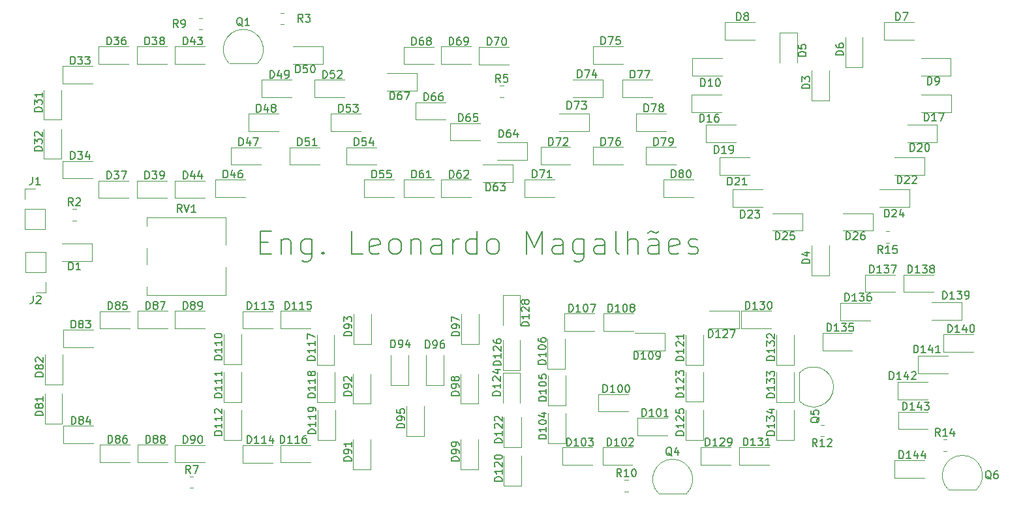
<source format=gbr>
%TF.GenerationSoftware,KiCad,Pcbnew,7.0.9*%
%TF.CreationDate,2024-02-13T17:02:03-03:00*%
%TF.ProjectId,pedido_casamento_smd,70656469-646f-45f6-9361-73616d656e74,rev?*%
%TF.SameCoordinates,Original*%
%TF.FileFunction,Legend,Top*%
%TF.FilePolarity,Positive*%
%FSLAX46Y46*%
G04 Gerber Fmt 4.6, Leading zero omitted, Abs format (unit mm)*
G04 Created by KiCad (PCBNEW 7.0.9) date 2024-02-13 17:02:03*
%MOMM*%
%LPD*%
G01*
G04 APERTURE LIST*
%ADD10C,0.200000*%
%ADD11C,0.150000*%
%ADD12C,0.120000*%
G04 APERTURE END LIST*
D10*
X134245863Y-126301028D02*
X135245863Y-126301028D01*
X135674435Y-127872457D02*
X134245863Y-127872457D01*
X134245863Y-127872457D02*
X134245863Y-124872457D01*
X134245863Y-124872457D02*
X135674435Y-124872457D01*
X136960149Y-125872457D02*
X136960149Y-127872457D01*
X136960149Y-126158171D02*
X137103006Y-126015314D01*
X137103006Y-126015314D02*
X137388721Y-125872457D01*
X137388721Y-125872457D02*
X137817292Y-125872457D01*
X137817292Y-125872457D02*
X138103006Y-126015314D01*
X138103006Y-126015314D02*
X138245864Y-126301028D01*
X138245864Y-126301028D02*
X138245864Y-127872457D01*
X140960150Y-125872457D02*
X140960150Y-128301028D01*
X140960150Y-128301028D02*
X140817292Y-128586742D01*
X140817292Y-128586742D02*
X140674435Y-128729600D01*
X140674435Y-128729600D02*
X140388721Y-128872457D01*
X140388721Y-128872457D02*
X139960150Y-128872457D01*
X139960150Y-128872457D02*
X139674435Y-128729600D01*
X140960150Y-127729600D02*
X140674435Y-127872457D01*
X140674435Y-127872457D02*
X140103007Y-127872457D01*
X140103007Y-127872457D02*
X139817292Y-127729600D01*
X139817292Y-127729600D02*
X139674435Y-127586742D01*
X139674435Y-127586742D02*
X139531578Y-127301028D01*
X139531578Y-127301028D02*
X139531578Y-126443885D01*
X139531578Y-126443885D02*
X139674435Y-126158171D01*
X139674435Y-126158171D02*
X139817292Y-126015314D01*
X139817292Y-126015314D02*
X140103007Y-125872457D01*
X140103007Y-125872457D02*
X140674435Y-125872457D01*
X140674435Y-125872457D02*
X140960150Y-126015314D01*
X142388721Y-127586742D02*
X142531578Y-127729600D01*
X142531578Y-127729600D02*
X142388721Y-127872457D01*
X142388721Y-127872457D02*
X142245864Y-127729600D01*
X142245864Y-127729600D02*
X142388721Y-127586742D01*
X142388721Y-127586742D02*
X142388721Y-127872457D01*
X147531578Y-127872457D02*
X146103006Y-127872457D01*
X146103006Y-127872457D02*
X146103006Y-124872457D01*
X149674434Y-127729600D02*
X149388720Y-127872457D01*
X149388720Y-127872457D02*
X148817292Y-127872457D01*
X148817292Y-127872457D02*
X148531577Y-127729600D01*
X148531577Y-127729600D02*
X148388720Y-127443885D01*
X148388720Y-127443885D02*
X148388720Y-126301028D01*
X148388720Y-126301028D02*
X148531577Y-126015314D01*
X148531577Y-126015314D02*
X148817292Y-125872457D01*
X148817292Y-125872457D02*
X149388720Y-125872457D01*
X149388720Y-125872457D02*
X149674434Y-126015314D01*
X149674434Y-126015314D02*
X149817292Y-126301028D01*
X149817292Y-126301028D02*
X149817292Y-126586742D01*
X149817292Y-126586742D02*
X148388720Y-126872457D01*
X151531578Y-127872457D02*
X151245863Y-127729600D01*
X151245863Y-127729600D02*
X151103006Y-127586742D01*
X151103006Y-127586742D02*
X150960149Y-127301028D01*
X150960149Y-127301028D02*
X150960149Y-126443885D01*
X150960149Y-126443885D02*
X151103006Y-126158171D01*
X151103006Y-126158171D02*
X151245863Y-126015314D01*
X151245863Y-126015314D02*
X151531578Y-125872457D01*
X151531578Y-125872457D02*
X151960149Y-125872457D01*
X151960149Y-125872457D02*
X152245863Y-126015314D01*
X152245863Y-126015314D02*
X152388721Y-126158171D01*
X152388721Y-126158171D02*
X152531578Y-126443885D01*
X152531578Y-126443885D02*
X152531578Y-127301028D01*
X152531578Y-127301028D02*
X152388721Y-127586742D01*
X152388721Y-127586742D02*
X152245863Y-127729600D01*
X152245863Y-127729600D02*
X151960149Y-127872457D01*
X151960149Y-127872457D02*
X151531578Y-127872457D01*
X153817292Y-125872457D02*
X153817292Y-127872457D01*
X153817292Y-126158171D02*
X153960149Y-126015314D01*
X153960149Y-126015314D02*
X154245864Y-125872457D01*
X154245864Y-125872457D02*
X154674435Y-125872457D01*
X154674435Y-125872457D02*
X154960149Y-126015314D01*
X154960149Y-126015314D02*
X155103007Y-126301028D01*
X155103007Y-126301028D02*
X155103007Y-127872457D01*
X157817293Y-127872457D02*
X157817293Y-126301028D01*
X157817293Y-126301028D02*
X157674435Y-126015314D01*
X157674435Y-126015314D02*
X157388721Y-125872457D01*
X157388721Y-125872457D02*
X156817293Y-125872457D01*
X156817293Y-125872457D02*
X156531578Y-126015314D01*
X157817293Y-127729600D02*
X157531578Y-127872457D01*
X157531578Y-127872457D02*
X156817293Y-127872457D01*
X156817293Y-127872457D02*
X156531578Y-127729600D01*
X156531578Y-127729600D02*
X156388721Y-127443885D01*
X156388721Y-127443885D02*
X156388721Y-127158171D01*
X156388721Y-127158171D02*
X156531578Y-126872457D01*
X156531578Y-126872457D02*
X156817293Y-126729600D01*
X156817293Y-126729600D02*
X157531578Y-126729600D01*
X157531578Y-126729600D02*
X157817293Y-126586742D01*
X159245864Y-127872457D02*
X159245864Y-125872457D01*
X159245864Y-126443885D02*
X159388721Y-126158171D01*
X159388721Y-126158171D02*
X159531579Y-126015314D01*
X159531579Y-126015314D02*
X159817293Y-125872457D01*
X159817293Y-125872457D02*
X160103007Y-125872457D01*
X162388722Y-127872457D02*
X162388722Y-124872457D01*
X162388722Y-127729600D02*
X162103007Y-127872457D01*
X162103007Y-127872457D02*
X161531579Y-127872457D01*
X161531579Y-127872457D02*
X161245864Y-127729600D01*
X161245864Y-127729600D02*
X161103007Y-127586742D01*
X161103007Y-127586742D02*
X160960150Y-127301028D01*
X160960150Y-127301028D02*
X160960150Y-126443885D01*
X160960150Y-126443885D02*
X161103007Y-126158171D01*
X161103007Y-126158171D02*
X161245864Y-126015314D01*
X161245864Y-126015314D02*
X161531579Y-125872457D01*
X161531579Y-125872457D02*
X162103007Y-125872457D01*
X162103007Y-125872457D02*
X162388722Y-126015314D01*
X164245865Y-127872457D02*
X163960150Y-127729600D01*
X163960150Y-127729600D02*
X163817293Y-127586742D01*
X163817293Y-127586742D02*
X163674436Y-127301028D01*
X163674436Y-127301028D02*
X163674436Y-126443885D01*
X163674436Y-126443885D02*
X163817293Y-126158171D01*
X163817293Y-126158171D02*
X163960150Y-126015314D01*
X163960150Y-126015314D02*
X164245865Y-125872457D01*
X164245865Y-125872457D02*
X164674436Y-125872457D01*
X164674436Y-125872457D02*
X164960150Y-126015314D01*
X164960150Y-126015314D02*
X165103008Y-126158171D01*
X165103008Y-126158171D02*
X165245865Y-126443885D01*
X165245865Y-126443885D02*
X165245865Y-127301028D01*
X165245865Y-127301028D02*
X165103008Y-127586742D01*
X165103008Y-127586742D02*
X164960150Y-127729600D01*
X164960150Y-127729600D02*
X164674436Y-127872457D01*
X164674436Y-127872457D02*
X164245865Y-127872457D01*
X168817293Y-127872457D02*
X168817293Y-124872457D01*
X168817293Y-124872457D02*
X169817293Y-127015314D01*
X169817293Y-127015314D02*
X170817293Y-124872457D01*
X170817293Y-124872457D02*
X170817293Y-127872457D01*
X173531579Y-127872457D02*
X173531579Y-126301028D01*
X173531579Y-126301028D02*
X173388721Y-126015314D01*
X173388721Y-126015314D02*
X173103007Y-125872457D01*
X173103007Y-125872457D02*
X172531579Y-125872457D01*
X172531579Y-125872457D02*
X172245864Y-126015314D01*
X173531579Y-127729600D02*
X173245864Y-127872457D01*
X173245864Y-127872457D02*
X172531579Y-127872457D01*
X172531579Y-127872457D02*
X172245864Y-127729600D01*
X172245864Y-127729600D02*
X172103007Y-127443885D01*
X172103007Y-127443885D02*
X172103007Y-127158171D01*
X172103007Y-127158171D02*
X172245864Y-126872457D01*
X172245864Y-126872457D02*
X172531579Y-126729600D01*
X172531579Y-126729600D02*
X173245864Y-126729600D01*
X173245864Y-126729600D02*
X173531579Y-126586742D01*
X176245865Y-125872457D02*
X176245865Y-128301028D01*
X176245865Y-128301028D02*
X176103007Y-128586742D01*
X176103007Y-128586742D02*
X175960150Y-128729600D01*
X175960150Y-128729600D02*
X175674436Y-128872457D01*
X175674436Y-128872457D02*
X175245865Y-128872457D01*
X175245865Y-128872457D02*
X174960150Y-128729600D01*
X176245865Y-127729600D02*
X175960150Y-127872457D01*
X175960150Y-127872457D02*
X175388722Y-127872457D01*
X175388722Y-127872457D02*
X175103007Y-127729600D01*
X175103007Y-127729600D02*
X174960150Y-127586742D01*
X174960150Y-127586742D02*
X174817293Y-127301028D01*
X174817293Y-127301028D02*
X174817293Y-126443885D01*
X174817293Y-126443885D02*
X174960150Y-126158171D01*
X174960150Y-126158171D02*
X175103007Y-126015314D01*
X175103007Y-126015314D02*
X175388722Y-125872457D01*
X175388722Y-125872457D02*
X175960150Y-125872457D01*
X175960150Y-125872457D02*
X176245865Y-126015314D01*
X178960151Y-127872457D02*
X178960151Y-126301028D01*
X178960151Y-126301028D02*
X178817293Y-126015314D01*
X178817293Y-126015314D02*
X178531579Y-125872457D01*
X178531579Y-125872457D02*
X177960151Y-125872457D01*
X177960151Y-125872457D02*
X177674436Y-126015314D01*
X178960151Y-127729600D02*
X178674436Y-127872457D01*
X178674436Y-127872457D02*
X177960151Y-127872457D01*
X177960151Y-127872457D02*
X177674436Y-127729600D01*
X177674436Y-127729600D02*
X177531579Y-127443885D01*
X177531579Y-127443885D02*
X177531579Y-127158171D01*
X177531579Y-127158171D02*
X177674436Y-126872457D01*
X177674436Y-126872457D02*
X177960151Y-126729600D01*
X177960151Y-126729600D02*
X178674436Y-126729600D01*
X178674436Y-126729600D02*
X178960151Y-126586742D01*
X180817294Y-127872457D02*
X180531579Y-127729600D01*
X180531579Y-127729600D02*
X180388722Y-127443885D01*
X180388722Y-127443885D02*
X180388722Y-124872457D01*
X181960151Y-127872457D02*
X181960151Y-124872457D01*
X183245866Y-127872457D02*
X183245866Y-126301028D01*
X183245866Y-126301028D02*
X183103008Y-126015314D01*
X183103008Y-126015314D02*
X182817294Y-125872457D01*
X182817294Y-125872457D02*
X182388723Y-125872457D01*
X182388723Y-125872457D02*
X182103008Y-126015314D01*
X182103008Y-126015314D02*
X181960151Y-126158171D01*
X185960152Y-127872457D02*
X185960152Y-126301028D01*
X185960152Y-126301028D02*
X185817294Y-126015314D01*
X185817294Y-126015314D02*
X185531580Y-125872457D01*
X185531580Y-125872457D02*
X184960152Y-125872457D01*
X184960152Y-125872457D02*
X184674437Y-126015314D01*
X185960152Y-127729600D02*
X185674437Y-127872457D01*
X185674437Y-127872457D02*
X184960152Y-127872457D01*
X184960152Y-127872457D02*
X184674437Y-127729600D01*
X184674437Y-127729600D02*
X184531580Y-127443885D01*
X184531580Y-127443885D02*
X184531580Y-127158171D01*
X184531580Y-127158171D02*
X184674437Y-126872457D01*
X184674437Y-126872457D02*
X184960152Y-126729600D01*
X184960152Y-126729600D02*
X185674437Y-126729600D01*
X185674437Y-126729600D02*
X185960152Y-126586742D01*
X184531580Y-125158171D02*
X184674437Y-125015314D01*
X184674437Y-125015314D02*
X184960152Y-124872457D01*
X184960152Y-124872457D02*
X185531580Y-125158171D01*
X185531580Y-125158171D02*
X185817294Y-125015314D01*
X185817294Y-125015314D02*
X185960152Y-124872457D01*
X188531580Y-127729600D02*
X188245866Y-127872457D01*
X188245866Y-127872457D02*
X187674438Y-127872457D01*
X187674438Y-127872457D02*
X187388723Y-127729600D01*
X187388723Y-127729600D02*
X187245866Y-127443885D01*
X187245866Y-127443885D02*
X187245866Y-126301028D01*
X187245866Y-126301028D02*
X187388723Y-126015314D01*
X187388723Y-126015314D02*
X187674438Y-125872457D01*
X187674438Y-125872457D02*
X188245866Y-125872457D01*
X188245866Y-125872457D02*
X188531580Y-126015314D01*
X188531580Y-126015314D02*
X188674438Y-126301028D01*
X188674438Y-126301028D02*
X188674438Y-126586742D01*
X188674438Y-126586742D02*
X187245866Y-126872457D01*
X189817295Y-127729600D02*
X190103009Y-127872457D01*
X190103009Y-127872457D02*
X190674438Y-127872457D01*
X190674438Y-127872457D02*
X190960152Y-127729600D01*
X190960152Y-127729600D02*
X191103009Y-127443885D01*
X191103009Y-127443885D02*
X191103009Y-127301028D01*
X191103009Y-127301028D02*
X190960152Y-127015314D01*
X190960152Y-127015314D02*
X190674438Y-126872457D01*
X190674438Y-126872457D02*
X190245867Y-126872457D01*
X190245867Y-126872457D02*
X189960152Y-126729600D01*
X189960152Y-126729600D02*
X189817295Y-126443885D01*
X189817295Y-126443885D02*
X189817295Y-126301028D01*
X189817295Y-126301028D02*
X189960152Y-126015314D01*
X189960152Y-126015314D02*
X190245867Y-125872457D01*
X190245867Y-125872457D02*
X190674438Y-125872457D01*
X190674438Y-125872457D02*
X190960152Y-126015314D01*
D11*
X216946314Y-118705419D02*
X216946314Y-117705419D01*
X216946314Y-117705419D02*
X217184409Y-117705419D01*
X217184409Y-117705419D02*
X217327266Y-117753038D01*
X217327266Y-117753038D02*
X217422504Y-117848276D01*
X217422504Y-117848276D02*
X217470123Y-117943514D01*
X217470123Y-117943514D02*
X217517742Y-118133990D01*
X217517742Y-118133990D02*
X217517742Y-118276847D01*
X217517742Y-118276847D02*
X217470123Y-118467323D01*
X217470123Y-118467323D02*
X217422504Y-118562561D01*
X217422504Y-118562561D02*
X217327266Y-118657800D01*
X217327266Y-118657800D02*
X217184409Y-118705419D01*
X217184409Y-118705419D02*
X216946314Y-118705419D01*
X217898695Y-117800657D02*
X217946314Y-117753038D01*
X217946314Y-117753038D02*
X218041552Y-117705419D01*
X218041552Y-117705419D02*
X218279647Y-117705419D01*
X218279647Y-117705419D02*
X218374885Y-117753038D01*
X218374885Y-117753038D02*
X218422504Y-117800657D01*
X218422504Y-117800657D02*
X218470123Y-117895895D01*
X218470123Y-117895895D02*
X218470123Y-117991133D01*
X218470123Y-117991133D02*
X218422504Y-118133990D01*
X218422504Y-118133990D02*
X217851076Y-118705419D01*
X217851076Y-118705419D02*
X218470123Y-118705419D01*
X218851076Y-117800657D02*
X218898695Y-117753038D01*
X218898695Y-117753038D02*
X218993933Y-117705419D01*
X218993933Y-117705419D02*
X219232028Y-117705419D01*
X219232028Y-117705419D02*
X219327266Y-117753038D01*
X219327266Y-117753038D02*
X219374885Y-117800657D01*
X219374885Y-117800657D02*
X219422504Y-117895895D01*
X219422504Y-117895895D02*
X219422504Y-117991133D01*
X219422504Y-117991133D02*
X219374885Y-118133990D01*
X219374885Y-118133990D02*
X218803457Y-118705419D01*
X218803457Y-118705419D02*
X219422504Y-118705419D01*
X109967733Y-121563019D02*
X109634400Y-121086828D01*
X109396305Y-121563019D02*
X109396305Y-120563019D01*
X109396305Y-120563019D02*
X109777257Y-120563019D01*
X109777257Y-120563019D02*
X109872495Y-120610638D01*
X109872495Y-120610638D02*
X109920114Y-120658257D01*
X109920114Y-120658257D02*
X109967733Y-120753495D01*
X109967733Y-120753495D02*
X109967733Y-120896352D01*
X109967733Y-120896352D02*
X109920114Y-120991590D01*
X109920114Y-120991590D02*
X109872495Y-121039209D01*
X109872495Y-121039209D02*
X109777257Y-121086828D01*
X109777257Y-121086828D02*
X109396305Y-121086828D01*
X110348686Y-120658257D02*
X110396305Y-120610638D01*
X110396305Y-120610638D02*
X110491543Y-120563019D01*
X110491543Y-120563019D02*
X110729638Y-120563019D01*
X110729638Y-120563019D02*
X110824876Y-120610638D01*
X110824876Y-120610638D02*
X110872495Y-120658257D01*
X110872495Y-120658257D02*
X110920114Y-120753495D01*
X110920114Y-120753495D02*
X110920114Y-120848733D01*
X110920114Y-120848733D02*
X110872495Y-120991590D01*
X110872495Y-120991590D02*
X110301067Y-121563019D01*
X110301067Y-121563019D02*
X110920114Y-121563019D01*
X139783333Y-97754819D02*
X139450000Y-97278628D01*
X139211905Y-97754819D02*
X139211905Y-96754819D01*
X139211905Y-96754819D02*
X139592857Y-96754819D01*
X139592857Y-96754819D02*
X139688095Y-96802438D01*
X139688095Y-96802438D02*
X139735714Y-96850057D01*
X139735714Y-96850057D02*
X139783333Y-96945295D01*
X139783333Y-96945295D02*
X139783333Y-97088152D01*
X139783333Y-97088152D02*
X139735714Y-97183390D01*
X139735714Y-97183390D02*
X139688095Y-97231009D01*
X139688095Y-97231009D02*
X139592857Y-97278628D01*
X139592857Y-97278628D02*
X139211905Y-97278628D01*
X140116667Y-96754819D02*
X140735714Y-96754819D01*
X140735714Y-96754819D02*
X140402381Y-97135771D01*
X140402381Y-97135771D02*
X140545238Y-97135771D01*
X140545238Y-97135771D02*
X140640476Y-97183390D01*
X140640476Y-97183390D02*
X140688095Y-97231009D01*
X140688095Y-97231009D02*
X140735714Y-97326247D01*
X140735714Y-97326247D02*
X140735714Y-97564342D01*
X140735714Y-97564342D02*
X140688095Y-97659580D01*
X140688095Y-97659580D02*
X140640476Y-97707200D01*
X140640476Y-97707200D02*
X140545238Y-97754819D01*
X140545238Y-97754819D02*
X140259524Y-97754819D01*
X140259524Y-97754819D02*
X140164286Y-97707200D01*
X140164286Y-97707200D02*
X140116667Y-97659580D01*
X210126124Y-133940619D02*
X210126124Y-132940619D01*
X210126124Y-132940619D02*
X210364219Y-132940619D01*
X210364219Y-132940619D02*
X210507076Y-132988238D01*
X210507076Y-132988238D02*
X210602314Y-133083476D01*
X210602314Y-133083476D02*
X210649933Y-133178714D01*
X210649933Y-133178714D02*
X210697552Y-133369190D01*
X210697552Y-133369190D02*
X210697552Y-133512047D01*
X210697552Y-133512047D02*
X210649933Y-133702523D01*
X210649933Y-133702523D02*
X210602314Y-133797761D01*
X210602314Y-133797761D02*
X210507076Y-133893000D01*
X210507076Y-133893000D02*
X210364219Y-133940619D01*
X210364219Y-133940619D02*
X210126124Y-133940619D01*
X211649933Y-133940619D02*
X211078505Y-133940619D01*
X211364219Y-133940619D02*
X211364219Y-132940619D01*
X211364219Y-132940619D02*
X211268981Y-133083476D01*
X211268981Y-133083476D02*
X211173743Y-133178714D01*
X211173743Y-133178714D02*
X211078505Y-133226333D01*
X211983267Y-132940619D02*
X212602314Y-132940619D01*
X212602314Y-132940619D02*
X212268981Y-133321571D01*
X212268981Y-133321571D02*
X212411838Y-133321571D01*
X212411838Y-133321571D02*
X212507076Y-133369190D01*
X212507076Y-133369190D02*
X212554695Y-133416809D01*
X212554695Y-133416809D02*
X212602314Y-133512047D01*
X212602314Y-133512047D02*
X212602314Y-133750142D01*
X212602314Y-133750142D02*
X212554695Y-133845380D01*
X212554695Y-133845380D02*
X212507076Y-133893000D01*
X212507076Y-133893000D02*
X212411838Y-133940619D01*
X212411838Y-133940619D02*
X212126124Y-133940619D01*
X212126124Y-133940619D02*
X212030886Y-133893000D01*
X212030886Y-133893000D02*
X211983267Y-133845380D01*
X213459457Y-132940619D02*
X213268981Y-132940619D01*
X213268981Y-132940619D02*
X213173743Y-132988238D01*
X213173743Y-132988238D02*
X213126124Y-133035857D01*
X213126124Y-133035857D02*
X213030886Y-133178714D01*
X213030886Y-133178714D02*
X212983267Y-133369190D01*
X212983267Y-133369190D02*
X212983267Y-133750142D01*
X212983267Y-133750142D02*
X213030886Y-133845380D01*
X213030886Y-133845380D02*
X213078505Y-133893000D01*
X213078505Y-133893000D02*
X213173743Y-133940619D01*
X213173743Y-133940619D02*
X213364219Y-133940619D01*
X213364219Y-133940619D02*
X213459457Y-133893000D01*
X213459457Y-133893000D02*
X213507076Y-133845380D01*
X213507076Y-133845380D02*
X213554695Y-133750142D01*
X213554695Y-133750142D02*
X213554695Y-133512047D01*
X213554695Y-133512047D02*
X213507076Y-133416809D01*
X213507076Y-133416809D02*
X213459457Y-133369190D01*
X213459457Y-133369190D02*
X213364219Y-133321571D01*
X213364219Y-133321571D02*
X213173743Y-133321571D01*
X213173743Y-133321571D02*
X213078505Y-133369190D01*
X213078505Y-133369190D02*
X213030886Y-133416809D01*
X213030886Y-133416809D02*
X212983267Y-133512047D01*
X148772714Y-117964019D02*
X148772714Y-116964019D01*
X148772714Y-116964019D02*
X149010809Y-116964019D01*
X149010809Y-116964019D02*
X149153666Y-117011638D01*
X149153666Y-117011638D02*
X149248904Y-117106876D01*
X149248904Y-117106876D02*
X149296523Y-117202114D01*
X149296523Y-117202114D02*
X149344142Y-117392590D01*
X149344142Y-117392590D02*
X149344142Y-117535447D01*
X149344142Y-117535447D02*
X149296523Y-117725923D01*
X149296523Y-117725923D02*
X149248904Y-117821161D01*
X149248904Y-117821161D02*
X149153666Y-117916400D01*
X149153666Y-117916400D02*
X149010809Y-117964019D01*
X149010809Y-117964019D02*
X148772714Y-117964019D01*
X150248904Y-116964019D02*
X149772714Y-116964019D01*
X149772714Y-116964019D02*
X149725095Y-117440209D01*
X149725095Y-117440209D02*
X149772714Y-117392590D01*
X149772714Y-117392590D02*
X149867952Y-117344971D01*
X149867952Y-117344971D02*
X150106047Y-117344971D01*
X150106047Y-117344971D02*
X150201285Y-117392590D01*
X150201285Y-117392590D02*
X150248904Y-117440209D01*
X150248904Y-117440209D02*
X150296523Y-117535447D01*
X150296523Y-117535447D02*
X150296523Y-117773542D01*
X150296523Y-117773542D02*
X150248904Y-117868780D01*
X150248904Y-117868780D02*
X150201285Y-117916400D01*
X150201285Y-117916400D02*
X150106047Y-117964019D01*
X150106047Y-117964019D02*
X149867952Y-117964019D01*
X149867952Y-117964019D02*
X149772714Y-117916400D01*
X149772714Y-117916400D02*
X149725095Y-117868780D01*
X151201285Y-116964019D02*
X150725095Y-116964019D01*
X150725095Y-116964019D02*
X150677476Y-117440209D01*
X150677476Y-117440209D02*
X150725095Y-117392590D01*
X150725095Y-117392590D02*
X150820333Y-117344971D01*
X150820333Y-117344971D02*
X151058428Y-117344971D01*
X151058428Y-117344971D02*
X151153666Y-117392590D01*
X151153666Y-117392590D02*
X151201285Y-117440209D01*
X151201285Y-117440209D02*
X151248904Y-117535447D01*
X151248904Y-117535447D02*
X151248904Y-117773542D01*
X151248904Y-117773542D02*
X151201285Y-117868780D01*
X151201285Y-117868780D02*
X151153666Y-117916400D01*
X151153666Y-117916400D02*
X151058428Y-117964019D01*
X151058428Y-117964019D02*
X150820333Y-117964019D01*
X150820333Y-117964019D02*
X150725095Y-117916400D01*
X150725095Y-117916400D02*
X150677476Y-117868780D01*
X142374914Y-105035419D02*
X142374914Y-104035419D01*
X142374914Y-104035419D02*
X142613009Y-104035419D01*
X142613009Y-104035419D02*
X142755866Y-104083038D01*
X142755866Y-104083038D02*
X142851104Y-104178276D01*
X142851104Y-104178276D02*
X142898723Y-104273514D01*
X142898723Y-104273514D02*
X142946342Y-104463990D01*
X142946342Y-104463990D02*
X142946342Y-104606847D01*
X142946342Y-104606847D02*
X142898723Y-104797323D01*
X142898723Y-104797323D02*
X142851104Y-104892561D01*
X142851104Y-104892561D02*
X142755866Y-104987800D01*
X142755866Y-104987800D02*
X142613009Y-105035419D01*
X142613009Y-105035419D02*
X142374914Y-105035419D01*
X143851104Y-104035419D02*
X143374914Y-104035419D01*
X143374914Y-104035419D02*
X143327295Y-104511609D01*
X143327295Y-104511609D02*
X143374914Y-104463990D01*
X143374914Y-104463990D02*
X143470152Y-104416371D01*
X143470152Y-104416371D02*
X143708247Y-104416371D01*
X143708247Y-104416371D02*
X143803485Y-104463990D01*
X143803485Y-104463990D02*
X143851104Y-104511609D01*
X143851104Y-104511609D02*
X143898723Y-104606847D01*
X143898723Y-104606847D02*
X143898723Y-104844942D01*
X143898723Y-104844942D02*
X143851104Y-104940180D01*
X143851104Y-104940180D02*
X143803485Y-104987800D01*
X143803485Y-104987800D02*
X143708247Y-105035419D01*
X143708247Y-105035419D02*
X143470152Y-105035419D01*
X143470152Y-105035419D02*
X143374914Y-104987800D01*
X143374914Y-104987800D02*
X143327295Y-104940180D01*
X144279676Y-104130657D02*
X144327295Y-104083038D01*
X144327295Y-104083038D02*
X144422533Y-104035419D01*
X144422533Y-104035419D02*
X144660628Y-104035419D01*
X144660628Y-104035419D02*
X144755866Y-104083038D01*
X144755866Y-104083038D02*
X144803485Y-104130657D01*
X144803485Y-104130657D02*
X144851104Y-104225895D01*
X144851104Y-104225895D02*
X144851104Y-104321133D01*
X144851104Y-104321133D02*
X144803485Y-104463990D01*
X144803485Y-104463990D02*
X144232057Y-105035419D01*
X144232057Y-105035419D02*
X144851104Y-105035419D01*
X201119114Y-125972819D02*
X201119114Y-124972819D01*
X201119114Y-124972819D02*
X201357209Y-124972819D01*
X201357209Y-124972819D02*
X201500066Y-125020438D01*
X201500066Y-125020438D02*
X201595304Y-125115676D01*
X201595304Y-125115676D02*
X201642923Y-125210914D01*
X201642923Y-125210914D02*
X201690542Y-125401390D01*
X201690542Y-125401390D02*
X201690542Y-125544247D01*
X201690542Y-125544247D02*
X201642923Y-125734723D01*
X201642923Y-125734723D02*
X201595304Y-125829961D01*
X201595304Y-125829961D02*
X201500066Y-125925200D01*
X201500066Y-125925200D02*
X201357209Y-125972819D01*
X201357209Y-125972819D02*
X201119114Y-125972819D01*
X202071495Y-125068057D02*
X202119114Y-125020438D01*
X202119114Y-125020438D02*
X202214352Y-124972819D01*
X202214352Y-124972819D02*
X202452447Y-124972819D01*
X202452447Y-124972819D02*
X202547685Y-125020438D01*
X202547685Y-125020438D02*
X202595304Y-125068057D01*
X202595304Y-125068057D02*
X202642923Y-125163295D01*
X202642923Y-125163295D02*
X202642923Y-125258533D01*
X202642923Y-125258533D02*
X202595304Y-125401390D01*
X202595304Y-125401390D02*
X202023876Y-125972819D01*
X202023876Y-125972819D02*
X202642923Y-125972819D01*
X203547685Y-124972819D02*
X203071495Y-124972819D01*
X203071495Y-124972819D02*
X203023876Y-125449009D01*
X203023876Y-125449009D02*
X203071495Y-125401390D01*
X203071495Y-125401390D02*
X203166733Y-125353771D01*
X203166733Y-125353771D02*
X203404828Y-125353771D01*
X203404828Y-125353771D02*
X203500066Y-125401390D01*
X203500066Y-125401390D02*
X203547685Y-125449009D01*
X203547685Y-125449009D02*
X203595304Y-125544247D01*
X203595304Y-125544247D02*
X203595304Y-125782342D01*
X203595304Y-125782342D02*
X203547685Y-125877580D01*
X203547685Y-125877580D02*
X203500066Y-125925200D01*
X203500066Y-125925200D02*
X203404828Y-125972819D01*
X203404828Y-125972819D02*
X203166733Y-125972819D01*
X203166733Y-125972819D02*
X203071495Y-125925200D01*
X203071495Y-125925200D02*
X203023876Y-125877580D01*
X146135619Y-138460685D02*
X145135619Y-138460685D01*
X145135619Y-138460685D02*
X145135619Y-138222590D01*
X145135619Y-138222590D02*
X145183238Y-138079733D01*
X145183238Y-138079733D02*
X145278476Y-137984495D01*
X145278476Y-137984495D02*
X145373714Y-137936876D01*
X145373714Y-137936876D02*
X145564190Y-137889257D01*
X145564190Y-137889257D02*
X145707047Y-137889257D01*
X145707047Y-137889257D02*
X145897523Y-137936876D01*
X145897523Y-137936876D02*
X145992761Y-137984495D01*
X145992761Y-137984495D02*
X146088000Y-138079733D01*
X146088000Y-138079733D02*
X146135619Y-138222590D01*
X146135619Y-138222590D02*
X146135619Y-138460685D01*
X146135619Y-137413066D02*
X146135619Y-137222590D01*
X146135619Y-137222590D02*
X146088000Y-137127352D01*
X146088000Y-137127352D02*
X146040380Y-137079733D01*
X146040380Y-137079733D02*
X145897523Y-136984495D01*
X145897523Y-136984495D02*
X145707047Y-136936876D01*
X145707047Y-136936876D02*
X145326095Y-136936876D01*
X145326095Y-136936876D02*
X145230857Y-136984495D01*
X145230857Y-136984495D02*
X145183238Y-137032114D01*
X145183238Y-137032114D02*
X145135619Y-137127352D01*
X145135619Y-137127352D02*
X145135619Y-137317828D01*
X145135619Y-137317828D02*
X145183238Y-137413066D01*
X145183238Y-137413066D02*
X145230857Y-137460685D01*
X145230857Y-137460685D02*
X145326095Y-137508304D01*
X145326095Y-137508304D02*
X145564190Y-137508304D01*
X145564190Y-137508304D02*
X145659428Y-137460685D01*
X145659428Y-137460685D02*
X145707047Y-137413066D01*
X145707047Y-137413066D02*
X145754666Y-137317828D01*
X145754666Y-137317828D02*
X145754666Y-137127352D01*
X145754666Y-137127352D02*
X145707047Y-137032114D01*
X145707047Y-137032114D02*
X145659428Y-136984495D01*
X145659428Y-136984495D02*
X145564190Y-136936876D01*
X145135619Y-136603542D02*
X145135619Y-135984495D01*
X145135619Y-135984495D02*
X145516571Y-136317828D01*
X145516571Y-136317828D02*
X145516571Y-136174971D01*
X145516571Y-136174971D02*
X145564190Y-136079733D01*
X145564190Y-136079733D02*
X145611809Y-136032114D01*
X145611809Y-136032114D02*
X145707047Y-135984495D01*
X145707047Y-135984495D02*
X145945142Y-135984495D01*
X145945142Y-135984495D02*
X146040380Y-136032114D01*
X146040380Y-136032114D02*
X146088000Y-136079733D01*
X146088000Y-136079733D02*
X146135619Y-136174971D01*
X146135619Y-136174971D02*
X146135619Y-136460685D01*
X146135619Y-136460685D02*
X146088000Y-136555923D01*
X146088000Y-136555923D02*
X146040380Y-136603542D01*
X169130419Y-137190475D02*
X168130419Y-137190475D01*
X168130419Y-137190475D02*
X168130419Y-136952380D01*
X168130419Y-136952380D02*
X168178038Y-136809523D01*
X168178038Y-136809523D02*
X168273276Y-136714285D01*
X168273276Y-136714285D02*
X168368514Y-136666666D01*
X168368514Y-136666666D02*
X168558990Y-136619047D01*
X168558990Y-136619047D02*
X168701847Y-136619047D01*
X168701847Y-136619047D02*
X168892323Y-136666666D01*
X168892323Y-136666666D02*
X168987561Y-136714285D01*
X168987561Y-136714285D02*
X169082800Y-136809523D01*
X169082800Y-136809523D02*
X169130419Y-136952380D01*
X169130419Y-136952380D02*
X169130419Y-137190475D01*
X169130419Y-135666666D02*
X169130419Y-136238094D01*
X169130419Y-135952380D02*
X168130419Y-135952380D01*
X168130419Y-135952380D02*
X168273276Y-136047618D01*
X168273276Y-136047618D02*
X168368514Y-136142856D01*
X168368514Y-136142856D02*
X168416133Y-136238094D01*
X168225657Y-135285713D02*
X168178038Y-135238094D01*
X168178038Y-135238094D02*
X168130419Y-135142856D01*
X168130419Y-135142856D02*
X168130419Y-134904761D01*
X168130419Y-134904761D02*
X168178038Y-134809523D01*
X168178038Y-134809523D02*
X168225657Y-134761904D01*
X168225657Y-134761904D02*
X168320895Y-134714285D01*
X168320895Y-134714285D02*
X168416133Y-134714285D01*
X168416133Y-134714285D02*
X168558990Y-134761904D01*
X168558990Y-134761904D02*
X169130419Y-135333332D01*
X169130419Y-135333332D02*
X169130419Y-134714285D01*
X168558990Y-134142856D02*
X168511371Y-134238094D01*
X168511371Y-134238094D02*
X168463752Y-134285713D01*
X168463752Y-134285713D02*
X168368514Y-134333332D01*
X168368514Y-134333332D02*
X168320895Y-134333332D01*
X168320895Y-134333332D02*
X168225657Y-134285713D01*
X168225657Y-134285713D02*
X168178038Y-134238094D01*
X168178038Y-134238094D02*
X168130419Y-134142856D01*
X168130419Y-134142856D02*
X168130419Y-133952380D01*
X168130419Y-133952380D02*
X168178038Y-133857142D01*
X168178038Y-133857142D02*
X168225657Y-133809523D01*
X168225657Y-133809523D02*
X168320895Y-133761904D01*
X168320895Y-133761904D02*
X168368514Y-133761904D01*
X168368514Y-133761904D02*
X168463752Y-133809523D01*
X168463752Y-133809523D02*
X168511371Y-133857142D01*
X168511371Y-133857142D02*
X168558990Y-133952380D01*
X168558990Y-133952380D02*
X168558990Y-134142856D01*
X168558990Y-134142856D02*
X168606609Y-134238094D01*
X168606609Y-134238094D02*
X168654228Y-134285713D01*
X168654228Y-134285713D02*
X168749466Y-134333332D01*
X168749466Y-134333332D02*
X168939942Y-134333332D01*
X168939942Y-134333332D02*
X169035180Y-134285713D01*
X169035180Y-134285713D02*
X169082800Y-134238094D01*
X169082800Y-134238094D02*
X169130419Y-134142856D01*
X169130419Y-134142856D02*
X169130419Y-133952380D01*
X169130419Y-133952380D02*
X169082800Y-133857142D01*
X169082800Y-133857142D02*
X169035180Y-133809523D01*
X169035180Y-133809523D02*
X168939942Y-133761904D01*
X168939942Y-133761904D02*
X168749466Y-133761904D01*
X168749466Y-133761904D02*
X168654228Y-133809523D01*
X168654228Y-133809523D02*
X168606609Y-133857142D01*
X168606609Y-133857142D02*
X168558990Y-133952380D01*
X192419324Y-138645020D02*
X192419324Y-137645020D01*
X192419324Y-137645020D02*
X192657419Y-137645020D01*
X192657419Y-137645020D02*
X192800276Y-137692639D01*
X192800276Y-137692639D02*
X192895514Y-137787877D01*
X192895514Y-137787877D02*
X192943133Y-137883115D01*
X192943133Y-137883115D02*
X192990752Y-138073591D01*
X192990752Y-138073591D02*
X192990752Y-138216448D01*
X192990752Y-138216448D02*
X192943133Y-138406924D01*
X192943133Y-138406924D02*
X192895514Y-138502162D01*
X192895514Y-138502162D02*
X192800276Y-138597401D01*
X192800276Y-138597401D02*
X192657419Y-138645020D01*
X192657419Y-138645020D02*
X192419324Y-138645020D01*
X193943133Y-138645020D02*
X193371705Y-138645020D01*
X193657419Y-138645020D02*
X193657419Y-137645020D01*
X193657419Y-137645020D02*
X193562181Y-137787877D01*
X193562181Y-137787877D02*
X193466943Y-137883115D01*
X193466943Y-137883115D02*
X193371705Y-137930734D01*
X194324086Y-137740258D02*
X194371705Y-137692639D01*
X194371705Y-137692639D02*
X194466943Y-137645020D01*
X194466943Y-137645020D02*
X194705038Y-137645020D01*
X194705038Y-137645020D02*
X194800276Y-137692639D01*
X194800276Y-137692639D02*
X194847895Y-137740258D01*
X194847895Y-137740258D02*
X194895514Y-137835496D01*
X194895514Y-137835496D02*
X194895514Y-137930734D01*
X194895514Y-137930734D02*
X194847895Y-138073591D01*
X194847895Y-138073591D02*
X194276467Y-138645020D01*
X194276467Y-138645020D02*
X194895514Y-138645020D01*
X195228848Y-137645020D02*
X195895514Y-137645020D01*
X195895514Y-137645020D02*
X195466943Y-138645020D01*
X182303714Y-105010019D02*
X182303714Y-104010019D01*
X182303714Y-104010019D02*
X182541809Y-104010019D01*
X182541809Y-104010019D02*
X182684666Y-104057638D01*
X182684666Y-104057638D02*
X182779904Y-104152876D01*
X182779904Y-104152876D02*
X182827523Y-104248114D01*
X182827523Y-104248114D02*
X182875142Y-104438590D01*
X182875142Y-104438590D02*
X182875142Y-104581447D01*
X182875142Y-104581447D02*
X182827523Y-104771923D01*
X182827523Y-104771923D02*
X182779904Y-104867161D01*
X182779904Y-104867161D02*
X182684666Y-104962400D01*
X182684666Y-104962400D02*
X182541809Y-105010019D01*
X182541809Y-105010019D02*
X182303714Y-105010019D01*
X183208476Y-104010019D02*
X183875142Y-104010019D01*
X183875142Y-104010019D02*
X183446571Y-105010019D01*
X184160857Y-104010019D02*
X184827523Y-104010019D01*
X184827523Y-104010019D02*
X184398952Y-105010019D01*
X220851505Y-105878419D02*
X220851505Y-104878419D01*
X220851505Y-104878419D02*
X221089600Y-104878419D01*
X221089600Y-104878419D02*
X221232457Y-104926038D01*
X221232457Y-104926038D02*
X221327695Y-105021276D01*
X221327695Y-105021276D02*
X221375314Y-105116514D01*
X221375314Y-105116514D02*
X221422933Y-105306990D01*
X221422933Y-105306990D02*
X221422933Y-105449847D01*
X221422933Y-105449847D02*
X221375314Y-105640323D01*
X221375314Y-105640323D02*
X221327695Y-105735561D01*
X221327695Y-105735561D02*
X221232457Y-105830800D01*
X221232457Y-105830800D02*
X221089600Y-105878419D01*
X221089600Y-105878419D02*
X220851505Y-105878419D01*
X221899124Y-105878419D02*
X222089600Y-105878419D01*
X222089600Y-105878419D02*
X222184838Y-105830800D01*
X222184838Y-105830800D02*
X222232457Y-105783180D01*
X222232457Y-105783180D02*
X222327695Y-105640323D01*
X222327695Y-105640323D02*
X222375314Y-105449847D01*
X222375314Y-105449847D02*
X222375314Y-105068895D01*
X222375314Y-105068895D02*
X222327695Y-104973657D01*
X222327695Y-104973657D02*
X222280076Y-104926038D01*
X222280076Y-104926038D02*
X222184838Y-104878419D01*
X222184838Y-104878419D02*
X221994362Y-104878419D01*
X221994362Y-104878419D02*
X221899124Y-104926038D01*
X221899124Y-104926038D02*
X221851505Y-104973657D01*
X221851505Y-104973657D02*
X221803886Y-105068895D01*
X221803886Y-105068895D02*
X221803886Y-105306990D01*
X221803886Y-105306990D02*
X221851505Y-105402228D01*
X221851505Y-105402228D02*
X221899124Y-105449847D01*
X221899124Y-105449847D02*
X221994362Y-105497466D01*
X221994362Y-105497466D02*
X222184838Y-105497466D01*
X222184838Y-105497466D02*
X222280076Y-105449847D01*
X222280076Y-105449847D02*
X222327695Y-105402228D01*
X222327695Y-105402228D02*
X222375314Y-105306990D01*
X151109514Y-107811819D02*
X151109514Y-106811819D01*
X151109514Y-106811819D02*
X151347609Y-106811819D01*
X151347609Y-106811819D02*
X151490466Y-106859438D01*
X151490466Y-106859438D02*
X151585704Y-106954676D01*
X151585704Y-106954676D02*
X151633323Y-107049914D01*
X151633323Y-107049914D02*
X151680942Y-107240390D01*
X151680942Y-107240390D02*
X151680942Y-107383247D01*
X151680942Y-107383247D02*
X151633323Y-107573723D01*
X151633323Y-107573723D02*
X151585704Y-107668961D01*
X151585704Y-107668961D02*
X151490466Y-107764200D01*
X151490466Y-107764200D02*
X151347609Y-107811819D01*
X151347609Y-107811819D02*
X151109514Y-107811819D01*
X152538085Y-106811819D02*
X152347609Y-106811819D01*
X152347609Y-106811819D02*
X152252371Y-106859438D01*
X152252371Y-106859438D02*
X152204752Y-106907057D01*
X152204752Y-106907057D02*
X152109514Y-107049914D01*
X152109514Y-107049914D02*
X152061895Y-107240390D01*
X152061895Y-107240390D02*
X152061895Y-107621342D01*
X152061895Y-107621342D02*
X152109514Y-107716580D01*
X152109514Y-107716580D02*
X152157133Y-107764200D01*
X152157133Y-107764200D02*
X152252371Y-107811819D01*
X152252371Y-107811819D02*
X152442847Y-107811819D01*
X152442847Y-107811819D02*
X152538085Y-107764200D01*
X152538085Y-107764200D02*
X152585704Y-107716580D01*
X152585704Y-107716580D02*
X152633323Y-107621342D01*
X152633323Y-107621342D02*
X152633323Y-107383247D01*
X152633323Y-107383247D02*
X152585704Y-107288009D01*
X152585704Y-107288009D02*
X152538085Y-107240390D01*
X152538085Y-107240390D02*
X152442847Y-107192771D01*
X152442847Y-107192771D02*
X152252371Y-107192771D01*
X152252371Y-107192771D02*
X152157133Y-107240390D01*
X152157133Y-107240390D02*
X152109514Y-107288009D01*
X152109514Y-107288009D02*
X152061895Y-107383247D01*
X152966657Y-106811819D02*
X153633323Y-106811819D01*
X153633323Y-106811819D02*
X153204752Y-107811819D01*
X146486714Y-113773019D02*
X146486714Y-112773019D01*
X146486714Y-112773019D02*
X146724809Y-112773019D01*
X146724809Y-112773019D02*
X146867666Y-112820638D01*
X146867666Y-112820638D02*
X146962904Y-112915876D01*
X146962904Y-112915876D02*
X147010523Y-113011114D01*
X147010523Y-113011114D02*
X147058142Y-113201590D01*
X147058142Y-113201590D02*
X147058142Y-113344447D01*
X147058142Y-113344447D02*
X147010523Y-113534923D01*
X147010523Y-113534923D02*
X146962904Y-113630161D01*
X146962904Y-113630161D02*
X146867666Y-113725400D01*
X146867666Y-113725400D02*
X146724809Y-113773019D01*
X146724809Y-113773019D02*
X146486714Y-113773019D01*
X147962904Y-112773019D02*
X147486714Y-112773019D01*
X147486714Y-112773019D02*
X147439095Y-113249209D01*
X147439095Y-113249209D02*
X147486714Y-113201590D01*
X147486714Y-113201590D02*
X147581952Y-113153971D01*
X147581952Y-113153971D02*
X147820047Y-113153971D01*
X147820047Y-113153971D02*
X147915285Y-113201590D01*
X147915285Y-113201590D02*
X147962904Y-113249209D01*
X147962904Y-113249209D02*
X148010523Y-113344447D01*
X148010523Y-113344447D02*
X148010523Y-113582542D01*
X148010523Y-113582542D02*
X147962904Y-113677780D01*
X147962904Y-113677780D02*
X147915285Y-113725400D01*
X147915285Y-113725400D02*
X147820047Y-113773019D01*
X147820047Y-113773019D02*
X147581952Y-113773019D01*
X147581952Y-113773019D02*
X147486714Y-113725400D01*
X147486714Y-113725400D02*
X147439095Y-113677780D01*
X148867666Y-113106352D02*
X148867666Y-113773019D01*
X148629571Y-112725400D02*
X148391476Y-113439685D01*
X148391476Y-113439685D02*
X149010523Y-113439685D01*
X153931914Y-100742819D02*
X153931914Y-99742819D01*
X153931914Y-99742819D02*
X154170009Y-99742819D01*
X154170009Y-99742819D02*
X154312866Y-99790438D01*
X154312866Y-99790438D02*
X154408104Y-99885676D01*
X154408104Y-99885676D02*
X154455723Y-99980914D01*
X154455723Y-99980914D02*
X154503342Y-100171390D01*
X154503342Y-100171390D02*
X154503342Y-100314247D01*
X154503342Y-100314247D02*
X154455723Y-100504723D01*
X154455723Y-100504723D02*
X154408104Y-100599961D01*
X154408104Y-100599961D02*
X154312866Y-100695200D01*
X154312866Y-100695200D02*
X154170009Y-100742819D01*
X154170009Y-100742819D02*
X153931914Y-100742819D01*
X155360485Y-99742819D02*
X155170009Y-99742819D01*
X155170009Y-99742819D02*
X155074771Y-99790438D01*
X155074771Y-99790438D02*
X155027152Y-99838057D01*
X155027152Y-99838057D02*
X154931914Y-99980914D01*
X154931914Y-99980914D02*
X154884295Y-100171390D01*
X154884295Y-100171390D02*
X154884295Y-100552342D01*
X154884295Y-100552342D02*
X154931914Y-100647580D01*
X154931914Y-100647580D02*
X154979533Y-100695200D01*
X154979533Y-100695200D02*
X155074771Y-100742819D01*
X155074771Y-100742819D02*
X155265247Y-100742819D01*
X155265247Y-100742819D02*
X155360485Y-100695200D01*
X155360485Y-100695200D02*
X155408104Y-100647580D01*
X155408104Y-100647580D02*
X155455723Y-100552342D01*
X155455723Y-100552342D02*
X155455723Y-100314247D01*
X155455723Y-100314247D02*
X155408104Y-100219009D01*
X155408104Y-100219009D02*
X155360485Y-100171390D01*
X155360485Y-100171390D02*
X155265247Y-100123771D01*
X155265247Y-100123771D02*
X155074771Y-100123771D01*
X155074771Y-100123771D02*
X154979533Y-100171390D01*
X154979533Y-100171390D02*
X154931914Y-100219009D01*
X154931914Y-100219009D02*
X154884295Y-100314247D01*
X156027152Y-100171390D02*
X155931914Y-100123771D01*
X155931914Y-100123771D02*
X155884295Y-100076152D01*
X155884295Y-100076152D02*
X155836676Y-99980914D01*
X155836676Y-99980914D02*
X155836676Y-99933295D01*
X155836676Y-99933295D02*
X155884295Y-99838057D01*
X155884295Y-99838057D02*
X155931914Y-99790438D01*
X155931914Y-99790438D02*
X156027152Y-99742819D01*
X156027152Y-99742819D02*
X156217628Y-99742819D01*
X156217628Y-99742819D02*
X156312866Y-99790438D01*
X156312866Y-99790438D02*
X156360485Y-99838057D01*
X156360485Y-99838057D02*
X156408104Y-99933295D01*
X156408104Y-99933295D02*
X156408104Y-99980914D01*
X156408104Y-99980914D02*
X156360485Y-100076152D01*
X156360485Y-100076152D02*
X156312866Y-100123771D01*
X156312866Y-100123771D02*
X156217628Y-100171390D01*
X156217628Y-100171390D02*
X156027152Y-100171390D01*
X156027152Y-100171390D02*
X155931914Y-100219009D01*
X155931914Y-100219009D02*
X155884295Y-100266628D01*
X155884295Y-100266628D02*
X155836676Y-100361866D01*
X155836676Y-100361866D02*
X155836676Y-100552342D01*
X155836676Y-100552342D02*
X155884295Y-100647580D01*
X155884295Y-100647580D02*
X155931914Y-100695200D01*
X155931914Y-100695200D02*
X156027152Y-100742819D01*
X156027152Y-100742819D02*
X156217628Y-100742819D01*
X156217628Y-100742819D02*
X156312866Y-100695200D01*
X156312866Y-100695200D02*
X156360485Y-100647580D01*
X156360485Y-100647580D02*
X156408104Y-100552342D01*
X156408104Y-100552342D02*
X156408104Y-100361866D01*
X156408104Y-100361866D02*
X156360485Y-100266628D01*
X156360485Y-100266628D02*
X156312866Y-100219009D01*
X156312866Y-100219009D02*
X156217628Y-100171390D01*
X194909314Y-118904819D02*
X194909314Y-117904819D01*
X194909314Y-117904819D02*
X195147409Y-117904819D01*
X195147409Y-117904819D02*
X195290266Y-117952438D01*
X195290266Y-117952438D02*
X195385504Y-118047676D01*
X195385504Y-118047676D02*
X195433123Y-118142914D01*
X195433123Y-118142914D02*
X195480742Y-118333390D01*
X195480742Y-118333390D02*
X195480742Y-118476247D01*
X195480742Y-118476247D02*
X195433123Y-118666723D01*
X195433123Y-118666723D02*
X195385504Y-118761961D01*
X195385504Y-118761961D02*
X195290266Y-118857200D01*
X195290266Y-118857200D02*
X195147409Y-118904819D01*
X195147409Y-118904819D02*
X194909314Y-118904819D01*
X195861695Y-118000057D02*
X195909314Y-117952438D01*
X195909314Y-117952438D02*
X196004552Y-117904819D01*
X196004552Y-117904819D02*
X196242647Y-117904819D01*
X196242647Y-117904819D02*
X196337885Y-117952438D01*
X196337885Y-117952438D02*
X196385504Y-118000057D01*
X196385504Y-118000057D02*
X196433123Y-118095295D01*
X196433123Y-118095295D02*
X196433123Y-118190533D01*
X196433123Y-118190533D02*
X196385504Y-118333390D01*
X196385504Y-118333390D02*
X195814076Y-118904819D01*
X195814076Y-118904819D02*
X196433123Y-118904819D01*
X197385504Y-118904819D02*
X196814076Y-118904819D01*
X197099790Y-118904819D02*
X197099790Y-117904819D01*
X197099790Y-117904819D02*
X197004552Y-118047676D01*
X197004552Y-118047676D02*
X196909314Y-118142914D01*
X196909314Y-118142914D02*
X196814076Y-118190533D01*
X105952819Y-109367485D02*
X104952819Y-109367485D01*
X104952819Y-109367485D02*
X104952819Y-109129390D01*
X104952819Y-109129390D02*
X105000438Y-108986533D01*
X105000438Y-108986533D02*
X105095676Y-108891295D01*
X105095676Y-108891295D02*
X105190914Y-108843676D01*
X105190914Y-108843676D02*
X105381390Y-108796057D01*
X105381390Y-108796057D02*
X105524247Y-108796057D01*
X105524247Y-108796057D02*
X105714723Y-108843676D01*
X105714723Y-108843676D02*
X105809961Y-108891295D01*
X105809961Y-108891295D02*
X105905200Y-108986533D01*
X105905200Y-108986533D02*
X105952819Y-109129390D01*
X105952819Y-109129390D02*
X105952819Y-109367485D01*
X104952819Y-108462723D02*
X104952819Y-107843676D01*
X104952819Y-107843676D02*
X105333771Y-108177009D01*
X105333771Y-108177009D02*
X105333771Y-108034152D01*
X105333771Y-108034152D02*
X105381390Y-107938914D01*
X105381390Y-107938914D02*
X105429009Y-107891295D01*
X105429009Y-107891295D02*
X105524247Y-107843676D01*
X105524247Y-107843676D02*
X105762342Y-107843676D01*
X105762342Y-107843676D02*
X105857580Y-107891295D01*
X105857580Y-107891295D02*
X105905200Y-107938914D01*
X105905200Y-107938914D02*
X105952819Y-108034152D01*
X105952819Y-108034152D02*
X105952819Y-108319866D01*
X105952819Y-108319866D02*
X105905200Y-108415104D01*
X105905200Y-108415104D02*
X105857580Y-108462723D01*
X105952819Y-106891295D02*
X105952819Y-107462723D01*
X105952819Y-107177009D02*
X104952819Y-107177009D01*
X104952819Y-107177009D02*
X105095676Y-107272247D01*
X105095676Y-107272247D02*
X105190914Y-107367485D01*
X105190914Y-107367485D02*
X105238533Y-107462723D01*
X119314714Y-100692019D02*
X119314714Y-99692019D01*
X119314714Y-99692019D02*
X119552809Y-99692019D01*
X119552809Y-99692019D02*
X119695666Y-99739638D01*
X119695666Y-99739638D02*
X119790904Y-99834876D01*
X119790904Y-99834876D02*
X119838523Y-99930114D01*
X119838523Y-99930114D02*
X119886142Y-100120590D01*
X119886142Y-100120590D02*
X119886142Y-100263447D01*
X119886142Y-100263447D02*
X119838523Y-100453923D01*
X119838523Y-100453923D02*
X119790904Y-100549161D01*
X119790904Y-100549161D02*
X119695666Y-100644400D01*
X119695666Y-100644400D02*
X119552809Y-100692019D01*
X119552809Y-100692019D02*
X119314714Y-100692019D01*
X120219476Y-99692019D02*
X120838523Y-99692019D01*
X120838523Y-99692019D02*
X120505190Y-100072971D01*
X120505190Y-100072971D02*
X120648047Y-100072971D01*
X120648047Y-100072971D02*
X120743285Y-100120590D01*
X120743285Y-100120590D02*
X120790904Y-100168209D01*
X120790904Y-100168209D02*
X120838523Y-100263447D01*
X120838523Y-100263447D02*
X120838523Y-100501542D01*
X120838523Y-100501542D02*
X120790904Y-100596780D01*
X120790904Y-100596780D02*
X120743285Y-100644400D01*
X120743285Y-100644400D02*
X120648047Y-100692019D01*
X120648047Y-100692019D02*
X120362333Y-100692019D01*
X120362333Y-100692019D02*
X120267095Y-100644400D01*
X120267095Y-100644400D02*
X120219476Y-100596780D01*
X121409952Y-100120590D02*
X121314714Y-100072971D01*
X121314714Y-100072971D02*
X121267095Y-100025352D01*
X121267095Y-100025352D02*
X121219476Y-99930114D01*
X121219476Y-99930114D02*
X121219476Y-99882495D01*
X121219476Y-99882495D02*
X121267095Y-99787257D01*
X121267095Y-99787257D02*
X121314714Y-99739638D01*
X121314714Y-99739638D02*
X121409952Y-99692019D01*
X121409952Y-99692019D02*
X121600428Y-99692019D01*
X121600428Y-99692019D02*
X121695666Y-99739638D01*
X121695666Y-99739638D02*
X121743285Y-99787257D01*
X121743285Y-99787257D02*
X121790904Y-99882495D01*
X121790904Y-99882495D02*
X121790904Y-99930114D01*
X121790904Y-99930114D02*
X121743285Y-100025352D01*
X121743285Y-100025352D02*
X121695666Y-100072971D01*
X121695666Y-100072971D02*
X121600428Y-100120590D01*
X121600428Y-100120590D02*
X121409952Y-100120590D01*
X121409952Y-100120590D02*
X121314714Y-100168209D01*
X121314714Y-100168209D02*
X121267095Y-100215828D01*
X121267095Y-100215828D02*
X121219476Y-100311066D01*
X121219476Y-100311066D02*
X121219476Y-100501542D01*
X121219476Y-100501542D02*
X121267095Y-100596780D01*
X121267095Y-100596780D02*
X121314714Y-100644400D01*
X121314714Y-100644400D02*
X121409952Y-100692019D01*
X121409952Y-100692019D02*
X121600428Y-100692019D01*
X121600428Y-100692019D02*
X121695666Y-100644400D01*
X121695666Y-100644400D02*
X121743285Y-100596780D01*
X121743285Y-100596780D02*
X121790904Y-100501542D01*
X121790904Y-100501542D02*
X121790904Y-100311066D01*
X121790904Y-100311066D02*
X121743285Y-100215828D01*
X121743285Y-100215828D02*
X121695666Y-100168209D01*
X121695666Y-100168209D02*
X121600428Y-100120590D01*
X185351714Y-113747619D02*
X185351714Y-112747619D01*
X185351714Y-112747619D02*
X185589809Y-112747619D01*
X185589809Y-112747619D02*
X185732666Y-112795238D01*
X185732666Y-112795238D02*
X185827904Y-112890476D01*
X185827904Y-112890476D02*
X185875523Y-112985714D01*
X185875523Y-112985714D02*
X185923142Y-113176190D01*
X185923142Y-113176190D02*
X185923142Y-113319047D01*
X185923142Y-113319047D02*
X185875523Y-113509523D01*
X185875523Y-113509523D02*
X185827904Y-113604761D01*
X185827904Y-113604761D02*
X185732666Y-113700000D01*
X185732666Y-113700000D02*
X185589809Y-113747619D01*
X185589809Y-113747619D02*
X185351714Y-113747619D01*
X186256476Y-112747619D02*
X186923142Y-112747619D01*
X186923142Y-112747619D02*
X186494571Y-113747619D01*
X187351714Y-113747619D02*
X187542190Y-113747619D01*
X187542190Y-113747619D02*
X187637428Y-113700000D01*
X187637428Y-113700000D02*
X187685047Y-113652380D01*
X187685047Y-113652380D02*
X187780285Y-113509523D01*
X187780285Y-113509523D02*
X187827904Y-113319047D01*
X187827904Y-113319047D02*
X187827904Y-112938095D01*
X187827904Y-112938095D02*
X187780285Y-112842857D01*
X187780285Y-112842857D02*
X187732666Y-112795238D01*
X187732666Y-112795238D02*
X187637428Y-112747619D01*
X187637428Y-112747619D02*
X187446952Y-112747619D01*
X187446952Y-112747619D02*
X187351714Y-112795238D01*
X187351714Y-112795238D02*
X187304095Y-112842857D01*
X187304095Y-112842857D02*
X187256476Y-112938095D01*
X187256476Y-112938095D02*
X187256476Y-113176190D01*
X187256476Y-113176190D02*
X187304095Y-113271428D01*
X187304095Y-113271428D02*
X187351714Y-113319047D01*
X187351714Y-113319047D02*
X187446952Y-113366666D01*
X187446952Y-113366666D02*
X187637428Y-113366666D01*
X187637428Y-113366666D02*
X187732666Y-113319047D01*
X187732666Y-113319047D02*
X187780285Y-113271428D01*
X187780285Y-113271428D02*
X187827904Y-113176190D01*
X222809524Y-133654819D02*
X222809524Y-132654819D01*
X222809524Y-132654819D02*
X223047619Y-132654819D01*
X223047619Y-132654819D02*
X223190476Y-132702438D01*
X223190476Y-132702438D02*
X223285714Y-132797676D01*
X223285714Y-132797676D02*
X223333333Y-132892914D01*
X223333333Y-132892914D02*
X223380952Y-133083390D01*
X223380952Y-133083390D02*
X223380952Y-133226247D01*
X223380952Y-133226247D02*
X223333333Y-133416723D01*
X223333333Y-133416723D02*
X223285714Y-133511961D01*
X223285714Y-133511961D02*
X223190476Y-133607200D01*
X223190476Y-133607200D02*
X223047619Y-133654819D01*
X223047619Y-133654819D02*
X222809524Y-133654819D01*
X224333333Y-133654819D02*
X223761905Y-133654819D01*
X224047619Y-133654819D02*
X224047619Y-132654819D01*
X224047619Y-132654819D02*
X223952381Y-132797676D01*
X223952381Y-132797676D02*
X223857143Y-132892914D01*
X223857143Y-132892914D02*
X223761905Y-132940533D01*
X224666667Y-132654819D02*
X225285714Y-132654819D01*
X225285714Y-132654819D02*
X224952381Y-133035771D01*
X224952381Y-133035771D02*
X225095238Y-133035771D01*
X225095238Y-133035771D02*
X225190476Y-133083390D01*
X225190476Y-133083390D02*
X225238095Y-133131009D01*
X225238095Y-133131009D02*
X225285714Y-133226247D01*
X225285714Y-133226247D02*
X225285714Y-133464342D01*
X225285714Y-133464342D02*
X225238095Y-133559580D01*
X225238095Y-133559580D02*
X225190476Y-133607200D01*
X225190476Y-133607200D02*
X225095238Y-133654819D01*
X225095238Y-133654819D02*
X224809524Y-133654819D01*
X224809524Y-133654819D02*
X224714286Y-133607200D01*
X224714286Y-133607200D02*
X224666667Y-133559580D01*
X225761905Y-133654819D02*
X225952381Y-133654819D01*
X225952381Y-133654819D02*
X226047619Y-133607200D01*
X226047619Y-133607200D02*
X226095238Y-133559580D01*
X226095238Y-133559580D02*
X226190476Y-133416723D01*
X226190476Y-133416723D02*
X226238095Y-133226247D01*
X226238095Y-133226247D02*
X226238095Y-132845295D01*
X226238095Y-132845295D02*
X226190476Y-132750057D01*
X226190476Y-132750057D02*
X226142857Y-132702438D01*
X226142857Y-132702438D02*
X226047619Y-132654819D01*
X226047619Y-132654819D02*
X225857143Y-132654819D01*
X225857143Y-132654819D02*
X225761905Y-132702438D01*
X225761905Y-132702438D02*
X225714286Y-132750057D01*
X225714286Y-132750057D02*
X225666667Y-132845295D01*
X225666667Y-132845295D02*
X225666667Y-133083390D01*
X225666667Y-133083390D02*
X225714286Y-133178628D01*
X225714286Y-133178628D02*
X225761905Y-133226247D01*
X225761905Y-133226247D02*
X225857143Y-133273866D01*
X225857143Y-133273866D02*
X226047619Y-133273866D01*
X226047619Y-133273866D02*
X226142857Y-133226247D01*
X226142857Y-133226247D02*
X226190476Y-133178628D01*
X226190476Y-133178628D02*
X226238095Y-133083390D01*
X184081714Y-109404219D02*
X184081714Y-108404219D01*
X184081714Y-108404219D02*
X184319809Y-108404219D01*
X184319809Y-108404219D02*
X184462666Y-108451838D01*
X184462666Y-108451838D02*
X184557904Y-108547076D01*
X184557904Y-108547076D02*
X184605523Y-108642314D01*
X184605523Y-108642314D02*
X184653142Y-108832790D01*
X184653142Y-108832790D02*
X184653142Y-108975647D01*
X184653142Y-108975647D02*
X184605523Y-109166123D01*
X184605523Y-109166123D02*
X184557904Y-109261361D01*
X184557904Y-109261361D02*
X184462666Y-109356600D01*
X184462666Y-109356600D02*
X184319809Y-109404219D01*
X184319809Y-109404219D02*
X184081714Y-109404219D01*
X184986476Y-108404219D02*
X185653142Y-108404219D01*
X185653142Y-108404219D02*
X185224571Y-109404219D01*
X186176952Y-108832790D02*
X186081714Y-108785171D01*
X186081714Y-108785171D02*
X186034095Y-108737552D01*
X186034095Y-108737552D02*
X185986476Y-108642314D01*
X185986476Y-108642314D02*
X185986476Y-108594695D01*
X185986476Y-108594695D02*
X186034095Y-108499457D01*
X186034095Y-108499457D02*
X186081714Y-108451838D01*
X186081714Y-108451838D02*
X186176952Y-108404219D01*
X186176952Y-108404219D02*
X186367428Y-108404219D01*
X186367428Y-108404219D02*
X186462666Y-108451838D01*
X186462666Y-108451838D02*
X186510285Y-108499457D01*
X186510285Y-108499457D02*
X186557904Y-108594695D01*
X186557904Y-108594695D02*
X186557904Y-108642314D01*
X186557904Y-108642314D02*
X186510285Y-108737552D01*
X186510285Y-108737552D02*
X186462666Y-108785171D01*
X186462666Y-108785171D02*
X186367428Y-108832790D01*
X186367428Y-108832790D02*
X186176952Y-108832790D01*
X186176952Y-108832790D02*
X186081714Y-108880409D01*
X186081714Y-108880409D02*
X186034095Y-108928028D01*
X186034095Y-108928028D02*
X185986476Y-109023266D01*
X185986476Y-109023266D02*
X185986476Y-109213742D01*
X185986476Y-109213742D02*
X186034095Y-109308980D01*
X186034095Y-109308980D02*
X186081714Y-109356600D01*
X186081714Y-109356600D02*
X186176952Y-109404219D01*
X186176952Y-109404219D02*
X186367428Y-109404219D01*
X186367428Y-109404219D02*
X186462666Y-109356600D01*
X186462666Y-109356600D02*
X186510285Y-109308980D01*
X186510285Y-109308980D02*
X186557904Y-109213742D01*
X186557904Y-109213742D02*
X186557904Y-109023266D01*
X186557904Y-109023266D02*
X186510285Y-108928028D01*
X186510285Y-108928028D02*
X186462666Y-108880409D01*
X186462666Y-108880409D02*
X186367428Y-108832790D01*
X207799524Y-137852219D02*
X207799524Y-136852219D01*
X207799524Y-136852219D02*
X208037619Y-136852219D01*
X208037619Y-136852219D02*
X208180476Y-136899838D01*
X208180476Y-136899838D02*
X208275714Y-136995076D01*
X208275714Y-136995076D02*
X208323333Y-137090314D01*
X208323333Y-137090314D02*
X208370952Y-137280790D01*
X208370952Y-137280790D02*
X208370952Y-137423647D01*
X208370952Y-137423647D02*
X208323333Y-137614123D01*
X208323333Y-137614123D02*
X208275714Y-137709361D01*
X208275714Y-137709361D02*
X208180476Y-137804600D01*
X208180476Y-137804600D02*
X208037619Y-137852219D01*
X208037619Y-137852219D02*
X207799524Y-137852219D01*
X209323333Y-137852219D02*
X208751905Y-137852219D01*
X209037619Y-137852219D02*
X209037619Y-136852219D01*
X209037619Y-136852219D02*
X208942381Y-136995076D01*
X208942381Y-136995076D02*
X208847143Y-137090314D01*
X208847143Y-137090314D02*
X208751905Y-137137933D01*
X209656667Y-136852219D02*
X210275714Y-136852219D01*
X210275714Y-136852219D02*
X209942381Y-137233171D01*
X209942381Y-137233171D02*
X210085238Y-137233171D01*
X210085238Y-137233171D02*
X210180476Y-137280790D01*
X210180476Y-137280790D02*
X210228095Y-137328409D01*
X210228095Y-137328409D02*
X210275714Y-137423647D01*
X210275714Y-137423647D02*
X210275714Y-137661742D01*
X210275714Y-137661742D02*
X210228095Y-137756980D01*
X210228095Y-137756980D02*
X210180476Y-137804600D01*
X210180476Y-137804600D02*
X210085238Y-137852219D01*
X210085238Y-137852219D02*
X209799524Y-137852219D01*
X209799524Y-137852219D02*
X209704286Y-137804600D01*
X209704286Y-137804600D02*
X209656667Y-137756980D01*
X211180476Y-136852219D02*
X210704286Y-136852219D01*
X210704286Y-136852219D02*
X210656667Y-137328409D01*
X210656667Y-137328409D02*
X210704286Y-137280790D01*
X210704286Y-137280790D02*
X210799524Y-137233171D01*
X210799524Y-137233171D02*
X211037619Y-137233171D01*
X211037619Y-137233171D02*
X211132857Y-137280790D01*
X211132857Y-137280790D02*
X211180476Y-137328409D01*
X211180476Y-137328409D02*
X211228095Y-137423647D01*
X211228095Y-137423647D02*
X211228095Y-137661742D01*
X211228095Y-137661742D02*
X211180476Y-137756980D01*
X211180476Y-137756980D02*
X211132857Y-137804600D01*
X211132857Y-137804600D02*
X211037619Y-137852219D01*
X211037619Y-137852219D02*
X210799524Y-137852219D01*
X210799524Y-137852219D02*
X210704286Y-137804600D01*
X210704286Y-137804600D02*
X210656667Y-137756980D01*
X146084819Y-146197485D02*
X145084819Y-146197485D01*
X145084819Y-146197485D02*
X145084819Y-145959390D01*
X145084819Y-145959390D02*
X145132438Y-145816533D01*
X145132438Y-145816533D02*
X145227676Y-145721295D01*
X145227676Y-145721295D02*
X145322914Y-145673676D01*
X145322914Y-145673676D02*
X145513390Y-145626057D01*
X145513390Y-145626057D02*
X145656247Y-145626057D01*
X145656247Y-145626057D02*
X145846723Y-145673676D01*
X145846723Y-145673676D02*
X145941961Y-145721295D01*
X145941961Y-145721295D02*
X146037200Y-145816533D01*
X146037200Y-145816533D02*
X146084819Y-145959390D01*
X146084819Y-145959390D02*
X146084819Y-146197485D01*
X146084819Y-145149866D02*
X146084819Y-144959390D01*
X146084819Y-144959390D02*
X146037200Y-144864152D01*
X146037200Y-144864152D02*
X145989580Y-144816533D01*
X145989580Y-144816533D02*
X145846723Y-144721295D01*
X145846723Y-144721295D02*
X145656247Y-144673676D01*
X145656247Y-144673676D02*
X145275295Y-144673676D01*
X145275295Y-144673676D02*
X145180057Y-144721295D01*
X145180057Y-144721295D02*
X145132438Y-144768914D01*
X145132438Y-144768914D02*
X145084819Y-144864152D01*
X145084819Y-144864152D02*
X145084819Y-145054628D01*
X145084819Y-145054628D02*
X145132438Y-145149866D01*
X145132438Y-145149866D02*
X145180057Y-145197485D01*
X145180057Y-145197485D02*
X145275295Y-145245104D01*
X145275295Y-145245104D02*
X145513390Y-145245104D01*
X145513390Y-145245104D02*
X145608628Y-145197485D01*
X145608628Y-145197485D02*
X145656247Y-145149866D01*
X145656247Y-145149866D02*
X145703866Y-145054628D01*
X145703866Y-145054628D02*
X145703866Y-144864152D01*
X145703866Y-144864152D02*
X145656247Y-144768914D01*
X145656247Y-144768914D02*
X145608628Y-144721295D01*
X145608628Y-144721295D02*
X145513390Y-144673676D01*
X145180057Y-144292723D02*
X145132438Y-144245104D01*
X145132438Y-144245104D02*
X145084819Y-144149866D01*
X145084819Y-144149866D02*
X145084819Y-143911771D01*
X145084819Y-143911771D02*
X145132438Y-143816533D01*
X145132438Y-143816533D02*
X145180057Y-143768914D01*
X145180057Y-143768914D02*
X145275295Y-143721295D01*
X145275295Y-143721295D02*
X145370533Y-143721295D01*
X145370533Y-143721295D02*
X145513390Y-143768914D01*
X145513390Y-143768914D02*
X146084819Y-144340342D01*
X146084819Y-144340342D02*
X146084819Y-143721295D01*
X109732914Y-137445819D02*
X109732914Y-136445819D01*
X109732914Y-136445819D02*
X109971009Y-136445819D01*
X109971009Y-136445819D02*
X110113866Y-136493438D01*
X110113866Y-136493438D02*
X110209104Y-136588676D01*
X110209104Y-136588676D02*
X110256723Y-136683914D01*
X110256723Y-136683914D02*
X110304342Y-136874390D01*
X110304342Y-136874390D02*
X110304342Y-137017247D01*
X110304342Y-137017247D02*
X110256723Y-137207723D01*
X110256723Y-137207723D02*
X110209104Y-137302961D01*
X110209104Y-137302961D02*
X110113866Y-137398200D01*
X110113866Y-137398200D02*
X109971009Y-137445819D01*
X109971009Y-137445819D02*
X109732914Y-137445819D01*
X110875771Y-136874390D02*
X110780533Y-136826771D01*
X110780533Y-136826771D02*
X110732914Y-136779152D01*
X110732914Y-136779152D02*
X110685295Y-136683914D01*
X110685295Y-136683914D02*
X110685295Y-136636295D01*
X110685295Y-136636295D02*
X110732914Y-136541057D01*
X110732914Y-136541057D02*
X110780533Y-136493438D01*
X110780533Y-136493438D02*
X110875771Y-136445819D01*
X110875771Y-136445819D02*
X111066247Y-136445819D01*
X111066247Y-136445819D02*
X111161485Y-136493438D01*
X111161485Y-136493438D02*
X111209104Y-136541057D01*
X111209104Y-136541057D02*
X111256723Y-136636295D01*
X111256723Y-136636295D02*
X111256723Y-136683914D01*
X111256723Y-136683914D02*
X111209104Y-136779152D01*
X111209104Y-136779152D02*
X111161485Y-136826771D01*
X111161485Y-136826771D02*
X111066247Y-136874390D01*
X111066247Y-136874390D02*
X110875771Y-136874390D01*
X110875771Y-136874390D02*
X110780533Y-136922009D01*
X110780533Y-136922009D02*
X110732914Y-136969628D01*
X110732914Y-136969628D02*
X110685295Y-137064866D01*
X110685295Y-137064866D02*
X110685295Y-137255342D01*
X110685295Y-137255342D02*
X110732914Y-137350580D01*
X110732914Y-137350580D02*
X110780533Y-137398200D01*
X110780533Y-137398200D02*
X110875771Y-137445819D01*
X110875771Y-137445819D02*
X111066247Y-137445819D01*
X111066247Y-137445819D02*
X111161485Y-137398200D01*
X111161485Y-137398200D02*
X111209104Y-137350580D01*
X111209104Y-137350580D02*
X111256723Y-137255342D01*
X111256723Y-137255342D02*
X111256723Y-137064866D01*
X111256723Y-137064866D02*
X111209104Y-136969628D01*
X111209104Y-136969628D02*
X111161485Y-136922009D01*
X111161485Y-136922009D02*
X111066247Y-136874390D01*
X111590057Y-136445819D02*
X112209104Y-136445819D01*
X112209104Y-136445819D02*
X111875771Y-136826771D01*
X111875771Y-136826771D02*
X112018628Y-136826771D01*
X112018628Y-136826771D02*
X112113866Y-136874390D01*
X112113866Y-136874390D02*
X112161485Y-136922009D01*
X112161485Y-136922009D02*
X112209104Y-137017247D01*
X112209104Y-137017247D02*
X112209104Y-137255342D01*
X112209104Y-137255342D02*
X112161485Y-137350580D01*
X112161485Y-137350580D02*
X112113866Y-137398200D01*
X112113866Y-137398200D02*
X112018628Y-137445819D01*
X112018628Y-137445819D02*
X111732914Y-137445819D01*
X111732914Y-137445819D02*
X111637676Y-137398200D01*
X111637676Y-137398200D02*
X111590057Y-137350580D01*
X169603714Y-117938619D02*
X169603714Y-116938619D01*
X169603714Y-116938619D02*
X169841809Y-116938619D01*
X169841809Y-116938619D02*
X169984666Y-116986238D01*
X169984666Y-116986238D02*
X170079904Y-117081476D01*
X170079904Y-117081476D02*
X170127523Y-117176714D01*
X170127523Y-117176714D02*
X170175142Y-117367190D01*
X170175142Y-117367190D02*
X170175142Y-117510047D01*
X170175142Y-117510047D02*
X170127523Y-117700523D01*
X170127523Y-117700523D02*
X170079904Y-117795761D01*
X170079904Y-117795761D02*
X169984666Y-117891000D01*
X169984666Y-117891000D02*
X169841809Y-117938619D01*
X169841809Y-117938619D02*
X169603714Y-117938619D01*
X170508476Y-116938619D02*
X171175142Y-116938619D01*
X171175142Y-116938619D02*
X170746571Y-117938619D01*
X172079904Y-117938619D02*
X171508476Y-117938619D01*
X171794190Y-117938619D02*
X171794190Y-116938619D01*
X171794190Y-116938619D02*
X171698952Y-117081476D01*
X171698952Y-117081476D02*
X171603714Y-117176714D01*
X171603714Y-117176714D02*
X171508476Y-117224333D01*
X163558514Y-119648219D02*
X163558514Y-118648219D01*
X163558514Y-118648219D02*
X163796609Y-118648219D01*
X163796609Y-118648219D02*
X163939466Y-118695838D01*
X163939466Y-118695838D02*
X164034704Y-118791076D01*
X164034704Y-118791076D02*
X164082323Y-118886314D01*
X164082323Y-118886314D02*
X164129942Y-119076790D01*
X164129942Y-119076790D02*
X164129942Y-119219647D01*
X164129942Y-119219647D02*
X164082323Y-119410123D01*
X164082323Y-119410123D02*
X164034704Y-119505361D01*
X164034704Y-119505361D02*
X163939466Y-119600600D01*
X163939466Y-119600600D02*
X163796609Y-119648219D01*
X163796609Y-119648219D02*
X163558514Y-119648219D01*
X164987085Y-118648219D02*
X164796609Y-118648219D01*
X164796609Y-118648219D02*
X164701371Y-118695838D01*
X164701371Y-118695838D02*
X164653752Y-118743457D01*
X164653752Y-118743457D02*
X164558514Y-118886314D01*
X164558514Y-118886314D02*
X164510895Y-119076790D01*
X164510895Y-119076790D02*
X164510895Y-119457742D01*
X164510895Y-119457742D02*
X164558514Y-119552980D01*
X164558514Y-119552980D02*
X164606133Y-119600600D01*
X164606133Y-119600600D02*
X164701371Y-119648219D01*
X164701371Y-119648219D02*
X164891847Y-119648219D01*
X164891847Y-119648219D02*
X164987085Y-119600600D01*
X164987085Y-119600600D02*
X165034704Y-119552980D01*
X165034704Y-119552980D02*
X165082323Y-119457742D01*
X165082323Y-119457742D02*
X165082323Y-119219647D01*
X165082323Y-119219647D02*
X165034704Y-119124409D01*
X165034704Y-119124409D02*
X164987085Y-119076790D01*
X164987085Y-119076790D02*
X164891847Y-119029171D01*
X164891847Y-119029171D02*
X164701371Y-119029171D01*
X164701371Y-119029171D02*
X164606133Y-119076790D01*
X164606133Y-119076790D02*
X164558514Y-119124409D01*
X164558514Y-119124409D02*
X164510895Y-119219647D01*
X165415657Y-118648219D02*
X166034704Y-118648219D01*
X166034704Y-118648219D02*
X165701371Y-119029171D01*
X165701371Y-119029171D02*
X165844228Y-119029171D01*
X165844228Y-119029171D02*
X165939466Y-119076790D01*
X165939466Y-119076790D02*
X165987085Y-119124409D01*
X165987085Y-119124409D02*
X166034704Y-119219647D01*
X166034704Y-119219647D02*
X166034704Y-119457742D01*
X166034704Y-119457742D02*
X165987085Y-119552980D01*
X165987085Y-119552980D02*
X165939466Y-119600600D01*
X165939466Y-119600600D02*
X165844228Y-119648219D01*
X165844228Y-119648219D02*
X165558514Y-119648219D01*
X165558514Y-119648219D02*
X165463276Y-119600600D01*
X165463276Y-119600600D02*
X165415657Y-119552980D01*
X165428619Y-146190475D02*
X164428619Y-146190475D01*
X164428619Y-146190475D02*
X164428619Y-145952380D01*
X164428619Y-145952380D02*
X164476238Y-145809523D01*
X164476238Y-145809523D02*
X164571476Y-145714285D01*
X164571476Y-145714285D02*
X164666714Y-145666666D01*
X164666714Y-145666666D02*
X164857190Y-145619047D01*
X164857190Y-145619047D02*
X165000047Y-145619047D01*
X165000047Y-145619047D02*
X165190523Y-145666666D01*
X165190523Y-145666666D02*
X165285761Y-145714285D01*
X165285761Y-145714285D02*
X165381000Y-145809523D01*
X165381000Y-145809523D02*
X165428619Y-145952380D01*
X165428619Y-145952380D02*
X165428619Y-146190475D01*
X165428619Y-144666666D02*
X165428619Y-145238094D01*
X165428619Y-144952380D02*
X164428619Y-144952380D01*
X164428619Y-144952380D02*
X164571476Y-145047618D01*
X164571476Y-145047618D02*
X164666714Y-145142856D01*
X164666714Y-145142856D02*
X164714333Y-145238094D01*
X164523857Y-144285713D02*
X164476238Y-144238094D01*
X164476238Y-144238094D02*
X164428619Y-144142856D01*
X164428619Y-144142856D02*
X164428619Y-143904761D01*
X164428619Y-143904761D02*
X164476238Y-143809523D01*
X164476238Y-143809523D02*
X164523857Y-143761904D01*
X164523857Y-143761904D02*
X164619095Y-143714285D01*
X164619095Y-143714285D02*
X164714333Y-143714285D01*
X164714333Y-143714285D02*
X164857190Y-143761904D01*
X164857190Y-143761904D02*
X165428619Y-144333332D01*
X165428619Y-144333332D02*
X165428619Y-143714285D01*
X164761952Y-142857142D02*
X165428619Y-142857142D01*
X164381000Y-143095237D02*
X165095285Y-143333332D01*
X165095285Y-143333332D02*
X165095285Y-142714285D01*
X174286724Y-135335220D02*
X174286724Y-134335220D01*
X174286724Y-134335220D02*
X174524819Y-134335220D01*
X174524819Y-134335220D02*
X174667676Y-134382839D01*
X174667676Y-134382839D02*
X174762914Y-134478077D01*
X174762914Y-134478077D02*
X174810533Y-134573315D01*
X174810533Y-134573315D02*
X174858152Y-134763791D01*
X174858152Y-134763791D02*
X174858152Y-134906648D01*
X174858152Y-134906648D02*
X174810533Y-135097124D01*
X174810533Y-135097124D02*
X174762914Y-135192362D01*
X174762914Y-135192362D02*
X174667676Y-135287601D01*
X174667676Y-135287601D02*
X174524819Y-135335220D01*
X174524819Y-135335220D02*
X174286724Y-135335220D01*
X175810533Y-135335220D02*
X175239105Y-135335220D01*
X175524819Y-135335220D02*
X175524819Y-134335220D01*
X175524819Y-134335220D02*
X175429581Y-134478077D01*
X175429581Y-134478077D02*
X175334343Y-134573315D01*
X175334343Y-134573315D02*
X175239105Y-134620934D01*
X176429581Y-134335220D02*
X176524819Y-134335220D01*
X176524819Y-134335220D02*
X176620057Y-134382839D01*
X176620057Y-134382839D02*
X176667676Y-134430458D01*
X176667676Y-134430458D02*
X176715295Y-134525696D01*
X176715295Y-134525696D02*
X176762914Y-134716172D01*
X176762914Y-134716172D02*
X176762914Y-134954267D01*
X176762914Y-134954267D02*
X176715295Y-135144743D01*
X176715295Y-135144743D02*
X176667676Y-135239981D01*
X176667676Y-135239981D02*
X176620057Y-135287601D01*
X176620057Y-135287601D02*
X176524819Y-135335220D01*
X176524819Y-135335220D02*
X176429581Y-135335220D01*
X176429581Y-135335220D02*
X176334343Y-135287601D01*
X176334343Y-135287601D02*
X176286724Y-135239981D01*
X176286724Y-135239981D02*
X176239105Y-135144743D01*
X176239105Y-135144743D02*
X176191486Y-134954267D01*
X176191486Y-134954267D02*
X176191486Y-134716172D01*
X176191486Y-134716172D02*
X176239105Y-134525696D01*
X176239105Y-134525696D02*
X176286724Y-134430458D01*
X176286724Y-134430458D02*
X176334343Y-134382839D01*
X176334343Y-134382839D02*
X176429581Y-134335220D01*
X177096248Y-134335220D02*
X177762914Y-134335220D01*
X177762914Y-134335220D02*
X177334343Y-135335220D01*
X222457142Y-151454819D02*
X222123809Y-150978628D01*
X221885714Y-151454819D02*
X221885714Y-150454819D01*
X221885714Y-150454819D02*
X222266666Y-150454819D01*
X222266666Y-150454819D02*
X222361904Y-150502438D01*
X222361904Y-150502438D02*
X222409523Y-150550057D01*
X222409523Y-150550057D02*
X222457142Y-150645295D01*
X222457142Y-150645295D02*
X222457142Y-150788152D01*
X222457142Y-150788152D02*
X222409523Y-150883390D01*
X222409523Y-150883390D02*
X222361904Y-150931009D01*
X222361904Y-150931009D02*
X222266666Y-150978628D01*
X222266666Y-150978628D02*
X221885714Y-150978628D01*
X223409523Y-151454819D02*
X222838095Y-151454819D01*
X223123809Y-151454819D02*
X223123809Y-150454819D01*
X223123809Y-150454819D02*
X223028571Y-150597676D01*
X223028571Y-150597676D02*
X222933333Y-150692914D01*
X222933333Y-150692914D02*
X222838095Y-150740533D01*
X224266666Y-150788152D02*
X224266666Y-151454819D01*
X224028571Y-150407200D02*
X223790476Y-151121485D01*
X223790476Y-151121485D02*
X224409523Y-151121485D01*
X205068419Y-102182694D02*
X204068419Y-102182694D01*
X204068419Y-102182694D02*
X204068419Y-101944599D01*
X204068419Y-101944599D02*
X204116038Y-101801742D01*
X204116038Y-101801742D02*
X204211276Y-101706504D01*
X204211276Y-101706504D02*
X204306514Y-101658885D01*
X204306514Y-101658885D02*
X204496990Y-101611266D01*
X204496990Y-101611266D02*
X204639847Y-101611266D01*
X204639847Y-101611266D02*
X204830323Y-101658885D01*
X204830323Y-101658885D02*
X204925561Y-101706504D01*
X204925561Y-101706504D02*
X205020800Y-101801742D01*
X205020800Y-101801742D02*
X205068419Y-101944599D01*
X205068419Y-101944599D02*
X205068419Y-102182694D01*
X204068419Y-100706504D02*
X204068419Y-101182694D01*
X204068419Y-101182694D02*
X204544609Y-101230313D01*
X204544609Y-101230313D02*
X204496990Y-101182694D01*
X204496990Y-101182694D02*
X204449371Y-101087456D01*
X204449371Y-101087456D02*
X204449371Y-100849361D01*
X204449371Y-100849361D02*
X204496990Y-100754123D01*
X204496990Y-100754123D02*
X204544609Y-100706504D01*
X204544609Y-100706504D02*
X204639847Y-100658885D01*
X204639847Y-100658885D02*
X204877942Y-100658885D01*
X204877942Y-100658885D02*
X204973180Y-100706504D01*
X204973180Y-100706504D02*
X205020800Y-100754123D01*
X205020800Y-100754123D02*
X205068419Y-100849361D01*
X205068419Y-100849361D02*
X205068419Y-101087456D01*
X205068419Y-101087456D02*
X205020800Y-101182694D01*
X205020800Y-101182694D02*
X204973180Y-101230313D01*
X196585714Y-123154819D02*
X196585714Y-122154819D01*
X196585714Y-122154819D02*
X196823809Y-122154819D01*
X196823809Y-122154819D02*
X196966666Y-122202438D01*
X196966666Y-122202438D02*
X197061904Y-122297676D01*
X197061904Y-122297676D02*
X197109523Y-122392914D01*
X197109523Y-122392914D02*
X197157142Y-122583390D01*
X197157142Y-122583390D02*
X197157142Y-122726247D01*
X197157142Y-122726247D02*
X197109523Y-122916723D01*
X197109523Y-122916723D02*
X197061904Y-123011961D01*
X197061904Y-123011961D02*
X196966666Y-123107200D01*
X196966666Y-123107200D02*
X196823809Y-123154819D01*
X196823809Y-123154819D02*
X196585714Y-123154819D01*
X197538095Y-122250057D02*
X197585714Y-122202438D01*
X197585714Y-122202438D02*
X197680952Y-122154819D01*
X197680952Y-122154819D02*
X197919047Y-122154819D01*
X197919047Y-122154819D02*
X198014285Y-122202438D01*
X198014285Y-122202438D02*
X198061904Y-122250057D01*
X198061904Y-122250057D02*
X198109523Y-122345295D01*
X198109523Y-122345295D02*
X198109523Y-122440533D01*
X198109523Y-122440533D02*
X198061904Y-122583390D01*
X198061904Y-122583390D02*
X197490476Y-123154819D01*
X197490476Y-123154819D02*
X198109523Y-123154819D01*
X198442857Y-122154819D02*
X199061904Y-122154819D01*
X199061904Y-122154819D02*
X198728571Y-122535771D01*
X198728571Y-122535771D02*
X198871428Y-122535771D01*
X198871428Y-122535771D02*
X198966666Y-122583390D01*
X198966666Y-122583390D02*
X199014285Y-122631009D01*
X199014285Y-122631009D02*
X199061904Y-122726247D01*
X199061904Y-122726247D02*
X199061904Y-122964342D01*
X199061904Y-122964342D02*
X199014285Y-123059580D01*
X199014285Y-123059580D02*
X198966666Y-123107200D01*
X198966666Y-123107200D02*
X198871428Y-123154819D01*
X198871428Y-123154819D02*
X198585714Y-123154819D01*
X198585714Y-123154819D02*
X198490476Y-123107200D01*
X198490476Y-123107200D02*
X198442857Y-123059580D01*
X193185714Y-114777819D02*
X193185714Y-113777819D01*
X193185714Y-113777819D02*
X193423809Y-113777819D01*
X193423809Y-113777819D02*
X193566666Y-113825438D01*
X193566666Y-113825438D02*
X193661904Y-113920676D01*
X193661904Y-113920676D02*
X193709523Y-114015914D01*
X193709523Y-114015914D02*
X193757142Y-114206390D01*
X193757142Y-114206390D02*
X193757142Y-114349247D01*
X193757142Y-114349247D02*
X193709523Y-114539723D01*
X193709523Y-114539723D02*
X193661904Y-114634961D01*
X193661904Y-114634961D02*
X193566666Y-114730200D01*
X193566666Y-114730200D02*
X193423809Y-114777819D01*
X193423809Y-114777819D02*
X193185714Y-114777819D01*
X194709523Y-114777819D02*
X194138095Y-114777819D01*
X194423809Y-114777819D02*
X194423809Y-113777819D01*
X194423809Y-113777819D02*
X194328571Y-113920676D01*
X194328571Y-113920676D02*
X194233333Y-114015914D01*
X194233333Y-114015914D02*
X194138095Y-114063533D01*
X195185714Y-114777819D02*
X195376190Y-114777819D01*
X195376190Y-114777819D02*
X195471428Y-114730200D01*
X195471428Y-114730200D02*
X195519047Y-114682580D01*
X195519047Y-114682580D02*
X195614285Y-114539723D01*
X195614285Y-114539723D02*
X195661904Y-114349247D01*
X195661904Y-114349247D02*
X195661904Y-113968295D01*
X195661904Y-113968295D02*
X195614285Y-113873057D01*
X195614285Y-113873057D02*
X195566666Y-113825438D01*
X195566666Y-113825438D02*
X195471428Y-113777819D01*
X195471428Y-113777819D02*
X195280952Y-113777819D01*
X195280952Y-113777819D02*
X195185714Y-113825438D01*
X195185714Y-113825438D02*
X195138095Y-113873057D01*
X195138095Y-113873057D02*
X195090476Y-113968295D01*
X195090476Y-113968295D02*
X195090476Y-114206390D01*
X195090476Y-114206390D02*
X195138095Y-114301628D01*
X195138095Y-114301628D02*
X195185714Y-114349247D01*
X195185714Y-114349247D02*
X195280952Y-114396866D01*
X195280952Y-114396866D02*
X195471428Y-114396866D01*
X195471428Y-114396866D02*
X195566666Y-114349247D01*
X195566666Y-114349247D02*
X195614285Y-114301628D01*
X195614285Y-114301628D02*
X195661904Y-114206390D01*
X152993619Y-150398685D02*
X151993619Y-150398685D01*
X151993619Y-150398685D02*
X151993619Y-150160590D01*
X151993619Y-150160590D02*
X152041238Y-150017733D01*
X152041238Y-150017733D02*
X152136476Y-149922495D01*
X152136476Y-149922495D02*
X152231714Y-149874876D01*
X152231714Y-149874876D02*
X152422190Y-149827257D01*
X152422190Y-149827257D02*
X152565047Y-149827257D01*
X152565047Y-149827257D02*
X152755523Y-149874876D01*
X152755523Y-149874876D02*
X152850761Y-149922495D01*
X152850761Y-149922495D02*
X152946000Y-150017733D01*
X152946000Y-150017733D02*
X152993619Y-150160590D01*
X152993619Y-150160590D02*
X152993619Y-150398685D01*
X152993619Y-149351066D02*
X152993619Y-149160590D01*
X152993619Y-149160590D02*
X152946000Y-149065352D01*
X152946000Y-149065352D02*
X152898380Y-149017733D01*
X152898380Y-149017733D02*
X152755523Y-148922495D01*
X152755523Y-148922495D02*
X152565047Y-148874876D01*
X152565047Y-148874876D02*
X152184095Y-148874876D01*
X152184095Y-148874876D02*
X152088857Y-148922495D01*
X152088857Y-148922495D02*
X152041238Y-148970114D01*
X152041238Y-148970114D02*
X151993619Y-149065352D01*
X151993619Y-149065352D02*
X151993619Y-149255828D01*
X151993619Y-149255828D02*
X152041238Y-149351066D01*
X152041238Y-149351066D02*
X152088857Y-149398685D01*
X152088857Y-149398685D02*
X152184095Y-149446304D01*
X152184095Y-149446304D02*
X152422190Y-149446304D01*
X152422190Y-149446304D02*
X152517428Y-149398685D01*
X152517428Y-149398685D02*
X152565047Y-149351066D01*
X152565047Y-149351066D02*
X152612666Y-149255828D01*
X152612666Y-149255828D02*
X152612666Y-149065352D01*
X152612666Y-149065352D02*
X152565047Y-148970114D01*
X152565047Y-148970114D02*
X152517428Y-148922495D01*
X152517428Y-148922495D02*
X152422190Y-148874876D01*
X151993619Y-147970114D02*
X151993619Y-148446304D01*
X151993619Y-148446304D02*
X152469809Y-148493923D01*
X152469809Y-148493923D02*
X152422190Y-148446304D01*
X152422190Y-148446304D02*
X152374571Y-148351066D01*
X152374571Y-148351066D02*
X152374571Y-148112971D01*
X152374571Y-148112971D02*
X152422190Y-148017733D01*
X152422190Y-148017733D02*
X152469809Y-147970114D01*
X152469809Y-147970114D02*
X152565047Y-147922495D01*
X152565047Y-147922495D02*
X152803142Y-147922495D01*
X152803142Y-147922495D02*
X152898380Y-147970114D01*
X152898380Y-147970114D02*
X152946000Y-148017733D01*
X152946000Y-148017733D02*
X152993619Y-148112971D01*
X152993619Y-148112971D02*
X152993619Y-148351066D01*
X152993619Y-148351066D02*
X152946000Y-148446304D01*
X152946000Y-148446304D02*
X152898380Y-148493923D01*
X131954761Y-98300057D02*
X131859523Y-98252438D01*
X131859523Y-98252438D02*
X131764285Y-98157200D01*
X131764285Y-98157200D02*
X131621428Y-98014342D01*
X131621428Y-98014342D02*
X131526190Y-97966723D01*
X131526190Y-97966723D02*
X131430952Y-97966723D01*
X131478571Y-98204819D02*
X131383333Y-98157200D01*
X131383333Y-98157200D02*
X131288095Y-98061961D01*
X131288095Y-98061961D02*
X131240476Y-97871485D01*
X131240476Y-97871485D02*
X131240476Y-97538152D01*
X131240476Y-97538152D02*
X131288095Y-97347676D01*
X131288095Y-97347676D02*
X131383333Y-97252438D01*
X131383333Y-97252438D02*
X131478571Y-97204819D01*
X131478571Y-97204819D02*
X131669047Y-97204819D01*
X131669047Y-97204819D02*
X131764285Y-97252438D01*
X131764285Y-97252438D02*
X131859523Y-97347676D01*
X131859523Y-97347676D02*
X131907142Y-97538152D01*
X131907142Y-97538152D02*
X131907142Y-97871485D01*
X131907142Y-97871485D02*
X131859523Y-98061961D01*
X131859523Y-98061961D02*
X131764285Y-98157200D01*
X131764285Y-98157200D02*
X131669047Y-98204819D01*
X131669047Y-98204819D02*
X131478571Y-98204819D01*
X132859523Y-98204819D02*
X132288095Y-98204819D01*
X132573809Y-98204819D02*
X132573809Y-97204819D01*
X132573809Y-97204819D02*
X132478571Y-97347676D01*
X132478571Y-97347676D02*
X132383333Y-97442914D01*
X132383333Y-97442914D02*
X132288095Y-97490533D01*
X124267714Y-135007419D02*
X124267714Y-134007419D01*
X124267714Y-134007419D02*
X124505809Y-134007419D01*
X124505809Y-134007419D02*
X124648666Y-134055038D01*
X124648666Y-134055038D02*
X124743904Y-134150276D01*
X124743904Y-134150276D02*
X124791523Y-134245514D01*
X124791523Y-134245514D02*
X124839142Y-134435990D01*
X124839142Y-134435990D02*
X124839142Y-134578847D01*
X124839142Y-134578847D02*
X124791523Y-134769323D01*
X124791523Y-134769323D02*
X124743904Y-134864561D01*
X124743904Y-134864561D02*
X124648666Y-134959800D01*
X124648666Y-134959800D02*
X124505809Y-135007419D01*
X124505809Y-135007419D02*
X124267714Y-135007419D01*
X125410571Y-134435990D02*
X125315333Y-134388371D01*
X125315333Y-134388371D02*
X125267714Y-134340752D01*
X125267714Y-134340752D02*
X125220095Y-134245514D01*
X125220095Y-134245514D02*
X125220095Y-134197895D01*
X125220095Y-134197895D02*
X125267714Y-134102657D01*
X125267714Y-134102657D02*
X125315333Y-134055038D01*
X125315333Y-134055038D02*
X125410571Y-134007419D01*
X125410571Y-134007419D02*
X125601047Y-134007419D01*
X125601047Y-134007419D02*
X125696285Y-134055038D01*
X125696285Y-134055038D02*
X125743904Y-134102657D01*
X125743904Y-134102657D02*
X125791523Y-134197895D01*
X125791523Y-134197895D02*
X125791523Y-134245514D01*
X125791523Y-134245514D02*
X125743904Y-134340752D01*
X125743904Y-134340752D02*
X125696285Y-134388371D01*
X125696285Y-134388371D02*
X125601047Y-134435990D01*
X125601047Y-134435990D02*
X125410571Y-134435990D01*
X125410571Y-134435990D02*
X125315333Y-134483609D01*
X125315333Y-134483609D02*
X125267714Y-134531228D01*
X125267714Y-134531228D02*
X125220095Y-134626466D01*
X125220095Y-134626466D02*
X125220095Y-134816942D01*
X125220095Y-134816942D02*
X125267714Y-134912180D01*
X125267714Y-134912180D02*
X125315333Y-134959800D01*
X125315333Y-134959800D02*
X125410571Y-135007419D01*
X125410571Y-135007419D02*
X125601047Y-135007419D01*
X125601047Y-135007419D02*
X125696285Y-134959800D01*
X125696285Y-134959800D02*
X125743904Y-134912180D01*
X125743904Y-134912180D02*
X125791523Y-134816942D01*
X125791523Y-134816942D02*
X125791523Y-134626466D01*
X125791523Y-134626466D02*
X125743904Y-134531228D01*
X125743904Y-134531228D02*
X125696285Y-134483609D01*
X125696285Y-134483609D02*
X125601047Y-134435990D01*
X126267714Y-135007419D02*
X126458190Y-135007419D01*
X126458190Y-135007419D02*
X126553428Y-134959800D01*
X126553428Y-134959800D02*
X126601047Y-134912180D01*
X126601047Y-134912180D02*
X126696285Y-134769323D01*
X126696285Y-134769323D02*
X126743904Y-134578847D01*
X126743904Y-134578847D02*
X126743904Y-134197895D01*
X126743904Y-134197895D02*
X126696285Y-134102657D01*
X126696285Y-134102657D02*
X126648666Y-134055038D01*
X126648666Y-134055038D02*
X126553428Y-134007419D01*
X126553428Y-134007419D02*
X126362952Y-134007419D01*
X126362952Y-134007419D02*
X126267714Y-134055038D01*
X126267714Y-134055038D02*
X126220095Y-134102657D01*
X126220095Y-134102657D02*
X126172476Y-134197895D01*
X126172476Y-134197895D02*
X126172476Y-134435990D01*
X126172476Y-134435990D02*
X126220095Y-134531228D01*
X126220095Y-134531228D02*
X126267714Y-134578847D01*
X126267714Y-134578847D02*
X126362952Y-134626466D01*
X126362952Y-134626466D02*
X126553428Y-134626466D01*
X126553428Y-134626466D02*
X126648666Y-134578847D01*
X126648666Y-134578847D02*
X126696285Y-134531228D01*
X126696285Y-134531228D02*
X126743904Y-134435990D01*
X109659714Y-103232019D02*
X109659714Y-102232019D01*
X109659714Y-102232019D02*
X109897809Y-102232019D01*
X109897809Y-102232019D02*
X110040666Y-102279638D01*
X110040666Y-102279638D02*
X110135904Y-102374876D01*
X110135904Y-102374876D02*
X110183523Y-102470114D01*
X110183523Y-102470114D02*
X110231142Y-102660590D01*
X110231142Y-102660590D02*
X110231142Y-102803447D01*
X110231142Y-102803447D02*
X110183523Y-102993923D01*
X110183523Y-102993923D02*
X110135904Y-103089161D01*
X110135904Y-103089161D02*
X110040666Y-103184400D01*
X110040666Y-103184400D02*
X109897809Y-103232019D01*
X109897809Y-103232019D02*
X109659714Y-103232019D01*
X110564476Y-102232019D02*
X111183523Y-102232019D01*
X111183523Y-102232019D02*
X110850190Y-102612971D01*
X110850190Y-102612971D02*
X110993047Y-102612971D01*
X110993047Y-102612971D02*
X111088285Y-102660590D01*
X111088285Y-102660590D02*
X111135904Y-102708209D01*
X111135904Y-102708209D02*
X111183523Y-102803447D01*
X111183523Y-102803447D02*
X111183523Y-103041542D01*
X111183523Y-103041542D02*
X111135904Y-103136780D01*
X111135904Y-103136780D02*
X111088285Y-103184400D01*
X111088285Y-103184400D02*
X110993047Y-103232019D01*
X110993047Y-103232019D02*
X110707333Y-103232019D01*
X110707333Y-103232019D02*
X110612095Y-103184400D01*
X110612095Y-103184400D02*
X110564476Y-103136780D01*
X111516857Y-102232019D02*
X112135904Y-102232019D01*
X112135904Y-102232019D02*
X111802571Y-102612971D01*
X111802571Y-102612971D02*
X111945428Y-102612971D01*
X111945428Y-102612971D02*
X112040666Y-102660590D01*
X112040666Y-102660590D02*
X112088285Y-102708209D01*
X112088285Y-102708209D02*
X112135904Y-102803447D01*
X112135904Y-102803447D02*
X112135904Y-103041542D01*
X112135904Y-103041542D02*
X112088285Y-103136780D01*
X112088285Y-103136780D02*
X112040666Y-103184400D01*
X112040666Y-103184400D02*
X111945428Y-103232019D01*
X111945428Y-103232019D02*
X111659714Y-103232019D01*
X111659714Y-103232019D02*
X111564476Y-103184400D01*
X111564476Y-103184400D02*
X111516857Y-103136780D01*
X104771866Y-133255219D02*
X104771866Y-133969504D01*
X104771866Y-133969504D02*
X104724247Y-134112361D01*
X104724247Y-134112361D02*
X104629009Y-134207600D01*
X104629009Y-134207600D02*
X104486152Y-134255219D01*
X104486152Y-134255219D02*
X104390914Y-134255219D01*
X105200438Y-133350457D02*
X105248057Y-133302838D01*
X105248057Y-133302838D02*
X105343295Y-133255219D01*
X105343295Y-133255219D02*
X105581390Y-133255219D01*
X105581390Y-133255219D02*
X105676628Y-133302838D01*
X105676628Y-133302838D02*
X105724247Y-133350457D01*
X105724247Y-133350457D02*
X105771866Y-133445695D01*
X105771866Y-133445695D02*
X105771866Y-133540933D01*
X105771866Y-133540933D02*
X105724247Y-133683790D01*
X105724247Y-133683790D02*
X105152819Y-134255219D01*
X105152819Y-134255219D02*
X105771866Y-134255219D01*
X163710914Y-100768219D02*
X163710914Y-99768219D01*
X163710914Y-99768219D02*
X163949009Y-99768219D01*
X163949009Y-99768219D02*
X164091866Y-99815838D01*
X164091866Y-99815838D02*
X164187104Y-99911076D01*
X164187104Y-99911076D02*
X164234723Y-100006314D01*
X164234723Y-100006314D02*
X164282342Y-100196790D01*
X164282342Y-100196790D02*
X164282342Y-100339647D01*
X164282342Y-100339647D02*
X164234723Y-100530123D01*
X164234723Y-100530123D02*
X164187104Y-100625361D01*
X164187104Y-100625361D02*
X164091866Y-100720600D01*
X164091866Y-100720600D02*
X163949009Y-100768219D01*
X163949009Y-100768219D02*
X163710914Y-100768219D01*
X164615676Y-99768219D02*
X165282342Y-99768219D01*
X165282342Y-99768219D02*
X164853771Y-100768219D01*
X165853771Y-99768219D02*
X165949009Y-99768219D01*
X165949009Y-99768219D02*
X166044247Y-99815838D01*
X166044247Y-99815838D02*
X166091866Y-99863457D01*
X166091866Y-99863457D02*
X166139485Y-99958695D01*
X166139485Y-99958695D02*
X166187104Y-100149171D01*
X166187104Y-100149171D02*
X166187104Y-100387266D01*
X166187104Y-100387266D02*
X166139485Y-100577742D01*
X166139485Y-100577742D02*
X166091866Y-100672980D01*
X166091866Y-100672980D02*
X166044247Y-100720600D01*
X166044247Y-100720600D02*
X165949009Y-100768219D01*
X165949009Y-100768219D02*
X165853771Y-100768219D01*
X165853771Y-100768219D02*
X165758533Y-100720600D01*
X165758533Y-100720600D02*
X165710914Y-100672980D01*
X165710914Y-100672980D02*
X165663295Y-100577742D01*
X165663295Y-100577742D02*
X165615676Y-100387266D01*
X165615676Y-100387266D02*
X165615676Y-100149171D01*
X165615676Y-100149171D02*
X165663295Y-99958695D01*
X165663295Y-99958695D02*
X165710914Y-99863457D01*
X165710914Y-99863457D02*
X165758533Y-99815838D01*
X165758533Y-99815838D02*
X165853771Y-99768219D01*
X139120714Y-113773019D02*
X139120714Y-112773019D01*
X139120714Y-112773019D02*
X139358809Y-112773019D01*
X139358809Y-112773019D02*
X139501666Y-112820638D01*
X139501666Y-112820638D02*
X139596904Y-112915876D01*
X139596904Y-112915876D02*
X139644523Y-113011114D01*
X139644523Y-113011114D02*
X139692142Y-113201590D01*
X139692142Y-113201590D02*
X139692142Y-113344447D01*
X139692142Y-113344447D02*
X139644523Y-113534923D01*
X139644523Y-113534923D02*
X139596904Y-113630161D01*
X139596904Y-113630161D02*
X139501666Y-113725400D01*
X139501666Y-113725400D02*
X139358809Y-113773019D01*
X139358809Y-113773019D02*
X139120714Y-113773019D01*
X140596904Y-112773019D02*
X140120714Y-112773019D01*
X140120714Y-112773019D02*
X140073095Y-113249209D01*
X140073095Y-113249209D02*
X140120714Y-113201590D01*
X140120714Y-113201590D02*
X140215952Y-113153971D01*
X140215952Y-113153971D02*
X140454047Y-113153971D01*
X140454047Y-113153971D02*
X140549285Y-113201590D01*
X140549285Y-113201590D02*
X140596904Y-113249209D01*
X140596904Y-113249209D02*
X140644523Y-113344447D01*
X140644523Y-113344447D02*
X140644523Y-113582542D01*
X140644523Y-113582542D02*
X140596904Y-113677780D01*
X140596904Y-113677780D02*
X140549285Y-113725400D01*
X140549285Y-113725400D02*
X140454047Y-113773019D01*
X140454047Y-113773019D02*
X140215952Y-113773019D01*
X140215952Y-113773019D02*
X140120714Y-113725400D01*
X140120714Y-113725400D02*
X140073095Y-113677780D01*
X141596904Y-113773019D02*
X141025476Y-113773019D01*
X141311190Y-113773019D02*
X141311190Y-112773019D01*
X141311190Y-112773019D02*
X141215952Y-112915876D01*
X141215952Y-112915876D02*
X141120714Y-113011114D01*
X141120714Y-113011114D02*
X141025476Y-113058733D01*
X105952819Y-114444485D02*
X104952819Y-114444485D01*
X104952819Y-114444485D02*
X104952819Y-114206390D01*
X104952819Y-114206390D02*
X105000438Y-114063533D01*
X105000438Y-114063533D02*
X105095676Y-113968295D01*
X105095676Y-113968295D02*
X105190914Y-113920676D01*
X105190914Y-113920676D02*
X105381390Y-113873057D01*
X105381390Y-113873057D02*
X105524247Y-113873057D01*
X105524247Y-113873057D02*
X105714723Y-113920676D01*
X105714723Y-113920676D02*
X105809961Y-113968295D01*
X105809961Y-113968295D02*
X105905200Y-114063533D01*
X105905200Y-114063533D02*
X105952819Y-114206390D01*
X105952819Y-114206390D02*
X105952819Y-114444485D01*
X104952819Y-113539723D02*
X104952819Y-112920676D01*
X104952819Y-112920676D02*
X105333771Y-113254009D01*
X105333771Y-113254009D02*
X105333771Y-113111152D01*
X105333771Y-113111152D02*
X105381390Y-113015914D01*
X105381390Y-113015914D02*
X105429009Y-112968295D01*
X105429009Y-112968295D02*
X105524247Y-112920676D01*
X105524247Y-112920676D02*
X105762342Y-112920676D01*
X105762342Y-112920676D02*
X105857580Y-112968295D01*
X105857580Y-112968295D02*
X105905200Y-113015914D01*
X105905200Y-113015914D02*
X105952819Y-113111152D01*
X105952819Y-113111152D02*
X105952819Y-113396866D01*
X105952819Y-113396866D02*
X105905200Y-113492104D01*
X105905200Y-113492104D02*
X105857580Y-113539723D01*
X105048057Y-112539723D02*
X105000438Y-112492104D01*
X105000438Y-112492104D02*
X104952819Y-112396866D01*
X104952819Y-112396866D02*
X104952819Y-112158771D01*
X104952819Y-112158771D02*
X105000438Y-112063533D01*
X105000438Y-112063533D02*
X105048057Y-112015914D01*
X105048057Y-112015914D02*
X105143295Y-111968295D01*
X105143295Y-111968295D02*
X105238533Y-111968295D01*
X105238533Y-111968295D02*
X105381390Y-112015914D01*
X105381390Y-112015914D02*
X105952819Y-112587342D01*
X105952819Y-112587342D02*
X105952819Y-111968295D01*
X206507142Y-152804819D02*
X206173809Y-152328628D01*
X205935714Y-152804819D02*
X205935714Y-151804819D01*
X205935714Y-151804819D02*
X206316666Y-151804819D01*
X206316666Y-151804819D02*
X206411904Y-151852438D01*
X206411904Y-151852438D02*
X206459523Y-151900057D01*
X206459523Y-151900057D02*
X206507142Y-151995295D01*
X206507142Y-151995295D02*
X206507142Y-152138152D01*
X206507142Y-152138152D02*
X206459523Y-152233390D01*
X206459523Y-152233390D02*
X206411904Y-152281009D01*
X206411904Y-152281009D02*
X206316666Y-152328628D01*
X206316666Y-152328628D02*
X205935714Y-152328628D01*
X207459523Y-152804819D02*
X206888095Y-152804819D01*
X207173809Y-152804819D02*
X207173809Y-151804819D01*
X207173809Y-151804819D02*
X207078571Y-151947676D01*
X207078571Y-151947676D02*
X206983333Y-152042914D01*
X206983333Y-152042914D02*
X206888095Y-152090533D01*
X207840476Y-151900057D02*
X207888095Y-151852438D01*
X207888095Y-151852438D02*
X207983333Y-151804819D01*
X207983333Y-151804819D02*
X208221428Y-151804819D01*
X208221428Y-151804819D02*
X208316666Y-151852438D01*
X208316666Y-151852438D02*
X208364285Y-151900057D01*
X208364285Y-151900057D02*
X208411904Y-151995295D01*
X208411904Y-151995295D02*
X208411904Y-152090533D01*
X208411904Y-152090533D02*
X208364285Y-152233390D01*
X208364285Y-152233390D02*
X207792857Y-152804819D01*
X207792857Y-152804819D02*
X208411904Y-152804819D01*
X160054819Y-146197485D02*
X159054819Y-146197485D01*
X159054819Y-146197485D02*
X159054819Y-145959390D01*
X159054819Y-145959390D02*
X159102438Y-145816533D01*
X159102438Y-145816533D02*
X159197676Y-145721295D01*
X159197676Y-145721295D02*
X159292914Y-145673676D01*
X159292914Y-145673676D02*
X159483390Y-145626057D01*
X159483390Y-145626057D02*
X159626247Y-145626057D01*
X159626247Y-145626057D02*
X159816723Y-145673676D01*
X159816723Y-145673676D02*
X159911961Y-145721295D01*
X159911961Y-145721295D02*
X160007200Y-145816533D01*
X160007200Y-145816533D02*
X160054819Y-145959390D01*
X160054819Y-145959390D02*
X160054819Y-146197485D01*
X160054819Y-145149866D02*
X160054819Y-144959390D01*
X160054819Y-144959390D02*
X160007200Y-144864152D01*
X160007200Y-144864152D02*
X159959580Y-144816533D01*
X159959580Y-144816533D02*
X159816723Y-144721295D01*
X159816723Y-144721295D02*
X159626247Y-144673676D01*
X159626247Y-144673676D02*
X159245295Y-144673676D01*
X159245295Y-144673676D02*
X159150057Y-144721295D01*
X159150057Y-144721295D02*
X159102438Y-144768914D01*
X159102438Y-144768914D02*
X159054819Y-144864152D01*
X159054819Y-144864152D02*
X159054819Y-145054628D01*
X159054819Y-145054628D02*
X159102438Y-145149866D01*
X159102438Y-145149866D02*
X159150057Y-145197485D01*
X159150057Y-145197485D02*
X159245295Y-145245104D01*
X159245295Y-145245104D02*
X159483390Y-145245104D01*
X159483390Y-145245104D02*
X159578628Y-145197485D01*
X159578628Y-145197485D02*
X159626247Y-145149866D01*
X159626247Y-145149866D02*
X159673866Y-145054628D01*
X159673866Y-145054628D02*
X159673866Y-144864152D01*
X159673866Y-144864152D02*
X159626247Y-144768914D01*
X159626247Y-144768914D02*
X159578628Y-144721295D01*
X159578628Y-144721295D02*
X159483390Y-144673676D01*
X159483390Y-144102247D02*
X159435771Y-144197485D01*
X159435771Y-144197485D02*
X159388152Y-144245104D01*
X159388152Y-144245104D02*
X159292914Y-144292723D01*
X159292914Y-144292723D02*
X159245295Y-144292723D01*
X159245295Y-144292723D02*
X159150057Y-144245104D01*
X159150057Y-144245104D02*
X159102438Y-144197485D01*
X159102438Y-144197485D02*
X159054819Y-144102247D01*
X159054819Y-144102247D02*
X159054819Y-143911771D01*
X159054819Y-143911771D02*
X159102438Y-143816533D01*
X159102438Y-143816533D02*
X159150057Y-143768914D01*
X159150057Y-143768914D02*
X159245295Y-143721295D01*
X159245295Y-143721295D02*
X159292914Y-143721295D01*
X159292914Y-143721295D02*
X159388152Y-143768914D01*
X159388152Y-143768914D02*
X159435771Y-143816533D01*
X159435771Y-143816533D02*
X159483390Y-143911771D01*
X159483390Y-143911771D02*
X159483390Y-144102247D01*
X159483390Y-144102247D02*
X159531009Y-144197485D01*
X159531009Y-144197485D02*
X159578628Y-144245104D01*
X159578628Y-144245104D02*
X159673866Y-144292723D01*
X159673866Y-144292723D02*
X159864342Y-144292723D01*
X159864342Y-144292723D02*
X159959580Y-144245104D01*
X159959580Y-144245104D02*
X160007200Y-144197485D01*
X160007200Y-144197485D02*
X160054819Y-144102247D01*
X160054819Y-144102247D02*
X160054819Y-143911771D01*
X160054819Y-143911771D02*
X160007200Y-143816533D01*
X160007200Y-143816533D02*
X159959580Y-143768914D01*
X159959580Y-143768914D02*
X159864342Y-143721295D01*
X159864342Y-143721295D02*
X159673866Y-143721295D01*
X159673866Y-143721295D02*
X159578628Y-143768914D01*
X159578628Y-143768914D02*
X159531009Y-143816533D01*
X159531009Y-143816533D02*
X159483390Y-143911771D01*
X218307924Y-130283019D02*
X218307924Y-129283019D01*
X218307924Y-129283019D02*
X218546019Y-129283019D01*
X218546019Y-129283019D02*
X218688876Y-129330638D01*
X218688876Y-129330638D02*
X218784114Y-129425876D01*
X218784114Y-129425876D02*
X218831733Y-129521114D01*
X218831733Y-129521114D02*
X218879352Y-129711590D01*
X218879352Y-129711590D02*
X218879352Y-129854447D01*
X218879352Y-129854447D02*
X218831733Y-130044923D01*
X218831733Y-130044923D02*
X218784114Y-130140161D01*
X218784114Y-130140161D02*
X218688876Y-130235400D01*
X218688876Y-130235400D02*
X218546019Y-130283019D01*
X218546019Y-130283019D02*
X218307924Y-130283019D01*
X219831733Y-130283019D02*
X219260305Y-130283019D01*
X219546019Y-130283019D02*
X219546019Y-129283019D01*
X219546019Y-129283019D02*
X219450781Y-129425876D01*
X219450781Y-129425876D02*
X219355543Y-129521114D01*
X219355543Y-129521114D02*
X219260305Y-129568733D01*
X220165067Y-129283019D02*
X220784114Y-129283019D01*
X220784114Y-129283019D02*
X220450781Y-129663971D01*
X220450781Y-129663971D02*
X220593638Y-129663971D01*
X220593638Y-129663971D02*
X220688876Y-129711590D01*
X220688876Y-129711590D02*
X220736495Y-129759209D01*
X220736495Y-129759209D02*
X220784114Y-129854447D01*
X220784114Y-129854447D02*
X220784114Y-130092542D01*
X220784114Y-130092542D02*
X220736495Y-130187780D01*
X220736495Y-130187780D02*
X220688876Y-130235400D01*
X220688876Y-130235400D02*
X220593638Y-130283019D01*
X220593638Y-130283019D02*
X220307924Y-130283019D01*
X220307924Y-130283019D02*
X220212686Y-130235400D01*
X220212686Y-130235400D02*
X220165067Y-130187780D01*
X221355543Y-129711590D02*
X221260305Y-129663971D01*
X221260305Y-129663971D02*
X221212686Y-129616352D01*
X221212686Y-129616352D02*
X221165067Y-129521114D01*
X221165067Y-129521114D02*
X221165067Y-129473495D01*
X221165067Y-129473495D02*
X221212686Y-129378257D01*
X221212686Y-129378257D02*
X221260305Y-129330638D01*
X221260305Y-129330638D02*
X221355543Y-129283019D01*
X221355543Y-129283019D02*
X221546019Y-129283019D01*
X221546019Y-129283019D02*
X221641257Y-129330638D01*
X221641257Y-129330638D02*
X221688876Y-129378257D01*
X221688876Y-129378257D02*
X221736495Y-129473495D01*
X221736495Y-129473495D02*
X221736495Y-129521114D01*
X221736495Y-129521114D02*
X221688876Y-129616352D01*
X221688876Y-129616352D02*
X221641257Y-129663971D01*
X221641257Y-129663971D02*
X221546019Y-129711590D01*
X221546019Y-129711590D02*
X221355543Y-129711590D01*
X221355543Y-129711590D02*
X221260305Y-129759209D01*
X221260305Y-129759209D02*
X221212686Y-129806828D01*
X221212686Y-129806828D02*
X221165067Y-129902066D01*
X221165067Y-129902066D02*
X221165067Y-130092542D01*
X221165067Y-130092542D02*
X221212686Y-130187780D01*
X221212686Y-130187780D02*
X221260305Y-130235400D01*
X221260305Y-130235400D02*
X221355543Y-130283019D01*
X221355543Y-130283019D02*
X221546019Y-130283019D01*
X221546019Y-130283019D02*
X221641257Y-130235400D01*
X221641257Y-130235400D02*
X221688876Y-130187780D01*
X221688876Y-130187780D02*
X221736495Y-130092542D01*
X221736495Y-130092542D02*
X221736495Y-129902066D01*
X221736495Y-129902066D02*
X221688876Y-129806828D01*
X221688876Y-129806828D02*
X221641257Y-129759209D01*
X221641257Y-129759209D02*
X221546019Y-129711590D01*
X171383219Y-146873875D02*
X170383219Y-146873875D01*
X170383219Y-146873875D02*
X170383219Y-146635780D01*
X170383219Y-146635780D02*
X170430838Y-146492923D01*
X170430838Y-146492923D02*
X170526076Y-146397685D01*
X170526076Y-146397685D02*
X170621314Y-146350066D01*
X170621314Y-146350066D02*
X170811790Y-146302447D01*
X170811790Y-146302447D02*
X170954647Y-146302447D01*
X170954647Y-146302447D02*
X171145123Y-146350066D01*
X171145123Y-146350066D02*
X171240361Y-146397685D01*
X171240361Y-146397685D02*
X171335600Y-146492923D01*
X171335600Y-146492923D02*
X171383219Y-146635780D01*
X171383219Y-146635780D02*
X171383219Y-146873875D01*
X171383219Y-145350066D02*
X171383219Y-145921494D01*
X171383219Y-145635780D02*
X170383219Y-145635780D01*
X170383219Y-145635780D02*
X170526076Y-145731018D01*
X170526076Y-145731018D02*
X170621314Y-145826256D01*
X170621314Y-145826256D02*
X170668933Y-145921494D01*
X170383219Y-144731018D02*
X170383219Y-144635780D01*
X170383219Y-144635780D02*
X170430838Y-144540542D01*
X170430838Y-144540542D02*
X170478457Y-144492923D01*
X170478457Y-144492923D02*
X170573695Y-144445304D01*
X170573695Y-144445304D02*
X170764171Y-144397685D01*
X170764171Y-144397685D02*
X171002266Y-144397685D01*
X171002266Y-144397685D02*
X171192742Y-144445304D01*
X171192742Y-144445304D02*
X171287980Y-144492923D01*
X171287980Y-144492923D02*
X171335600Y-144540542D01*
X171335600Y-144540542D02*
X171383219Y-144635780D01*
X171383219Y-144635780D02*
X171383219Y-144731018D01*
X171383219Y-144731018D02*
X171335600Y-144826256D01*
X171335600Y-144826256D02*
X171287980Y-144873875D01*
X171287980Y-144873875D02*
X171192742Y-144921494D01*
X171192742Y-144921494D02*
X171002266Y-144969113D01*
X171002266Y-144969113D02*
X170764171Y-144969113D01*
X170764171Y-144969113D02*
X170573695Y-144921494D01*
X170573695Y-144921494D02*
X170478457Y-144873875D01*
X170478457Y-144873875D02*
X170430838Y-144826256D01*
X170430838Y-144826256D02*
X170383219Y-144731018D01*
X170383219Y-143492923D02*
X170383219Y-143969113D01*
X170383219Y-143969113D02*
X170859409Y-144016732D01*
X170859409Y-144016732D02*
X170811790Y-143969113D01*
X170811790Y-143969113D02*
X170764171Y-143873875D01*
X170764171Y-143873875D02*
X170764171Y-143635780D01*
X170764171Y-143635780D02*
X170811790Y-143540542D01*
X170811790Y-143540542D02*
X170859409Y-143492923D01*
X170859409Y-143492923D02*
X170954647Y-143445304D01*
X170954647Y-143445304D02*
X171192742Y-143445304D01*
X171192742Y-143445304D02*
X171287980Y-143492923D01*
X171287980Y-143492923D02*
X171335600Y-143540542D01*
X171335600Y-143540542D02*
X171383219Y-143635780D01*
X171383219Y-143635780D02*
X171383219Y-143873875D01*
X171383219Y-143873875D02*
X171335600Y-143969113D01*
X171335600Y-143969113D02*
X171287980Y-144016732D01*
X132551524Y-152404020D02*
X132551524Y-151404020D01*
X132551524Y-151404020D02*
X132789619Y-151404020D01*
X132789619Y-151404020D02*
X132932476Y-151451639D01*
X132932476Y-151451639D02*
X133027714Y-151546877D01*
X133027714Y-151546877D02*
X133075333Y-151642115D01*
X133075333Y-151642115D02*
X133122952Y-151832591D01*
X133122952Y-151832591D02*
X133122952Y-151975448D01*
X133122952Y-151975448D02*
X133075333Y-152165924D01*
X133075333Y-152165924D02*
X133027714Y-152261162D01*
X133027714Y-152261162D02*
X132932476Y-152356401D01*
X132932476Y-152356401D02*
X132789619Y-152404020D01*
X132789619Y-152404020D02*
X132551524Y-152404020D01*
X134075333Y-152404020D02*
X133503905Y-152404020D01*
X133789619Y-152404020D02*
X133789619Y-151404020D01*
X133789619Y-151404020D02*
X133694381Y-151546877D01*
X133694381Y-151546877D02*
X133599143Y-151642115D01*
X133599143Y-151642115D02*
X133503905Y-151689734D01*
X135027714Y-152404020D02*
X134456286Y-152404020D01*
X134742000Y-152404020D02*
X134742000Y-151404020D01*
X134742000Y-151404020D02*
X134646762Y-151546877D01*
X134646762Y-151546877D02*
X134551524Y-151642115D01*
X134551524Y-151642115D02*
X134456286Y-151689734D01*
X135884857Y-151737353D02*
X135884857Y-152404020D01*
X135646762Y-151356401D02*
X135408667Y-152070686D01*
X135408667Y-152070686D02*
X136027714Y-152070686D01*
X165642819Y-152322875D02*
X164642819Y-152322875D01*
X164642819Y-152322875D02*
X164642819Y-152084780D01*
X164642819Y-152084780D02*
X164690438Y-151941923D01*
X164690438Y-151941923D02*
X164785676Y-151846685D01*
X164785676Y-151846685D02*
X164880914Y-151799066D01*
X164880914Y-151799066D02*
X165071390Y-151751447D01*
X165071390Y-151751447D02*
X165214247Y-151751447D01*
X165214247Y-151751447D02*
X165404723Y-151799066D01*
X165404723Y-151799066D02*
X165499961Y-151846685D01*
X165499961Y-151846685D02*
X165595200Y-151941923D01*
X165595200Y-151941923D02*
X165642819Y-152084780D01*
X165642819Y-152084780D02*
X165642819Y-152322875D01*
X165642819Y-150799066D02*
X165642819Y-151370494D01*
X165642819Y-151084780D02*
X164642819Y-151084780D01*
X164642819Y-151084780D02*
X164785676Y-151180018D01*
X164785676Y-151180018D02*
X164880914Y-151275256D01*
X164880914Y-151275256D02*
X164928533Y-151370494D01*
X164738057Y-150418113D02*
X164690438Y-150370494D01*
X164690438Y-150370494D02*
X164642819Y-150275256D01*
X164642819Y-150275256D02*
X164642819Y-150037161D01*
X164642819Y-150037161D02*
X164690438Y-149941923D01*
X164690438Y-149941923D02*
X164738057Y-149894304D01*
X164738057Y-149894304D02*
X164833295Y-149846685D01*
X164833295Y-149846685D02*
X164928533Y-149846685D01*
X164928533Y-149846685D02*
X165071390Y-149894304D01*
X165071390Y-149894304D02*
X165642819Y-150465732D01*
X165642819Y-150465732D02*
X165642819Y-149846685D01*
X164738057Y-149465732D02*
X164690438Y-149418113D01*
X164690438Y-149418113D02*
X164642819Y-149322875D01*
X164642819Y-149322875D02*
X164642819Y-149084780D01*
X164642819Y-149084780D02*
X164690438Y-148989542D01*
X164690438Y-148989542D02*
X164738057Y-148941923D01*
X164738057Y-148941923D02*
X164833295Y-148894304D01*
X164833295Y-148894304D02*
X164928533Y-148894304D01*
X164928533Y-148894304D02*
X165071390Y-148941923D01*
X165071390Y-148941923D02*
X165642819Y-149513351D01*
X165642819Y-149513351D02*
X165642819Y-148894304D01*
X189214019Y-151344876D02*
X188214019Y-151344876D01*
X188214019Y-151344876D02*
X188214019Y-151106781D01*
X188214019Y-151106781D02*
X188261638Y-150963924D01*
X188261638Y-150963924D02*
X188356876Y-150868686D01*
X188356876Y-150868686D02*
X188452114Y-150821067D01*
X188452114Y-150821067D02*
X188642590Y-150773448D01*
X188642590Y-150773448D02*
X188785447Y-150773448D01*
X188785447Y-150773448D02*
X188975923Y-150821067D01*
X188975923Y-150821067D02*
X189071161Y-150868686D01*
X189071161Y-150868686D02*
X189166400Y-150963924D01*
X189166400Y-150963924D02*
X189214019Y-151106781D01*
X189214019Y-151106781D02*
X189214019Y-151344876D01*
X189214019Y-149821067D02*
X189214019Y-150392495D01*
X189214019Y-150106781D02*
X188214019Y-150106781D01*
X188214019Y-150106781D02*
X188356876Y-150202019D01*
X188356876Y-150202019D02*
X188452114Y-150297257D01*
X188452114Y-150297257D02*
X188499733Y-150392495D01*
X188309257Y-149440114D02*
X188261638Y-149392495D01*
X188261638Y-149392495D02*
X188214019Y-149297257D01*
X188214019Y-149297257D02*
X188214019Y-149059162D01*
X188214019Y-149059162D02*
X188261638Y-148963924D01*
X188261638Y-148963924D02*
X188309257Y-148916305D01*
X188309257Y-148916305D02*
X188404495Y-148868686D01*
X188404495Y-148868686D02*
X188499733Y-148868686D01*
X188499733Y-148868686D02*
X188642590Y-148916305D01*
X188642590Y-148916305D02*
X189214019Y-149487733D01*
X189214019Y-149487733D02*
X189214019Y-148868686D01*
X188214019Y-147963924D02*
X188214019Y-148440114D01*
X188214019Y-148440114D02*
X188690209Y-148487733D01*
X188690209Y-148487733D02*
X188642590Y-148440114D01*
X188642590Y-148440114D02*
X188594971Y-148344876D01*
X188594971Y-148344876D02*
X188594971Y-148106781D01*
X188594971Y-148106781D02*
X188642590Y-148011543D01*
X188642590Y-148011543D02*
X188690209Y-147963924D01*
X188690209Y-147963924D02*
X188785447Y-147916305D01*
X188785447Y-147916305D02*
X189023542Y-147916305D01*
X189023542Y-147916305D02*
X189118780Y-147963924D01*
X189118780Y-147963924D02*
X189166400Y-148011543D01*
X189166400Y-148011543D02*
X189214019Y-148106781D01*
X189214019Y-148106781D02*
X189214019Y-148344876D01*
X189214019Y-148344876D02*
X189166400Y-148440114D01*
X189166400Y-148440114D02*
X189118780Y-148487733D01*
X109396305Y-129909819D02*
X109396305Y-128909819D01*
X109396305Y-128909819D02*
X109634400Y-128909819D01*
X109634400Y-128909819D02*
X109777257Y-128957438D01*
X109777257Y-128957438D02*
X109872495Y-129052676D01*
X109872495Y-129052676D02*
X109920114Y-129147914D01*
X109920114Y-129147914D02*
X109967733Y-129338390D01*
X109967733Y-129338390D02*
X109967733Y-129481247D01*
X109967733Y-129481247D02*
X109920114Y-129671723D01*
X109920114Y-129671723D02*
X109872495Y-129766961D01*
X109872495Y-129766961D02*
X109777257Y-129862200D01*
X109777257Y-129862200D02*
X109634400Y-129909819D01*
X109634400Y-129909819D02*
X109396305Y-129909819D01*
X110920114Y-129909819D02*
X110348686Y-129909819D01*
X110634400Y-129909819D02*
X110634400Y-128909819D01*
X110634400Y-128909819D02*
X110539162Y-129052676D01*
X110539162Y-129052676D02*
X110443924Y-129147914D01*
X110443924Y-129147914D02*
X110348686Y-129195533D01*
X171696714Y-113747619D02*
X171696714Y-112747619D01*
X171696714Y-112747619D02*
X171934809Y-112747619D01*
X171934809Y-112747619D02*
X172077666Y-112795238D01*
X172077666Y-112795238D02*
X172172904Y-112890476D01*
X172172904Y-112890476D02*
X172220523Y-112985714D01*
X172220523Y-112985714D02*
X172268142Y-113176190D01*
X172268142Y-113176190D02*
X172268142Y-113319047D01*
X172268142Y-113319047D02*
X172220523Y-113509523D01*
X172220523Y-113509523D02*
X172172904Y-113604761D01*
X172172904Y-113604761D02*
X172077666Y-113700000D01*
X172077666Y-113700000D02*
X171934809Y-113747619D01*
X171934809Y-113747619D02*
X171696714Y-113747619D01*
X172601476Y-112747619D02*
X173268142Y-112747619D01*
X173268142Y-112747619D02*
X172839571Y-113747619D01*
X173601476Y-112842857D02*
X173649095Y-112795238D01*
X173649095Y-112795238D02*
X173744333Y-112747619D01*
X173744333Y-112747619D02*
X173982428Y-112747619D01*
X173982428Y-112747619D02*
X174077666Y-112795238D01*
X174077666Y-112795238D02*
X174125285Y-112842857D01*
X174125285Y-112842857D02*
X174172904Y-112938095D01*
X174172904Y-112938095D02*
X174172904Y-113033333D01*
X174172904Y-113033333D02*
X174125285Y-113176190D01*
X174125285Y-113176190D02*
X173553857Y-113747619D01*
X173553857Y-113747619D02*
X174172904Y-113747619D01*
X174032724Y-152708820D02*
X174032724Y-151708820D01*
X174032724Y-151708820D02*
X174270819Y-151708820D01*
X174270819Y-151708820D02*
X174413676Y-151756439D01*
X174413676Y-151756439D02*
X174508914Y-151851677D01*
X174508914Y-151851677D02*
X174556533Y-151946915D01*
X174556533Y-151946915D02*
X174604152Y-152137391D01*
X174604152Y-152137391D02*
X174604152Y-152280248D01*
X174604152Y-152280248D02*
X174556533Y-152470724D01*
X174556533Y-152470724D02*
X174508914Y-152565962D01*
X174508914Y-152565962D02*
X174413676Y-152661201D01*
X174413676Y-152661201D02*
X174270819Y-152708820D01*
X174270819Y-152708820D02*
X174032724Y-152708820D01*
X175556533Y-152708820D02*
X174985105Y-152708820D01*
X175270819Y-152708820D02*
X175270819Y-151708820D01*
X175270819Y-151708820D02*
X175175581Y-151851677D01*
X175175581Y-151851677D02*
X175080343Y-151946915D01*
X175080343Y-151946915D02*
X174985105Y-151994534D01*
X176175581Y-151708820D02*
X176270819Y-151708820D01*
X176270819Y-151708820D02*
X176366057Y-151756439D01*
X176366057Y-151756439D02*
X176413676Y-151804058D01*
X176413676Y-151804058D02*
X176461295Y-151899296D01*
X176461295Y-151899296D02*
X176508914Y-152089772D01*
X176508914Y-152089772D02*
X176508914Y-152327867D01*
X176508914Y-152327867D02*
X176461295Y-152518343D01*
X176461295Y-152518343D02*
X176413676Y-152613581D01*
X176413676Y-152613581D02*
X176366057Y-152661201D01*
X176366057Y-152661201D02*
X176270819Y-152708820D01*
X176270819Y-152708820D02*
X176175581Y-152708820D01*
X176175581Y-152708820D02*
X176080343Y-152661201D01*
X176080343Y-152661201D02*
X176032724Y-152613581D01*
X176032724Y-152613581D02*
X175985105Y-152518343D01*
X175985105Y-152518343D02*
X175937486Y-152327867D01*
X175937486Y-152327867D02*
X175937486Y-152089772D01*
X175937486Y-152089772D02*
X175985105Y-151899296D01*
X175985105Y-151899296D02*
X176032724Y-151804058D01*
X176032724Y-151804058D02*
X176080343Y-151756439D01*
X176080343Y-151756439D02*
X176175581Y-151708820D01*
X176842248Y-151708820D02*
X177461295Y-151708820D01*
X177461295Y-151708820D02*
X177127962Y-152089772D01*
X177127962Y-152089772D02*
X177270819Y-152089772D01*
X177270819Y-152089772D02*
X177366057Y-152137391D01*
X177366057Y-152137391D02*
X177413676Y-152185010D01*
X177413676Y-152185010D02*
X177461295Y-152280248D01*
X177461295Y-152280248D02*
X177461295Y-152518343D01*
X177461295Y-152518343D02*
X177413676Y-152613581D01*
X177413676Y-152613581D02*
X177366057Y-152661201D01*
X177366057Y-152661201D02*
X177270819Y-152708820D01*
X177270819Y-152708820D02*
X176985105Y-152708820D01*
X176985105Y-152708820D02*
X176889867Y-152661201D01*
X176889867Y-152661201D02*
X176842248Y-152613581D01*
X218597314Y-114514419D02*
X218597314Y-113514419D01*
X218597314Y-113514419D02*
X218835409Y-113514419D01*
X218835409Y-113514419D02*
X218978266Y-113562038D01*
X218978266Y-113562038D02*
X219073504Y-113657276D01*
X219073504Y-113657276D02*
X219121123Y-113752514D01*
X219121123Y-113752514D02*
X219168742Y-113942990D01*
X219168742Y-113942990D02*
X219168742Y-114085847D01*
X219168742Y-114085847D02*
X219121123Y-114276323D01*
X219121123Y-114276323D02*
X219073504Y-114371561D01*
X219073504Y-114371561D02*
X218978266Y-114466800D01*
X218978266Y-114466800D02*
X218835409Y-114514419D01*
X218835409Y-114514419D02*
X218597314Y-114514419D01*
X219549695Y-113609657D02*
X219597314Y-113562038D01*
X219597314Y-113562038D02*
X219692552Y-113514419D01*
X219692552Y-113514419D02*
X219930647Y-113514419D01*
X219930647Y-113514419D02*
X220025885Y-113562038D01*
X220025885Y-113562038D02*
X220073504Y-113609657D01*
X220073504Y-113609657D02*
X220121123Y-113704895D01*
X220121123Y-113704895D02*
X220121123Y-113800133D01*
X220121123Y-113800133D02*
X220073504Y-113942990D01*
X220073504Y-113942990D02*
X219502076Y-114514419D01*
X219502076Y-114514419D02*
X220121123Y-114514419D01*
X220740171Y-113514419D02*
X220835409Y-113514419D01*
X220835409Y-113514419D02*
X220930647Y-113562038D01*
X220930647Y-113562038D02*
X220978266Y-113609657D01*
X220978266Y-113609657D02*
X221025885Y-113704895D01*
X221025885Y-113704895D02*
X221073504Y-113895371D01*
X221073504Y-113895371D02*
X221073504Y-114133466D01*
X221073504Y-114133466D02*
X221025885Y-114323942D01*
X221025885Y-114323942D02*
X220978266Y-114419180D01*
X220978266Y-114419180D02*
X220930647Y-114466800D01*
X220930647Y-114466800D02*
X220835409Y-114514419D01*
X220835409Y-114514419D02*
X220740171Y-114514419D01*
X220740171Y-114514419D02*
X220644933Y-114466800D01*
X220644933Y-114466800D02*
X220597314Y-114419180D01*
X220597314Y-114419180D02*
X220549695Y-114323942D01*
X220549695Y-114323942D02*
X220502076Y-114133466D01*
X220502076Y-114133466D02*
X220502076Y-113895371D01*
X220502076Y-113895371D02*
X220549695Y-113704895D01*
X220549695Y-113704895D02*
X220597314Y-113609657D01*
X220597314Y-113609657D02*
X220644933Y-113562038D01*
X220644933Y-113562038D02*
X220740171Y-113514419D01*
X160105619Y-138460685D02*
X159105619Y-138460685D01*
X159105619Y-138460685D02*
X159105619Y-138222590D01*
X159105619Y-138222590D02*
X159153238Y-138079733D01*
X159153238Y-138079733D02*
X159248476Y-137984495D01*
X159248476Y-137984495D02*
X159343714Y-137936876D01*
X159343714Y-137936876D02*
X159534190Y-137889257D01*
X159534190Y-137889257D02*
X159677047Y-137889257D01*
X159677047Y-137889257D02*
X159867523Y-137936876D01*
X159867523Y-137936876D02*
X159962761Y-137984495D01*
X159962761Y-137984495D02*
X160058000Y-138079733D01*
X160058000Y-138079733D02*
X160105619Y-138222590D01*
X160105619Y-138222590D02*
X160105619Y-138460685D01*
X160105619Y-137413066D02*
X160105619Y-137222590D01*
X160105619Y-137222590D02*
X160058000Y-137127352D01*
X160058000Y-137127352D02*
X160010380Y-137079733D01*
X160010380Y-137079733D02*
X159867523Y-136984495D01*
X159867523Y-136984495D02*
X159677047Y-136936876D01*
X159677047Y-136936876D02*
X159296095Y-136936876D01*
X159296095Y-136936876D02*
X159200857Y-136984495D01*
X159200857Y-136984495D02*
X159153238Y-137032114D01*
X159153238Y-137032114D02*
X159105619Y-137127352D01*
X159105619Y-137127352D02*
X159105619Y-137317828D01*
X159105619Y-137317828D02*
X159153238Y-137413066D01*
X159153238Y-137413066D02*
X159200857Y-137460685D01*
X159200857Y-137460685D02*
X159296095Y-137508304D01*
X159296095Y-137508304D02*
X159534190Y-137508304D01*
X159534190Y-137508304D02*
X159629428Y-137460685D01*
X159629428Y-137460685D02*
X159677047Y-137413066D01*
X159677047Y-137413066D02*
X159724666Y-137317828D01*
X159724666Y-137317828D02*
X159724666Y-137127352D01*
X159724666Y-137127352D02*
X159677047Y-137032114D01*
X159677047Y-137032114D02*
X159629428Y-136984495D01*
X159629428Y-136984495D02*
X159534190Y-136936876D01*
X159105619Y-136603542D02*
X159105619Y-135936876D01*
X159105619Y-135936876D02*
X160105619Y-136365447D01*
X178493714Y-113747619D02*
X178493714Y-112747619D01*
X178493714Y-112747619D02*
X178731809Y-112747619D01*
X178731809Y-112747619D02*
X178874666Y-112795238D01*
X178874666Y-112795238D02*
X178969904Y-112890476D01*
X178969904Y-112890476D02*
X179017523Y-112985714D01*
X179017523Y-112985714D02*
X179065142Y-113176190D01*
X179065142Y-113176190D02*
X179065142Y-113319047D01*
X179065142Y-113319047D02*
X179017523Y-113509523D01*
X179017523Y-113509523D02*
X178969904Y-113604761D01*
X178969904Y-113604761D02*
X178874666Y-113700000D01*
X178874666Y-113700000D02*
X178731809Y-113747619D01*
X178731809Y-113747619D02*
X178493714Y-113747619D01*
X179398476Y-112747619D02*
X180065142Y-112747619D01*
X180065142Y-112747619D02*
X179636571Y-113747619D01*
X180874666Y-112747619D02*
X180684190Y-112747619D01*
X180684190Y-112747619D02*
X180588952Y-112795238D01*
X180588952Y-112795238D02*
X180541333Y-112842857D01*
X180541333Y-112842857D02*
X180446095Y-112985714D01*
X180446095Y-112985714D02*
X180398476Y-113176190D01*
X180398476Y-113176190D02*
X180398476Y-113557142D01*
X180398476Y-113557142D02*
X180446095Y-113652380D01*
X180446095Y-113652380D02*
X180493714Y-113700000D01*
X180493714Y-113700000D02*
X180588952Y-113747619D01*
X180588952Y-113747619D02*
X180779428Y-113747619D01*
X180779428Y-113747619D02*
X180874666Y-113700000D01*
X180874666Y-113700000D02*
X180922285Y-113652380D01*
X180922285Y-113652380D02*
X180969904Y-113557142D01*
X180969904Y-113557142D02*
X180969904Y-113319047D01*
X180969904Y-113319047D02*
X180922285Y-113223809D01*
X180922285Y-113223809D02*
X180874666Y-113176190D01*
X180874666Y-113176190D02*
X180779428Y-113128571D01*
X180779428Y-113128571D02*
X180588952Y-113128571D01*
X180588952Y-113128571D02*
X180493714Y-113176190D01*
X180493714Y-113176190D02*
X180446095Y-113223809D01*
X180446095Y-113223809D02*
X180398476Y-113319047D01*
X119413314Y-152355619D02*
X119413314Y-151355619D01*
X119413314Y-151355619D02*
X119651409Y-151355619D01*
X119651409Y-151355619D02*
X119794266Y-151403238D01*
X119794266Y-151403238D02*
X119889504Y-151498476D01*
X119889504Y-151498476D02*
X119937123Y-151593714D01*
X119937123Y-151593714D02*
X119984742Y-151784190D01*
X119984742Y-151784190D02*
X119984742Y-151927047D01*
X119984742Y-151927047D02*
X119937123Y-152117523D01*
X119937123Y-152117523D02*
X119889504Y-152212761D01*
X119889504Y-152212761D02*
X119794266Y-152308000D01*
X119794266Y-152308000D02*
X119651409Y-152355619D01*
X119651409Y-152355619D02*
X119413314Y-152355619D01*
X120556171Y-151784190D02*
X120460933Y-151736571D01*
X120460933Y-151736571D02*
X120413314Y-151688952D01*
X120413314Y-151688952D02*
X120365695Y-151593714D01*
X120365695Y-151593714D02*
X120365695Y-151546095D01*
X120365695Y-151546095D02*
X120413314Y-151450857D01*
X120413314Y-151450857D02*
X120460933Y-151403238D01*
X120460933Y-151403238D02*
X120556171Y-151355619D01*
X120556171Y-151355619D02*
X120746647Y-151355619D01*
X120746647Y-151355619D02*
X120841885Y-151403238D01*
X120841885Y-151403238D02*
X120889504Y-151450857D01*
X120889504Y-151450857D02*
X120937123Y-151546095D01*
X120937123Y-151546095D02*
X120937123Y-151593714D01*
X120937123Y-151593714D02*
X120889504Y-151688952D01*
X120889504Y-151688952D02*
X120841885Y-151736571D01*
X120841885Y-151736571D02*
X120746647Y-151784190D01*
X120746647Y-151784190D02*
X120556171Y-151784190D01*
X120556171Y-151784190D02*
X120460933Y-151831809D01*
X120460933Y-151831809D02*
X120413314Y-151879428D01*
X120413314Y-151879428D02*
X120365695Y-151974666D01*
X120365695Y-151974666D02*
X120365695Y-152165142D01*
X120365695Y-152165142D02*
X120413314Y-152260380D01*
X120413314Y-152260380D02*
X120460933Y-152308000D01*
X120460933Y-152308000D02*
X120556171Y-152355619D01*
X120556171Y-152355619D02*
X120746647Y-152355619D01*
X120746647Y-152355619D02*
X120841885Y-152308000D01*
X120841885Y-152308000D02*
X120889504Y-152260380D01*
X120889504Y-152260380D02*
X120937123Y-152165142D01*
X120937123Y-152165142D02*
X120937123Y-151974666D01*
X120937123Y-151974666D02*
X120889504Y-151879428D01*
X120889504Y-151879428D02*
X120841885Y-151831809D01*
X120841885Y-151831809D02*
X120746647Y-151784190D01*
X121508552Y-151784190D02*
X121413314Y-151736571D01*
X121413314Y-151736571D02*
X121365695Y-151688952D01*
X121365695Y-151688952D02*
X121318076Y-151593714D01*
X121318076Y-151593714D02*
X121318076Y-151546095D01*
X121318076Y-151546095D02*
X121365695Y-151450857D01*
X121365695Y-151450857D02*
X121413314Y-151403238D01*
X121413314Y-151403238D02*
X121508552Y-151355619D01*
X121508552Y-151355619D02*
X121699028Y-151355619D01*
X121699028Y-151355619D02*
X121794266Y-151403238D01*
X121794266Y-151403238D02*
X121841885Y-151450857D01*
X121841885Y-151450857D02*
X121889504Y-151546095D01*
X121889504Y-151546095D02*
X121889504Y-151593714D01*
X121889504Y-151593714D02*
X121841885Y-151688952D01*
X121841885Y-151688952D02*
X121794266Y-151736571D01*
X121794266Y-151736571D02*
X121699028Y-151784190D01*
X121699028Y-151784190D02*
X121508552Y-151784190D01*
X121508552Y-151784190D02*
X121413314Y-151831809D01*
X121413314Y-151831809D02*
X121365695Y-151879428D01*
X121365695Y-151879428D02*
X121318076Y-151974666D01*
X121318076Y-151974666D02*
X121318076Y-152165142D01*
X121318076Y-152165142D02*
X121365695Y-152260380D01*
X121365695Y-152260380D02*
X121413314Y-152308000D01*
X121413314Y-152308000D02*
X121508552Y-152355619D01*
X121508552Y-152355619D02*
X121699028Y-152355619D01*
X121699028Y-152355619D02*
X121794266Y-152308000D01*
X121794266Y-152308000D02*
X121841885Y-152260380D01*
X121841885Y-152260380D02*
X121889504Y-152165142D01*
X121889504Y-152165142D02*
X121889504Y-151974666D01*
X121889504Y-151974666D02*
X121841885Y-151879428D01*
X121841885Y-151879428D02*
X121794266Y-151831809D01*
X121794266Y-151831809D02*
X121699028Y-151784190D01*
X160002514Y-110648819D02*
X160002514Y-109648819D01*
X160002514Y-109648819D02*
X160240609Y-109648819D01*
X160240609Y-109648819D02*
X160383466Y-109696438D01*
X160383466Y-109696438D02*
X160478704Y-109791676D01*
X160478704Y-109791676D02*
X160526323Y-109886914D01*
X160526323Y-109886914D02*
X160573942Y-110077390D01*
X160573942Y-110077390D02*
X160573942Y-110220247D01*
X160573942Y-110220247D02*
X160526323Y-110410723D01*
X160526323Y-110410723D02*
X160478704Y-110505961D01*
X160478704Y-110505961D02*
X160383466Y-110601200D01*
X160383466Y-110601200D02*
X160240609Y-110648819D01*
X160240609Y-110648819D02*
X160002514Y-110648819D01*
X161431085Y-109648819D02*
X161240609Y-109648819D01*
X161240609Y-109648819D02*
X161145371Y-109696438D01*
X161145371Y-109696438D02*
X161097752Y-109744057D01*
X161097752Y-109744057D02*
X161002514Y-109886914D01*
X161002514Y-109886914D02*
X160954895Y-110077390D01*
X160954895Y-110077390D02*
X160954895Y-110458342D01*
X160954895Y-110458342D02*
X161002514Y-110553580D01*
X161002514Y-110553580D02*
X161050133Y-110601200D01*
X161050133Y-110601200D02*
X161145371Y-110648819D01*
X161145371Y-110648819D02*
X161335847Y-110648819D01*
X161335847Y-110648819D02*
X161431085Y-110601200D01*
X161431085Y-110601200D02*
X161478704Y-110553580D01*
X161478704Y-110553580D02*
X161526323Y-110458342D01*
X161526323Y-110458342D02*
X161526323Y-110220247D01*
X161526323Y-110220247D02*
X161478704Y-110125009D01*
X161478704Y-110125009D02*
X161431085Y-110077390D01*
X161431085Y-110077390D02*
X161335847Y-110029771D01*
X161335847Y-110029771D02*
X161145371Y-110029771D01*
X161145371Y-110029771D02*
X161050133Y-110077390D01*
X161050133Y-110077390D02*
X161002514Y-110125009D01*
X161002514Y-110125009D02*
X160954895Y-110220247D01*
X162431085Y-109648819D02*
X161954895Y-109648819D01*
X161954895Y-109648819D02*
X161907276Y-110125009D01*
X161907276Y-110125009D02*
X161954895Y-110077390D01*
X161954895Y-110077390D02*
X162050133Y-110029771D01*
X162050133Y-110029771D02*
X162288228Y-110029771D01*
X162288228Y-110029771D02*
X162383466Y-110077390D01*
X162383466Y-110077390D02*
X162431085Y-110125009D01*
X162431085Y-110125009D02*
X162478704Y-110220247D01*
X162478704Y-110220247D02*
X162478704Y-110458342D01*
X162478704Y-110458342D02*
X162431085Y-110553580D01*
X162431085Y-110553580D02*
X162383466Y-110601200D01*
X162383466Y-110601200D02*
X162288228Y-110648819D01*
X162288228Y-110648819D02*
X162050133Y-110648819D01*
X162050133Y-110648819D02*
X161954895Y-110601200D01*
X161954895Y-110601200D02*
X161907276Y-110553580D01*
X137456724Y-135005020D02*
X137456724Y-134005020D01*
X137456724Y-134005020D02*
X137694819Y-134005020D01*
X137694819Y-134005020D02*
X137837676Y-134052639D01*
X137837676Y-134052639D02*
X137932914Y-134147877D01*
X137932914Y-134147877D02*
X137980533Y-134243115D01*
X137980533Y-134243115D02*
X138028152Y-134433591D01*
X138028152Y-134433591D02*
X138028152Y-134576448D01*
X138028152Y-134576448D02*
X137980533Y-134766924D01*
X137980533Y-134766924D02*
X137932914Y-134862162D01*
X137932914Y-134862162D02*
X137837676Y-134957401D01*
X137837676Y-134957401D02*
X137694819Y-135005020D01*
X137694819Y-135005020D02*
X137456724Y-135005020D01*
X138980533Y-135005020D02*
X138409105Y-135005020D01*
X138694819Y-135005020D02*
X138694819Y-134005020D01*
X138694819Y-134005020D02*
X138599581Y-134147877D01*
X138599581Y-134147877D02*
X138504343Y-134243115D01*
X138504343Y-134243115D02*
X138409105Y-134290734D01*
X139932914Y-135005020D02*
X139361486Y-135005020D01*
X139647200Y-135005020D02*
X139647200Y-134005020D01*
X139647200Y-134005020D02*
X139551962Y-134147877D01*
X139551962Y-134147877D02*
X139456724Y-134243115D01*
X139456724Y-134243115D02*
X139361486Y-134290734D01*
X140837676Y-134005020D02*
X140361486Y-134005020D01*
X140361486Y-134005020D02*
X140313867Y-134481210D01*
X140313867Y-134481210D02*
X140361486Y-134433591D01*
X140361486Y-134433591D02*
X140456724Y-134385972D01*
X140456724Y-134385972D02*
X140694819Y-134385972D01*
X140694819Y-134385972D02*
X140790057Y-134433591D01*
X140790057Y-134433591D02*
X140837676Y-134481210D01*
X140837676Y-134481210D02*
X140885295Y-134576448D01*
X140885295Y-134576448D02*
X140885295Y-134814543D01*
X140885295Y-134814543D02*
X140837676Y-134909781D01*
X140837676Y-134909781D02*
X140790057Y-134957401D01*
X140790057Y-134957401D02*
X140694819Y-135005020D01*
X140694819Y-135005020D02*
X140456724Y-135005020D01*
X140456724Y-135005020D02*
X140361486Y-134957401D01*
X140361486Y-134957401D02*
X140313867Y-134909781D01*
X146084819Y-154681085D02*
X145084819Y-154681085D01*
X145084819Y-154681085D02*
X145084819Y-154442990D01*
X145084819Y-154442990D02*
X145132438Y-154300133D01*
X145132438Y-154300133D02*
X145227676Y-154204895D01*
X145227676Y-154204895D02*
X145322914Y-154157276D01*
X145322914Y-154157276D02*
X145513390Y-154109657D01*
X145513390Y-154109657D02*
X145656247Y-154109657D01*
X145656247Y-154109657D02*
X145846723Y-154157276D01*
X145846723Y-154157276D02*
X145941961Y-154204895D01*
X145941961Y-154204895D02*
X146037200Y-154300133D01*
X146037200Y-154300133D02*
X146084819Y-154442990D01*
X146084819Y-154442990D02*
X146084819Y-154681085D01*
X146084819Y-153633466D02*
X146084819Y-153442990D01*
X146084819Y-153442990D02*
X146037200Y-153347752D01*
X146037200Y-153347752D02*
X145989580Y-153300133D01*
X145989580Y-153300133D02*
X145846723Y-153204895D01*
X145846723Y-153204895D02*
X145656247Y-153157276D01*
X145656247Y-153157276D02*
X145275295Y-153157276D01*
X145275295Y-153157276D02*
X145180057Y-153204895D01*
X145180057Y-153204895D02*
X145132438Y-153252514D01*
X145132438Y-153252514D02*
X145084819Y-153347752D01*
X145084819Y-153347752D02*
X145084819Y-153538228D01*
X145084819Y-153538228D02*
X145132438Y-153633466D01*
X145132438Y-153633466D02*
X145180057Y-153681085D01*
X145180057Y-153681085D02*
X145275295Y-153728704D01*
X145275295Y-153728704D02*
X145513390Y-153728704D01*
X145513390Y-153728704D02*
X145608628Y-153681085D01*
X145608628Y-153681085D02*
X145656247Y-153633466D01*
X145656247Y-153633466D02*
X145703866Y-153538228D01*
X145703866Y-153538228D02*
X145703866Y-153347752D01*
X145703866Y-153347752D02*
X145656247Y-153252514D01*
X145656247Y-153252514D02*
X145608628Y-153204895D01*
X145608628Y-153204895D02*
X145513390Y-153157276D01*
X146084819Y-152204895D02*
X146084819Y-152776323D01*
X146084819Y-152490609D02*
X145084819Y-152490609D01*
X145084819Y-152490609D02*
X145227676Y-152585847D01*
X145227676Y-152585847D02*
X145322914Y-152681085D01*
X145322914Y-152681085D02*
X145370533Y-152776323D01*
X114508114Y-152355619D02*
X114508114Y-151355619D01*
X114508114Y-151355619D02*
X114746209Y-151355619D01*
X114746209Y-151355619D02*
X114889066Y-151403238D01*
X114889066Y-151403238D02*
X114984304Y-151498476D01*
X114984304Y-151498476D02*
X115031923Y-151593714D01*
X115031923Y-151593714D02*
X115079542Y-151784190D01*
X115079542Y-151784190D02*
X115079542Y-151927047D01*
X115079542Y-151927047D02*
X115031923Y-152117523D01*
X115031923Y-152117523D02*
X114984304Y-152212761D01*
X114984304Y-152212761D02*
X114889066Y-152308000D01*
X114889066Y-152308000D02*
X114746209Y-152355619D01*
X114746209Y-152355619D02*
X114508114Y-152355619D01*
X115650971Y-151784190D02*
X115555733Y-151736571D01*
X115555733Y-151736571D02*
X115508114Y-151688952D01*
X115508114Y-151688952D02*
X115460495Y-151593714D01*
X115460495Y-151593714D02*
X115460495Y-151546095D01*
X115460495Y-151546095D02*
X115508114Y-151450857D01*
X115508114Y-151450857D02*
X115555733Y-151403238D01*
X115555733Y-151403238D02*
X115650971Y-151355619D01*
X115650971Y-151355619D02*
X115841447Y-151355619D01*
X115841447Y-151355619D02*
X115936685Y-151403238D01*
X115936685Y-151403238D02*
X115984304Y-151450857D01*
X115984304Y-151450857D02*
X116031923Y-151546095D01*
X116031923Y-151546095D02*
X116031923Y-151593714D01*
X116031923Y-151593714D02*
X115984304Y-151688952D01*
X115984304Y-151688952D02*
X115936685Y-151736571D01*
X115936685Y-151736571D02*
X115841447Y-151784190D01*
X115841447Y-151784190D02*
X115650971Y-151784190D01*
X115650971Y-151784190D02*
X115555733Y-151831809D01*
X115555733Y-151831809D02*
X115508114Y-151879428D01*
X115508114Y-151879428D02*
X115460495Y-151974666D01*
X115460495Y-151974666D02*
X115460495Y-152165142D01*
X115460495Y-152165142D02*
X115508114Y-152260380D01*
X115508114Y-152260380D02*
X115555733Y-152308000D01*
X115555733Y-152308000D02*
X115650971Y-152355619D01*
X115650971Y-152355619D02*
X115841447Y-152355619D01*
X115841447Y-152355619D02*
X115936685Y-152308000D01*
X115936685Y-152308000D02*
X115984304Y-152260380D01*
X115984304Y-152260380D02*
X116031923Y-152165142D01*
X116031923Y-152165142D02*
X116031923Y-151974666D01*
X116031923Y-151974666D02*
X115984304Y-151879428D01*
X115984304Y-151879428D02*
X115936685Y-151831809D01*
X115936685Y-151831809D02*
X115841447Y-151784190D01*
X116889066Y-151355619D02*
X116698590Y-151355619D01*
X116698590Y-151355619D02*
X116603352Y-151403238D01*
X116603352Y-151403238D02*
X116555733Y-151450857D01*
X116555733Y-151450857D02*
X116460495Y-151593714D01*
X116460495Y-151593714D02*
X116412876Y-151784190D01*
X116412876Y-151784190D02*
X116412876Y-152165142D01*
X116412876Y-152165142D02*
X116460495Y-152260380D01*
X116460495Y-152260380D02*
X116508114Y-152308000D01*
X116508114Y-152308000D02*
X116603352Y-152355619D01*
X116603352Y-152355619D02*
X116793828Y-152355619D01*
X116793828Y-152355619D02*
X116889066Y-152308000D01*
X116889066Y-152308000D02*
X116936685Y-152260380D01*
X116936685Y-152260380D02*
X116984304Y-152165142D01*
X116984304Y-152165142D02*
X116984304Y-151927047D01*
X116984304Y-151927047D02*
X116936685Y-151831809D01*
X116936685Y-151831809D02*
X116889066Y-151784190D01*
X116889066Y-151784190D02*
X116793828Y-151736571D01*
X116793828Y-151736571D02*
X116603352Y-151736571D01*
X116603352Y-151736571D02*
X116508114Y-151784190D01*
X116508114Y-151784190D02*
X116460495Y-151831809D01*
X116460495Y-151831809D02*
X116412876Y-151927047D01*
X215285714Y-123054819D02*
X215285714Y-122054819D01*
X215285714Y-122054819D02*
X215523809Y-122054819D01*
X215523809Y-122054819D02*
X215666666Y-122102438D01*
X215666666Y-122102438D02*
X215761904Y-122197676D01*
X215761904Y-122197676D02*
X215809523Y-122292914D01*
X215809523Y-122292914D02*
X215857142Y-122483390D01*
X215857142Y-122483390D02*
X215857142Y-122626247D01*
X215857142Y-122626247D02*
X215809523Y-122816723D01*
X215809523Y-122816723D02*
X215761904Y-122911961D01*
X215761904Y-122911961D02*
X215666666Y-123007200D01*
X215666666Y-123007200D02*
X215523809Y-123054819D01*
X215523809Y-123054819D02*
X215285714Y-123054819D01*
X216238095Y-122150057D02*
X216285714Y-122102438D01*
X216285714Y-122102438D02*
X216380952Y-122054819D01*
X216380952Y-122054819D02*
X216619047Y-122054819D01*
X216619047Y-122054819D02*
X216714285Y-122102438D01*
X216714285Y-122102438D02*
X216761904Y-122150057D01*
X216761904Y-122150057D02*
X216809523Y-122245295D01*
X216809523Y-122245295D02*
X216809523Y-122340533D01*
X216809523Y-122340533D02*
X216761904Y-122483390D01*
X216761904Y-122483390D02*
X216190476Y-123054819D01*
X216190476Y-123054819D02*
X216809523Y-123054819D01*
X217666666Y-122388152D02*
X217666666Y-123054819D01*
X217428571Y-122007200D02*
X217190476Y-122721485D01*
X217190476Y-122721485D02*
X217809523Y-122721485D01*
X181107142Y-156704819D02*
X180773809Y-156228628D01*
X180535714Y-156704819D02*
X180535714Y-155704819D01*
X180535714Y-155704819D02*
X180916666Y-155704819D01*
X180916666Y-155704819D02*
X181011904Y-155752438D01*
X181011904Y-155752438D02*
X181059523Y-155800057D01*
X181059523Y-155800057D02*
X181107142Y-155895295D01*
X181107142Y-155895295D02*
X181107142Y-156038152D01*
X181107142Y-156038152D02*
X181059523Y-156133390D01*
X181059523Y-156133390D02*
X181011904Y-156181009D01*
X181011904Y-156181009D02*
X180916666Y-156228628D01*
X180916666Y-156228628D02*
X180535714Y-156228628D01*
X182059523Y-156704819D02*
X181488095Y-156704819D01*
X181773809Y-156704819D02*
X181773809Y-155704819D01*
X181773809Y-155704819D02*
X181678571Y-155847676D01*
X181678571Y-155847676D02*
X181583333Y-155942914D01*
X181583333Y-155942914D02*
X181488095Y-155990533D01*
X182678571Y-155704819D02*
X182773809Y-155704819D01*
X182773809Y-155704819D02*
X182869047Y-155752438D01*
X182869047Y-155752438D02*
X182916666Y-155800057D01*
X182916666Y-155800057D02*
X182964285Y-155895295D01*
X182964285Y-155895295D02*
X183011904Y-156085771D01*
X183011904Y-156085771D02*
X183011904Y-156323866D01*
X183011904Y-156323866D02*
X182964285Y-156514342D01*
X182964285Y-156514342D02*
X182916666Y-156609580D01*
X182916666Y-156609580D02*
X182869047Y-156657200D01*
X182869047Y-156657200D02*
X182773809Y-156704819D01*
X182773809Y-156704819D02*
X182678571Y-156704819D01*
X182678571Y-156704819D02*
X182583333Y-156657200D01*
X182583333Y-156657200D02*
X182535714Y-156609580D01*
X182535714Y-156609580D02*
X182488095Y-156514342D01*
X182488095Y-156514342D02*
X182440476Y-156323866D01*
X182440476Y-156323866D02*
X182440476Y-156085771D01*
X182440476Y-156085771D02*
X182488095Y-155895295D01*
X182488095Y-155895295D02*
X182535714Y-155800057D01*
X182535714Y-155800057D02*
X182583333Y-155752438D01*
X182583333Y-155752438D02*
X182678571Y-155704819D01*
X114508114Y-135032819D02*
X114508114Y-134032819D01*
X114508114Y-134032819D02*
X114746209Y-134032819D01*
X114746209Y-134032819D02*
X114889066Y-134080438D01*
X114889066Y-134080438D02*
X114984304Y-134175676D01*
X114984304Y-134175676D02*
X115031923Y-134270914D01*
X115031923Y-134270914D02*
X115079542Y-134461390D01*
X115079542Y-134461390D02*
X115079542Y-134604247D01*
X115079542Y-134604247D02*
X115031923Y-134794723D01*
X115031923Y-134794723D02*
X114984304Y-134889961D01*
X114984304Y-134889961D02*
X114889066Y-134985200D01*
X114889066Y-134985200D02*
X114746209Y-135032819D01*
X114746209Y-135032819D02*
X114508114Y-135032819D01*
X115650971Y-134461390D02*
X115555733Y-134413771D01*
X115555733Y-134413771D02*
X115508114Y-134366152D01*
X115508114Y-134366152D02*
X115460495Y-134270914D01*
X115460495Y-134270914D02*
X115460495Y-134223295D01*
X115460495Y-134223295D02*
X115508114Y-134128057D01*
X115508114Y-134128057D02*
X115555733Y-134080438D01*
X115555733Y-134080438D02*
X115650971Y-134032819D01*
X115650971Y-134032819D02*
X115841447Y-134032819D01*
X115841447Y-134032819D02*
X115936685Y-134080438D01*
X115936685Y-134080438D02*
X115984304Y-134128057D01*
X115984304Y-134128057D02*
X116031923Y-134223295D01*
X116031923Y-134223295D02*
X116031923Y-134270914D01*
X116031923Y-134270914D02*
X115984304Y-134366152D01*
X115984304Y-134366152D02*
X115936685Y-134413771D01*
X115936685Y-134413771D02*
X115841447Y-134461390D01*
X115841447Y-134461390D02*
X115650971Y-134461390D01*
X115650971Y-134461390D02*
X115555733Y-134509009D01*
X115555733Y-134509009D02*
X115508114Y-134556628D01*
X115508114Y-134556628D02*
X115460495Y-134651866D01*
X115460495Y-134651866D02*
X115460495Y-134842342D01*
X115460495Y-134842342D02*
X115508114Y-134937580D01*
X115508114Y-134937580D02*
X115555733Y-134985200D01*
X115555733Y-134985200D02*
X115650971Y-135032819D01*
X115650971Y-135032819D02*
X115841447Y-135032819D01*
X115841447Y-135032819D02*
X115936685Y-134985200D01*
X115936685Y-134985200D02*
X115984304Y-134937580D01*
X115984304Y-134937580D02*
X116031923Y-134842342D01*
X116031923Y-134842342D02*
X116031923Y-134651866D01*
X116031923Y-134651866D02*
X115984304Y-134556628D01*
X115984304Y-134556628D02*
X115936685Y-134509009D01*
X115936685Y-134509009D02*
X115841447Y-134461390D01*
X116936685Y-134032819D02*
X116460495Y-134032819D01*
X116460495Y-134032819D02*
X116412876Y-134509009D01*
X116412876Y-134509009D02*
X116460495Y-134461390D01*
X116460495Y-134461390D02*
X116555733Y-134413771D01*
X116555733Y-134413771D02*
X116793828Y-134413771D01*
X116793828Y-134413771D02*
X116889066Y-134461390D01*
X116889066Y-134461390D02*
X116936685Y-134509009D01*
X116936685Y-134509009D02*
X116984304Y-134604247D01*
X116984304Y-134604247D02*
X116984304Y-134842342D01*
X116984304Y-134842342D02*
X116936685Y-134937580D01*
X116936685Y-134937580D02*
X116889066Y-134985200D01*
X116889066Y-134985200D02*
X116793828Y-135032819D01*
X116793828Y-135032819D02*
X116555733Y-135032819D01*
X116555733Y-135032819D02*
X116460495Y-134985200D01*
X116460495Y-134985200D02*
X116412876Y-134937580D01*
X179265124Y-152711219D02*
X179265124Y-151711219D01*
X179265124Y-151711219D02*
X179503219Y-151711219D01*
X179503219Y-151711219D02*
X179646076Y-151758838D01*
X179646076Y-151758838D02*
X179741314Y-151854076D01*
X179741314Y-151854076D02*
X179788933Y-151949314D01*
X179788933Y-151949314D02*
X179836552Y-152139790D01*
X179836552Y-152139790D02*
X179836552Y-152282647D01*
X179836552Y-152282647D02*
X179788933Y-152473123D01*
X179788933Y-152473123D02*
X179741314Y-152568361D01*
X179741314Y-152568361D02*
X179646076Y-152663600D01*
X179646076Y-152663600D02*
X179503219Y-152711219D01*
X179503219Y-152711219D02*
X179265124Y-152711219D01*
X180788933Y-152711219D02*
X180217505Y-152711219D01*
X180503219Y-152711219D02*
X180503219Y-151711219D01*
X180503219Y-151711219D02*
X180407981Y-151854076D01*
X180407981Y-151854076D02*
X180312743Y-151949314D01*
X180312743Y-151949314D02*
X180217505Y-151996933D01*
X181407981Y-151711219D02*
X181503219Y-151711219D01*
X181503219Y-151711219D02*
X181598457Y-151758838D01*
X181598457Y-151758838D02*
X181646076Y-151806457D01*
X181646076Y-151806457D02*
X181693695Y-151901695D01*
X181693695Y-151901695D02*
X181741314Y-152092171D01*
X181741314Y-152092171D02*
X181741314Y-152330266D01*
X181741314Y-152330266D02*
X181693695Y-152520742D01*
X181693695Y-152520742D02*
X181646076Y-152615980D01*
X181646076Y-152615980D02*
X181598457Y-152663600D01*
X181598457Y-152663600D02*
X181503219Y-152711219D01*
X181503219Y-152711219D02*
X181407981Y-152711219D01*
X181407981Y-152711219D02*
X181312743Y-152663600D01*
X181312743Y-152663600D02*
X181265124Y-152615980D01*
X181265124Y-152615980D02*
X181217505Y-152520742D01*
X181217505Y-152520742D02*
X181169886Y-152330266D01*
X181169886Y-152330266D02*
X181169886Y-152092171D01*
X181169886Y-152092171D02*
X181217505Y-151901695D01*
X181217505Y-151901695D02*
X181265124Y-151806457D01*
X181265124Y-151806457D02*
X181312743Y-151758838D01*
X181312743Y-151758838D02*
X181407981Y-151711219D01*
X182122267Y-151806457D02*
X182169886Y-151758838D01*
X182169886Y-151758838D02*
X182265124Y-151711219D01*
X182265124Y-151711219D02*
X182503219Y-151711219D01*
X182503219Y-151711219D02*
X182598457Y-151758838D01*
X182598457Y-151758838D02*
X182646076Y-151806457D01*
X182646076Y-151806457D02*
X182693695Y-151901695D01*
X182693695Y-151901695D02*
X182693695Y-151996933D01*
X182693695Y-151996933D02*
X182646076Y-152139790D01*
X182646076Y-152139790D02*
X182074648Y-152711219D01*
X182074648Y-152711219D02*
X182693695Y-152711219D01*
X178751124Y-145777019D02*
X178751124Y-144777019D01*
X178751124Y-144777019D02*
X178989219Y-144777019D01*
X178989219Y-144777019D02*
X179132076Y-144824638D01*
X179132076Y-144824638D02*
X179227314Y-144919876D01*
X179227314Y-144919876D02*
X179274933Y-145015114D01*
X179274933Y-145015114D02*
X179322552Y-145205590D01*
X179322552Y-145205590D02*
X179322552Y-145348447D01*
X179322552Y-145348447D02*
X179274933Y-145538923D01*
X179274933Y-145538923D02*
X179227314Y-145634161D01*
X179227314Y-145634161D02*
X179132076Y-145729400D01*
X179132076Y-145729400D02*
X178989219Y-145777019D01*
X178989219Y-145777019D02*
X178751124Y-145777019D01*
X180274933Y-145777019D02*
X179703505Y-145777019D01*
X179989219Y-145777019D02*
X179989219Y-144777019D01*
X179989219Y-144777019D02*
X179893981Y-144919876D01*
X179893981Y-144919876D02*
X179798743Y-145015114D01*
X179798743Y-145015114D02*
X179703505Y-145062733D01*
X180893981Y-144777019D02*
X180989219Y-144777019D01*
X180989219Y-144777019D02*
X181084457Y-144824638D01*
X181084457Y-144824638D02*
X181132076Y-144872257D01*
X181132076Y-144872257D02*
X181179695Y-144967495D01*
X181179695Y-144967495D02*
X181227314Y-145157971D01*
X181227314Y-145157971D02*
X181227314Y-145396066D01*
X181227314Y-145396066D02*
X181179695Y-145586542D01*
X181179695Y-145586542D02*
X181132076Y-145681780D01*
X181132076Y-145681780D02*
X181084457Y-145729400D01*
X181084457Y-145729400D02*
X180989219Y-145777019D01*
X180989219Y-145777019D02*
X180893981Y-145777019D01*
X180893981Y-145777019D02*
X180798743Y-145729400D01*
X180798743Y-145729400D02*
X180751124Y-145681780D01*
X180751124Y-145681780D02*
X180703505Y-145586542D01*
X180703505Y-145586542D02*
X180655886Y-145396066D01*
X180655886Y-145396066D02*
X180655886Y-145157971D01*
X180655886Y-145157971D02*
X180703505Y-144967495D01*
X180703505Y-144967495D02*
X180751124Y-144872257D01*
X180751124Y-144872257D02*
X180798743Y-144824638D01*
X180798743Y-144824638D02*
X180893981Y-144777019D01*
X181846362Y-144777019D02*
X181941600Y-144777019D01*
X181941600Y-144777019D02*
X182036838Y-144824638D01*
X182036838Y-144824638D02*
X182084457Y-144872257D01*
X182084457Y-144872257D02*
X182132076Y-144967495D01*
X182132076Y-144967495D02*
X182179695Y-145157971D01*
X182179695Y-145157971D02*
X182179695Y-145396066D01*
X182179695Y-145396066D02*
X182132076Y-145586542D01*
X182132076Y-145586542D02*
X182084457Y-145681780D01*
X182084457Y-145681780D02*
X182036838Y-145729400D01*
X182036838Y-145729400D02*
X181941600Y-145777019D01*
X181941600Y-145777019D02*
X181846362Y-145777019D01*
X181846362Y-145777019D02*
X181751124Y-145729400D01*
X181751124Y-145729400D02*
X181703505Y-145681780D01*
X181703505Y-145681780D02*
X181655886Y-145586542D01*
X181655886Y-145586542D02*
X181608267Y-145396066D01*
X181608267Y-145396066D02*
X181608267Y-145157971D01*
X181608267Y-145157971D02*
X181655886Y-144967495D01*
X181655886Y-144967495D02*
X181703505Y-144872257D01*
X181703505Y-144872257D02*
X181751124Y-144824638D01*
X181751124Y-144824638D02*
X181846362Y-144777019D01*
X124264714Y-100692019D02*
X124264714Y-99692019D01*
X124264714Y-99692019D02*
X124502809Y-99692019D01*
X124502809Y-99692019D02*
X124645666Y-99739638D01*
X124645666Y-99739638D02*
X124740904Y-99834876D01*
X124740904Y-99834876D02*
X124788523Y-99930114D01*
X124788523Y-99930114D02*
X124836142Y-100120590D01*
X124836142Y-100120590D02*
X124836142Y-100263447D01*
X124836142Y-100263447D02*
X124788523Y-100453923D01*
X124788523Y-100453923D02*
X124740904Y-100549161D01*
X124740904Y-100549161D02*
X124645666Y-100644400D01*
X124645666Y-100644400D02*
X124502809Y-100692019D01*
X124502809Y-100692019D02*
X124264714Y-100692019D01*
X125693285Y-100025352D02*
X125693285Y-100692019D01*
X125455190Y-99644400D02*
X125217095Y-100358685D01*
X125217095Y-100358685D02*
X125836142Y-100358685D01*
X126121857Y-99692019D02*
X126740904Y-99692019D01*
X126740904Y-99692019D02*
X126407571Y-100072971D01*
X126407571Y-100072971D02*
X126550428Y-100072971D01*
X126550428Y-100072971D02*
X126645666Y-100120590D01*
X126645666Y-100120590D02*
X126693285Y-100168209D01*
X126693285Y-100168209D02*
X126740904Y-100263447D01*
X126740904Y-100263447D02*
X126740904Y-100501542D01*
X126740904Y-100501542D02*
X126693285Y-100596780D01*
X126693285Y-100596780D02*
X126645666Y-100644400D01*
X126645666Y-100644400D02*
X126550428Y-100692019D01*
X126550428Y-100692019D02*
X126264714Y-100692019D01*
X126264714Y-100692019D02*
X126169476Y-100644400D01*
X126169476Y-100644400D02*
X126121857Y-100596780D01*
X131500714Y-113773019D02*
X131500714Y-112773019D01*
X131500714Y-112773019D02*
X131738809Y-112773019D01*
X131738809Y-112773019D02*
X131881666Y-112820638D01*
X131881666Y-112820638D02*
X131976904Y-112915876D01*
X131976904Y-112915876D02*
X132024523Y-113011114D01*
X132024523Y-113011114D02*
X132072142Y-113201590D01*
X132072142Y-113201590D02*
X132072142Y-113344447D01*
X132072142Y-113344447D02*
X132024523Y-113534923D01*
X132024523Y-113534923D02*
X131976904Y-113630161D01*
X131976904Y-113630161D02*
X131881666Y-113725400D01*
X131881666Y-113725400D02*
X131738809Y-113773019D01*
X131738809Y-113773019D02*
X131500714Y-113773019D01*
X132929285Y-113106352D02*
X132929285Y-113773019D01*
X132691190Y-112725400D02*
X132453095Y-113439685D01*
X132453095Y-113439685D02*
X133072142Y-113439685D01*
X133357857Y-112773019D02*
X134024523Y-112773019D01*
X134024523Y-112773019D02*
X133595952Y-113773019D01*
X138872714Y-104332019D02*
X138872714Y-103332019D01*
X138872714Y-103332019D02*
X139110809Y-103332019D01*
X139110809Y-103332019D02*
X139253666Y-103379638D01*
X139253666Y-103379638D02*
X139348904Y-103474876D01*
X139348904Y-103474876D02*
X139396523Y-103570114D01*
X139396523Y-103570114D02*
X139444142Y-103760590D01*
X139444142Y-103760590D02*
X139444142Y-103903447D01*
X139444142Y-103903447D02*
X139396523Y-104093923D01*
X139396523Y-104093923D02*
X139348904Y-104189161D01*
X139348904Y-104189161D02*
X139253666Y-104284400D01*
X139253666Y-104284400D02*
X139110809Y-104332019D01*
X139110809Y-104332019D02*
X138872714Y-104332019D01*
X140348904Y-103332019D02*
X139872714Y-103332019D01*
X139872714Y-103332019D02*
X139825095Y-103808209D01*
X139825095Y-103808209D02*
X139872714Y-103760590D01*
X139872714Y-103760590D02*
X139967952Y-103712971D01*
X139967952Y-103712971D02*
X140206047Y-103712971D01*
X140206047Y-103712971D02*
X140301285Y-103760590D01*
X140301285Y-103760590D02*
X140348904Y-103808209D01*
X140348904Y-103808209D02*
X140396523Y-103903447D01*
X140396523Y-103903447D02*
X140396523Y-104141542D01*
X140396523Y-104141542D02*
X140348904Y-104236780D01*
X140348904Y-104236780D02*
X140301285Y-104284400D01*
X140301285Y-104284400D02*
X140206047Y-104332019D01*
X140206047Y-104332019D02*
X139967952Y-104332019D01*
X139967952Y-104332019D02*
X139872714Y-104284400D01*
X139872714Y-104284400D02*
X139825095Y-104236780D01*
X141015571Y-103332019D02*
X141110809Y-103332019D01*
X141110809Y-103332019D02*
X141206047Y-103379638D01*
X141206047Y-103379638D02*
X141253666Y-103427257D01*
X141253666Y-103427257D02*
X141301285Y-103522495D01*
X141301285Y-103522495D02*
X141348904Y-103712971D01*
X141348904Y-103712971D02*
X141348904Y-103951066D01*
X141348904Y-103951066D02*
X141301285Y-104141542D01*
X141301285Y-104141542D02*
X141253666Y-104236780D01*
X141253666Y-104236780D02*
X141206047Y-104284400D01*
X141206047Y-104284400D02*
X141110809Y-104332019D01*
X141110809Y-104332019D02*
X141015571Y-104332019D01*
X141015571Y-104332019D02*
X140920333Y-104284400D01*
X140920333Y-104284400D02*
X140872714Y-104236780D01*
X140872714Y-104236780D02*
X140825095Y-104141542D01*
X140825095Y-104141542D02*
X140777476Y-103951066D01*
X140777476Y-103951066D02*
X140777476Y-103712971D01*
X140777476Y-103712971D02*
X140825095Y-103522495D01*
X140825095Y-103522495D02*
X140872714Y-103427257D01*
X140872714Y-103427257D02*
X140920333Y-103379638D01*
X140920333Y-103379638D02*
X141015571Y-103332019D01*
X119311714Y-118091019D02*
X119311714Y-117091019D01*
X119311714Y-117091019D02*
X119549809Y-117091019D01*
X119549809Y-117091019D02*
X119692666Y-117138638D01*
X119692666Y-117138638D02*
X119787904Y-117233876D01*
X119787904Y-117233876D02*
X119835523Y-117329114D01*
X119835523Y-117329114D02*
X119883142Y-117519590D01*
X119883142Y-117519590D02*
X119883142Y-117662447D01*
X119883142Y-117662447D02*
X119835523Y-117852923D01*
X119835523Y-117852923D02*
X119787904Y-117948161D01*
X119787904Y-117948161D02*
X119692666Y-118043400D01*
X119692666Y-118043400D02*
X119549809Y-118091019D01*
X119549809Y-118091019D02*
X119311714Y-118091019D01*
X120216476Y-117091019D02*
X120835523Y-117091019D01*
X120835523Y-117091019D02*
X120502190Y-117471971D01*
X120502190Y-117471971D02*
X120645047Y-117471971D01*
X120645047Y-117471971D02*
X120740285Y-117519590D01*
X120740285Y-117519590D02*
X120787904Y-117567209D01*
X120787904Y-117567209D02*
X120835523Y-117662447D01*
X120835523Y-117662447D02*
X120835523Y-117900542D01*
X120835523Y-117900542D02*
X120787904Y-117995780D01*
X120787904Y-117995780D02*
X120740285Y-118043400D01*
X120740285Y-118043400D02*
X120645047Y-118091019D01*
X120645047Y-118091019D02*
X120359333Y-118091019D01*
X120359333Y-118091019D02*
X120264095Y-118043400D01*
X120264095Y-118043400D02*
X120216476Y-117995780D01*
X121311714Y-118091019D02*
X121502190Y-118091019D01*
X121502190Y-118091019D02*
X121597428Y-118043400D01*
X121597428Y-118043400D02*
X121645047Y-117995780D01*
X121645047Y-117995780D02*
X121740285Y-117852923D01*
X121740285Y-117852923D02*
X121787904Y-117662447D01*
X121787904Y-117662447D02*
X121787904Y-117281495D01*
X121787904Y-117281495D02*
X121740285Y-117186257D01*
X121740285Y-117186257D02*
X121692666Y-117138638D01*
X121692666Y-117138638D02*
X121597428Y-117091019D01*
X121597428Y-117091019D02*
X121406952Y-117091019D01*
X121406952Y-117091019D02*
X121311714Y-117138638D01*
X121311714Y-117138638D02*
X121264095Y-117186257D01*
X121264095Y-117186257D02*
X121216476Y-117281495D01*
X121216476Y-117281495D02*
X121216476Y-117519590D01*
X121216476Y-117519590D02*
X121264095Y-117614828D01*
X121264095Y-117614828D02*
X121311714Y-117662447D01*
X121311714Y-117662447D02*
X121406952Y-117710066D01*
X121406952Y-117710066D02*
X121597428Y-117710066D01*
X121597428Y-117710066D02*
X121692666Y-117662447D01*
X121692666Y-117662447D02*
X121740285Y-117614828D01*
X121740285Y-117614828D02*
X121787904Y-117519590D01*
X200999619Y-141616676D02*
X199999619Y-141616676D01*
X199999619Y-141616676D02*
X199999619Y-141378581D01*
X199999619Y-141378581D02*
X200047238Y-141235724D01*
X200047238Y-141235724D02*
X200142476Y-141140486D01*
X200142476Y-141140486D02*
X200237714Y-141092867D01*
X200237714Y-141092867D02*
X200428190Y-141045248D01*
X200428190Y-141045248D02*
X200571047Y-141045248D01*
X200571047Y-141045248D02*
X200761523Y-141092867D01*
X200761523Y-141092867D02*
X200856761Y-141140486D01*
X200856761Y-141140486D02*
X200952000Y-141235724D01*
X200952000Y-141235724D02*
X200999619Y-141378581D01*
X200999619Y-141378581D02*
X200999619Y-141616676D01*
X200999619Y-140092867D02*
X200999619Y-140664295D01*
X200999619Y-140378581D02*
X199999619Y-140378581D01*
X199999619Y-140378581D02*
X200142476Y-140473819D01*
X200142476Y-140473819D02*
X200237714Y-140569057D01*
X200237714Y-140569057D02*
X200285333Y-140664295D01*
X199999619Y-139759533D02*
X199999619Y-139140486D01*
X199999619Y-139140486D02*
X200380571Y-139473819D01*
X200380571Y-139473819D02*
X200380571Y-139330962D01*
X200380571Y-139330962D02*
X200428190Y-139235724D01*
X200428190Y-139235724D02*
X200475809Y-139188105D01*
X200475809Y-139188105D02*
X200571047Y-139140486D01*
X200571047Y-139140486D02*
X200809142Y-139140486D01*
X200809142Y-139140486D02*
X200904380Y-139188105D01*
X200904380Y-139188105D02*
X200952000Y-139235724D01*
X200952000Y-139235724D02*
X200999619Y-139330962D01*
X200999619Y-139330962D02*
X200999619Y-139616676D01*
X200999619Y-139616676D02*
X200952000Y-139711914D01*
X200952000Y-139711914D02*
X200904380Y-139759533D01*
X200094857Y-138759533D02*
X200047238Y-138711914D01*
X200047238Y-138711914D02*
X199999619Y-138616676D01*
X199999619Y-138616676D02*
X199999619Y-138378581D01*
X199999619Y-138378581D02*
X200047238Y-138283343D01*
X200047238Y-138283343D02*
X200094857Y-138235724D01*
X200094857Y-138235724D02*
X200190095Y-138188105D01*
X200190095Y-138188105D02*
X200285333Y-138188105D01*
X200285333Y-138188105D02*
X200428190Y-138235724D01*
X200428190Y-138235724D02*
X200999619Y-138807152D01*
X200999619Y-138807152D02*
X200999619Y-138188105D01*
X125183333Y-156254819D02*
X124850000Y-155778628D01*
X124611905Y-156254819D02*
X124611905Y-155254819D01*
X124611905Y-155254819D02*
X124992857Y-155254819D01*
X124992857Y-155254819D02*
X125088095Y-155302438D01*
X125088095Y-155302438D02*
X125135714Y-155350057D01*
X125135714Y-155350057D02*
X125183333Y-155445295D01*
X125183333Y-155445295D02*
X125183333Y-155588152D01*
X125183333Y-155588152D02*
X125135714Y-155683390D01*
X125135714Y-155683390D02*
X125088095Y-155731009D01*
X125088095Y-155731009D02*
X124992857Y-155778628D01*
X124992857Y-155778628D02*
X124611905Y-155778628D01*
X125516667Y-155254819D02*
X126183333Y-155254819D01*
X126183333Y-155254819D02*
X125754762Y-156254819D01*
X192038324Y-152711219D02*
X192038324Y-151711219D01*
X192038324Y-151711219D02*
X192276419Y-151711219D01*
X192276419Y-151711219D02*
X192419276Y-151758838D01*
X192419276Y-151758838D02*
X192514514Y-151854076D01*
X192514514Y-151854076D02*
X192562133Y-151949314D01*
X192562133Y-151949314D02*
X192609752Y-152139790D01*
X192609752Y-152139790D02*
X192609752Y-152282647D01*
X192609752Y-152282647D02*
X192562133Y-152473123D01*
X192562133Y-152473123D02*
X192514514Y-152568361D01*
X192514514Y-152568361D02*
X192419276Y-152663600D01*
X192419276Y-152663600D02*
X192276419Y-152711219D01*
X192276419Y-152711219D02*
X192038324Y-152711219D01*
X193562133Y-152711219D02*
X192990705Y-152711219D01*
X193276419Y-152711219D02*
X193276419Y-151711219D01*
X193276419Y-151711219D02*
X193181181Y-151854076D01*
X193181181Y-151854076D02*
X193085943Y-151949314D01*
X193085943Y-151949314D02*
X192990705Y-151996933D01*
X193943086Y-151806457D02*
X193990705Y-151758838D01*
X193990705Y-151758838D02*
X194085943Y-151711219D01*
X194085943Y-151711219D02*
X194324038Y-151711219D01*
X194324038Y-151711219D02*
X194419276Y-151758838D01*
X194419276Y-151758838D02*
X194466895Y-151806457D01*
X194466895Y-151806457D02*
X194514514Y-151901695D01*
X194514514Y-151901695D02*
X194514514Y-151996933D01*
X194514514Y-151996933D02*
X194466895Y-152139790D01*
X194466895Y-152139790D02*
X193895467Y-152711219D01*
X193895467Y-152711219D02*
X194514514Y-152711219D01*
X194990705Y-152711219D02*
X195181181Y-152711219D01*
X195181181Y-152711219D02*
X195276419Y-152663600D01*
X195276419Y-152663600D02*
X195324038Y-152615980D01*
X195324038Y-152615980D02*
X195419276Y-152473123D01*
X195419276Y-152473123D02*
X195466895Y-152282647D01*
X195466895Y-152282647D02*
X195466895Y-151901695D01*
X195466895Y-151901695D02*
X195419276Y-151806457D01*
X195419276Y-151806457D02*
X195371657Y-151758838D01*
X195371657Y-151758838D02*
X195276419Y-151711219D01*
X195276419Y-151711219D02*
X195085943Y-151711219D01*
X195085943Y-151711219D02*
X194990705Y-151758838D01*
X194990705Y-151758838D02*
X194943086Y-151806457D01*
X194943086Y-151806457D02*
X194895467Y-151901695D01*
X194895467Y-151901695D02*
X194895467Y-152139790D01*
X194895467Y-152139790D02*
X194943086Y-152235028D01*
X194943086Y-152235028D02*
X194990705Y-152282647D01*
X194990705Y-152282647D02*
X195085943Y-152330266D01*
X195085943Y-152330266D02*
X195276419Y-152330266D01*
X195276419Y-152330266D02*
X195371657Y-152282647D01*
X195371657Y-152282647D02*
X195419276Y-152235028D01*
X195419276Y-152235028D02*
X195466895Y-152139790D01*
X209937419Y-102055694D02*
X208937419Y-102055694D01*
X208937419Y-102055694D02*
X208937419Y-101817599D01*
X208937419Y-101817599D02*
X208985038Y-101674742D01*
X208985038Y-101674742D02*
X209080276Y-101579504D01*
X209080276Y-101579504D02*
X209175514Y-101531885D01*
X209175514Y-101531885D02*
X209365990Y-101484266D01*
X209365990Y-101484266D02*
X209508847Y-101484266D01*
X209508847Y-101484266D02*
X209699323Y-101531885D01*
X209699323Y-101531885D02*
X209794561Y-101579504D01*
X209794561Y-101579504D02*
X209889800Y-101674742D01*
X209889800Y-101674742D02*
X209937419Y-101817599D01*
X209937419Y-101817599D02*
X209937419Y-102055694D01*
X208937419Y-100627123D02*
X208937419Y-100817599D01*
X208937419Y-100817599D02*
X208985038Y-100912837D01*
X208985038Y-100912837D02*
X209032657Y-100960456D01*
X209032657Y-100960456D02*
X209175514Y-101055694D01*
X209175514Y-101055694D02*
X209365990Y-101103313D01*
X209365990Y-101103313D02*
X209746942Y-101103313D01*
X209746942Y-101103313D02*
X209842180Y-101055694D01*
X209842180Y-101055694D02*
X209889800Y-101008075D01*
X209889800Y-101008075D02*
X209937419Y-100912837D01*
X209937419Y-100912837D02*
X209937419Y-100722361D01*
X209937419Y-100722361D02*
X209889800Y-100627123D01*
X209889800Y-100627123D02*
X209842180Y-100579504D01*
X209842180Y-100579504D02*
X209746942Y-100531885D01*
X209746942Y-100531885D02*
X209508847Y-100531885D01*
X209508847Y-100531885D02*
X209413609Y-100579504D01*
X209413609Y-100579504D02*
X209365990Y-100627123D01*
X209365990Y-100627123D02*
X209318371Y-100722361D01*
X209318371Y-100722361D02*
X209318371Y-100912837D01*
X209318371Y-100912837D02*
X209365990Y-101008075D01*
X209365990Y-101008075D02*
X209413609Y-101055694D01*
X209413609Y-101055694D02*
X209508847Y-101103313D01*
X216721505Y-97539419D02*
X216721505Y-96539419D01*
X216721505Y-96539419D02*
X216959600Y-96539419D01*
X216959600Y-96539419D02*
X217102457Y-96587038D01*
X217102457Y-96587038D02*
X217197695Y-96682276D01*
X217197695Y-96682276D02*
X217245314Y-96777514D01*
X217245314Y-96777514D02*
X217292933Y-96967990D01*
X217292933Y-96967990D02*
X217292933Y-97110847D01*
X217292933Y-97110847D02*
X217245314Y-97301323D01*
X217245314Y-97301323D02*
X217197695Y-97396561D01*
X217197695Y-97396561D02*
X217102457Y-97491800D01*
X217102457Y-97491800D02*
X216959600Y-97539419D01*
X216959600Y-97539419D02*
X216721505Y-97539419D01*
X217626267Y-96539419D02*
X218292933Y-96539419D01*
X218292933Y-96539419D02*
X217864362Y-97539419D01*
X217619124Y-148063019D02*
X217619124Y-147063019D01*
X217619124Y-147063019D02*
X217857219Y-147063019D01*
X217857219Y-147063019D02*
X218000076Y-147110638D01*
X218000076Y-147110638D02*
X218095314Y-147205876D01*
X218095314Y-147205876D02*
X218142933Y-147301114D01*
X218142933Y-147301114D02*
X218190552Y-147491590D01*
X218190552Y-147491590D02*
X218190552Y-147634447D01*
X218190552Y-147634447D02*
X218142933Y-147824923D01*
X218142933Y-147824923D02*
X218095314Y-147920161D01*
X218095314Y-147920161D02*
X218000076Y-148015400D01*
X218000076Y-148015400D02*
X217857219Y-148063019D01*
X217857219Y-148063019D02*
X217619124Y-148063019D01*
X219142933Y-148063019D02*
X218571505Y-148063019D01*
X218857219Y-148063019D02*
X218857219Y-147063019D01*
X218857219Y-147063019D02*
X218761981Y-147205876D01*
X218761981Y-147205876D02*
X218666743Y-147301114D01*
X218666743Y-147301114D02*
X218571505Y-147348733D01*
X220000076Y-147396352D02*
X220000076Y-148063019D01*
X219761981Y-147015400D02*
X219523886Y-147729685D01*
X219523886Y-147729685D02*
X220142933Y-147729685D01*
X220428648Y-147063019D02*
X221047695Y-147063019D01*
X221047695Y-147063019D02*
X220714362Y-147443971D01*
X220714362Y-147443971D02*
X220857219Y-147443971D01*
X220857219Y-147443971D02*
X220952457Y-147491590D01*
X220952457Y-147491590D02*
X221000076Y-147539209D01*
X221000076Y-147539209D02*
X221047695Y-147634447D01*
X221047695Y-147634447D02*
X221047695Y-147872542D01*
X221047695Y-147872542D02*
X221000076Y-147967780D01*
X221000076Y-147967780D02*
X220952457Y-148015400D01*
X220952457Y-148015400D02*
X220857219Y-148063019D01*
X220857219Y-148063019D02*
X220571505Y-148063019D01*
X220571505Y-148063019D02*
X220476267Y-148015400D01*
X220476267Y-148015400D02*
X220428648Y-147967780D01*
X210263114Y-125972819D02*
X210263114Y-124972819D01*
X210263114Y-124972819D02*
X210501209Y-124972819D01*
X210501209Y-124972819D02*
X210644066Y-125020438D01*
X210644066Y-125020438D02*
X210739304Y-125115676D01*
X210739304Y-125115676D02*
X210786923Y-125210914D01*
X210786923Y-125210914D02*
X210834542Y-125401390D01*
X210834542Y-125401390D02*
X210834542Y-125544247D01*
X210834542Y-125544247D02*
X210786923Y-125734723D01*
X210786923Y-125734723D02*
X210739304Y-125829961D01*
X210739304Y-125829961D02*
X210644066Y-125925200D01*
X210644066Y-125925200D02*
X210501209Y-125972819D01*
X210501209Y-125972819D02*
X210263114Y-125972819D01*
X211215495Y-125068057D02*
X211263114Y-125020438D01*
X211263114Y-125020438D02*
X211358352Y-124972819D01*
X211358352Y-124972819D02*
X211596447Y-124972819D01*
X211596447Y-124972819D02*
X211691685Y-125020438D01*
X211691685Y-125020438D02*
X211739304Y-125068057D01*
X211739304Y-125068057D02*
X211786923Y-125163295D01*
X211786923Y-125163295D02*
X211786923Y-125258533D01*
X211786923Y-125258533D02*
X211739304Y-125401390D01*
X211739304Y-125401390D02*
X211167876Y-125972819D01*
X211167876Y-125972819D02*
X211786923Y-125972819D01*
X212644066Y-124972819D02*
X212453590Y-124972819D01*
X212453590Y-124972819D02*
X212358352Y-125020438D01*
X212358352Y-125020438D02*
X212310733Y-125068057D01*
X212310733Y-125068057D02*
X212215495Y-125210914D01*
X212215495Y-125210914D02*
X212167876Y-125401390D01*
X212167876Y-125401390D02*
X212167876Y-125782342D01*
X212167876Y-125782342D02*
X212215495Y-125877580D01*
X212215495Y-125877580D02*
X212263114Y-125925200D01*
X212263114Y-125925200D02*
X212358352Y-125972819D01*
X212358352Y-125972819D02*
X212548828Y-125972819D01*
X212548828Y-125972819D02*
X212644066Y-125925200D01*
X212644066Y-125925200D02*
X212691685Y-125877580D01*
X212691685Y-125877580D02*
X212739304Y-125782342D01*
X212739304Y-125782342D02*
X212739304Y-125544247D01*
X212739304Y-125544247D02*
X212691685Y-125449009D01*
X212691685Y-125449009D02*
X212644066Y-125401390D01*
X212644066Y-125401390D02*
X212548828Y-125353771D01*
X212548828Y-125353771D02*
X212358352Y-125353771D01*
X212358352Y-125353771D02*
X212263114Y-125401390D01*
X212263114Y-125401390D02*
X212215495Y-125449009D01*
X212215495Y-125449009D02*
X212167876Y-125544247D01*
X175435714Y-104954819D02*
X175435714Y-103954819D01*
X175435714Y-103954819D02*
X175673809Y-103954819D01*
X175673809Y-103954819D02*
X175816666Y-104002438D01*
X175816666Y-104002438D02*
X175911904Y-104097676D01*
X175911904Y-104097676D02*
X175959523Y-104192914D01*
X175959523Y-104192914D02*
X176007142Y-104383390D01*
X176007142Y-104383390D02*
X176007142Y-104526247D01*
X176007142Y-104526247D02*
X175959523Y-104716723D01*
X175959523Y-104716723D02*
X175911904Y-104811961D01*
X175911904Y-104811961D02*
X175816666Y-104907200D01*
X175816666Y-104907200D02*
X175673809Y-104954819D01*
X175673809Y-104954819D02*
X175435714Y-104954819D01*
X176340476Y-103954819D02*
X177007142Y-103954819D01*
X177007142Y-103954819D02*
X176578571Y-104954819D01*
X177816666Y-104288152D02*
X177816666Y-104954819D01*
X177578571Y-103907200D02*
X177340476Y-104621485D01*
X177340476Y-104621485D02*
X177959523Y-104621485D01*
X165642819Y-157313275D02*
X164642819Y-157313275D01*
X164642819Y-157313275D02*
X164642819Y-157075180D01*
X164642819Y-157075180D02*
X164690438Y-156932323D01*
X164690438Y-156932323D02*
X164785676Y-156837085D01*
X164785676Y-156837085D02*
X164880914Y-156789466D01*
X164880914Y-156789466D02*
X165071390Y-156741847D01*
X165071390Y-156741847D02*
X165214247Y-156741847D01*
X165214247Y-156741847D02*
X165404723Y-156789466D01*
X165404723Y-156789466D02*
X165499961Y-156837085D01*
X165499961Y-156837085D02*
X165595200Y-156932323D01*
X165595200Y-156932323D02*
X165642819Y-157075180D01*
X165642819Y-157075180D02*
X165642819Y-157313275D01*
X165642819Y-155789466D02*
X165642819Y-156360894D01*
X165642819Y-156075180D02*
X164642819Y-156075180D01*
X164642819Y-156075180D02*
X164785676Y-156170418D01*
X164785676Y-156170418D02*
X164880914Y-156265656D01*
X164880914Y-156265656D02*
X164928533Y-156360894D01*
X164738057Y-155408513D02*
X164690438Y-155360894D01*
X164690438Y-155360894D02*
X164642819Y-155265656D01*
X164642819Y-155265656D02*
X164642819Y-155027561D01*
X164642819Y-155027561D02*
X164690438Y-154932323D01*
X164690438Y-154932323D02*
X164738057Y-154884704D01*
X164738057Y-154884704D02*
X164833295Y-154837085D01*
X164833295Y-154837085D02*
X164928533Y-154837085D01*
X164928533Y-154837085D02*
X165071390Y-154884704D01*
X165071390Y-154884704D02*
X165642819Y-155456132D01*
X165642819Y-155456132D02*
X165642819Y-154837085D01*
X164642819Y-154218037D02*
X164642819Y-154122799D01*
X164642819Y-154122799D02*
X164690438Y-154027561D01*
X164690438Y-154027561D02*
X164738057Y-153979942D01*
X164738057Y-153979942D02*
X164833295Y-153932323D01*
X164833295Y-153932323D02*
X165023771Y-153884704D01*
X165023771Y-153884704D02*
X165261866Y-153884704D01*
X165261866Y-153884704D02*
X165452342Y-153932323D01*
X165452342Y-153932323D02*
X165547580Y-153979942D01*
X165547580Y-153979942D02*
X165595200Y-154027561D01*
X165595200Y-154027561D02*
X165642819Y-154122799D01*
X165642819Y-154122799D02*
X165642819Y-154218037D01*
X165642819Y-154218037D02*
X165595200Y-154313275D01*
X165595200Y-154313275D02*
X165547580Y-154360894D01*
X165547580Y-154360894D02*
X165452342Y-154408513D01*
X165452342Y-154408513D02*
X165261866Y-154456132D01*
X165261866Y-154456132D02*
X165023771Y-154456132D01*
X165023771Y-154456132D02*
X164833295Y-154408513D01*
X164833295Y-154408513D02*
X164738057Y-154360894D01*
X164738057Y-154360894D02*
X164690438Y-154313275D01*
X164690438Y-154313275D02*
X164642819Y-154218037D01*
X160054819Y-154681085D02*
X159054819Y-154681085D01*
X159054819Y-154681085D02*
X159054819Y-154442990D01*
X159054819Y-154442990D02*
X159102438Y-154300133D01*
X159102438Y-154300133D02*
X159197676Y-154204895D01*
X159197676Y-154204895D02*
X159292914Y-154157276D01*
X159292914Y-154157276D02*
X159483390Y-154109657D01*
X159483390Y-154109657D02*
X159626247Y-154109657D01*
X159626247Y-154109657D02*
X159816723Y-154157276D01*
X159816723Y-154157276D02*
X159911961Y-154204895D01*
X159911961Y-154204895D02*
X160007200Y-154300133D01*
X160007200Y-154300133D02*
X160054819Y-154442990D01*
X160054819Y-154442990D02*
X160054819Y-154681085D01*
X160054819Y-153633466D02*
X160054819Y-153442990D01*
X160054819Y-153442990D02*
X160007200Y-153347752D01*
X160007200Y-153347752D02*
X159959580Y-153300133D01*
X159959580Y-153300133D02*
X159816723Y-153204895D01*
X159816723Y-153204895D02*
X159626247Y-153157276D01*
X159626247Y-153157276D02*
X159245295Y-153157276D01*
X159245295Y-153157276D02*
X159150057Y-153204895D01*
X159150057Y-153204895D02*
X159102438Y-153252514D01*
X159102438Y-153252514D02*
X159054819Y-153347752D01*
X159054819Y-153347752D02*
X159054819Y-153538228D01*
X159054819Y-153538228D02*
X159102438Y-153633466D01*
X159102438Y-153633466D02*
X159150057Y-153681085D01*
X159150057Y-153681085D02*
X159245295Y-153728704D01*
X159245295Y-153728704D02*
X159483390Y-153728704D01*
X159483390Y-153728704D02*
X159578628Y-153681085D01*
X159578628Y-153681085D02*
X159626247Y-153633466D01*
X159626247Y-153633466D02*
X159673866Y-153538228D01*
X159673866Y-153538228D02*
X159673866Y-153347752D01*
X159673866Y-153347752D02*
X159626247Y-153252514D01*
X159626247Y-153252514D02*
X159578628Y-153204895D01*
X159578628Y-153204895D02*
X159483390Y-153157276D01*
X160054819Y-152681085D02*
X160054819Y-152490609D01*
X160054819Y-152490609D02*
X160007200Y-152395371D01*
X160007200Y-152395371D02*
X159959580Y-152347752D01*
X159959580Y-152347752D02*
X159816723Y-152252514D01*
X159816723Y-152252514D02*
X159626247Y-152204895D01*
X159626247Y-152204895D02*
X159245295Y-152204895D01*
X159245295Y-152204895D02*
X159150057Y-152252514D01*
X159150057Y-152252514D02*
X159102438Y-152300133D01*
X159102438Y-152300133D02*
X159054819Y-152395371D01*
X159054819Y-152395371D02*
X159054819Y-152585847D01*
X159054819Y-152585847D02*
X159102438Y-152681085D01*
X159102438Y-152681085D02*
X159150057Y-152728704D01*
X159150057Y-152728704D02*
X159245295Y-152776323D01*
X159245295Y-152776323D02*
X159483390Y-152776323D01*
X159483390Y-152776323D02*
X159578628Y-152728704D01*
X159578628Y-152728704D02*
X159626247Y-152681085D01*
X159626247Y-152681085D02*
X159673866Y-152585847D01*
X159673866Y-152585847D02*
X159673866Y-152395371D01*
X159673866Y-152395371D02*
X159626247Y-152300133D01*
X159626247Y-152300133D02*
X159578628Y-152252514D01*
X159578628Y-152252514D02*
X159483390Y-152204895D01*
X200999619Y-146473475D02*
X199999619Y-146473475D01*
X199999619Y-146473475D02*
X199999619Y-146235380D01*
X199999619Y-146235380D02*
X200047238Y-146092523D01*
X200047238Y-146092523D02*
X200142476Y-145997285D01*
X200142476Y-145997285D02*
X200237714Y-145949666D01*
X200237714Y-145949666D02*
X200428190Y-145902047D01*
X200428190Y-145902047D02*
X200571047Y-145902047D01*
X200571047Y-145902047D02*
X200761523Y-145949666D01*
X200761523Y-145949666D02*
X200856761Y-145997285D01*
X200856761Y-145997285D02*
X200952000Y-146092523D01*
X200952000Y-146092523D02*
X200999619Y-146235380D01*
X200999619Y-146235380D02*
X200999619Y-146473475D01*
X200999619Y-144949666D02*
X200999619Y-145521094D01*
X200999619Y-145235380D02*
X199999619Y-145235380D01*
X199999619Y-145235380D02*
X200142476Y-145330618D01*
X200142476Y-145330618D02*
X200237714Y-145425856D01*
X200237714Y-145425856D02*
X200285333Y-145521094D01*
X199999619Y-144616332D02*
X199999619Y-143997285D01*
X199999619Y-143997285D02*
X200380571Y-144330618D01*
X200380571Y-144330618D02*
X200380571Y-144187761D01*
X200380571Y-144187761D02*
X200428190Y-144092523D01*
X200428190Y-144092523D02*
X200475809Y-144044904D01*
X200475809Y-144044904D02*
X200571047Y-143997285D01*
X200571047Y-143997285D02*
X200809142Y-143997285D01*
X200809142Y-143997285D02*
X200904380Y-144044904D01*
X200904380Y-144044904D02*
X200952000Y-144092523D01*
X200952000Y-144092523D02*
X200999619Y-144187761D01*
X200999619Y-144187761D02*
X200999619Y-144473475D01*
X200999619Y-144473475D02*
X200952000Y-144568713D01*
X200952000Y-144568713D02*
X200904380Y-144616332D01*
X199999619Y-143663951D02*
X199999619Y-143044904D01*
X199999619Y-143044904D02*
X200380571Y-143378237D01*
X200380571Y-143378237D02*
X200380571Y-143235380D01*
X200380571Y-143235380D02*
X200428190Y-143140142D01*
X200428190Y-143140142D02*
X200475809Y-143092523D01*
X200475809Y-143092523D02*
X200571047Y-143044904D01*
X200571047Y-143044904D02*
X200809142Y-143044904D01*
X200809142Y-143044904D02*
X200904380Y-143092523D01*
X200904380Y-143092523D02*
X200952000Y-143140142D01*
X200952000Y-143140142D02*
X200999619Y-143235380D01*
X200999619Y-143235380D02*
X200999619Y-143521094D01*
X200999619Y-143521094D02*
X200952000Y-143616332D01*
X200952000Y-143616332D02*
X200904380Y-143663951D01*
X153931914Y-117964019D02*
X153931914Y-116964019D01*
X153931914Y-116964019D02*
X154170009Y-116964019D01*
X154170009Y-116964019D02*
X154312866Y-117011638D01*
X154312866Y-117011638D02*
X154408104Y-117106876D01*
X154408104Y-117106876D02*
X154455723Y-117202114D01*
X154455723Y-117202114D02*
X154503342Y-117392590D01*
X154503342Y-117392590D02*
X154503342Y-117535447D01*
X154503342Y-117535447D02*
X154455723Y-117725923D01*
X154455723Y-117725923D02*
X154408104Y-117821161D01*
X154408104Y-117821161D02*
X154312866Y-117916400D01*
X154312866Y-117916400D02*
X154170009Y-117964019D01*
X154170009Y-117964019D02*
X153931914Y-117964019D01*
X155360485Y-116964019D02*
X155170009Y-116964019D01*
X155170009Y-116964019D02*
X155074771Y-117011638D01*
X155074771Y-117011638D02*
X155027152Y-117059257D01*
X155027152Y-117059257D02*
X154931914Y-117202114D01*
X154931914Y-117202114D02*
X154884295Y-117392590D01*
X154884295Y-117392590D02*
X154884295Y-117773542D01*
X154884295Y-117773542D02*
X154931914Y-117868780D01*
X154931914Y-117868780D02*
X154979533Y-117916400D01*
X154979533Y-117916400D02*
X155074771Y-117964019D01*
X155074771Y-117964019D02*
X155265247Y-117964019D01*
X155265247Y-117964019D02*
X155360485Y-117916400D01*
X155360485Y-117916400D02*
X155408104Y-117868780D01*
X155408104Y-117868780D02*
X155455723Y-117773542D01*
X155455723Y-117773542D02*
X155455723Y-117535447D01*
X155455723Y-117535447D02*
X155408104Y-117440209D01*
X155408104Y-117440209D02*
X155360485Y-117392590D01*
X155360485Y-117392590D02*
X155265247Y-117344971D01*
X155265247Y-117344971D02*
X155074771Y-117344971D01*
X155074771Y-117344971D02*
X154979533Y-117392590D01*
X154979533Y-117392590D02*
X154931914Y-117440209D01*
X154931914Y-117440209D02*
X154884295Y-117535447D01*
X156408104Y-117964019D02*
X155836676Y-117964019D01*
X156122390Y-117964019D02*
X156122390Y-116964019D01*
X156122390Y-116964019D02*
X156027152Y-117106876D01*
X156027152Y-117106876D02*
X155931914Y-117202114D01*
X155931914Y-117202114D02*
X155836676Y-117249733D01*
X200999619Y-151344876D02*
X199999619Y-151344876D01*
X199999619Y-151344876D02*
X199999619Y-151106781D01*
X199999619Y-151106781D02*
X200047238Y-150963924D01*
X200047238Y-150963924D02*
X200142476Y-150868686D01*
X200142476Y-150868686D02*
X200237714Y-150821067D01*
X200237714Y-150821067D02*
X200428190Y-150773448D01*
X200428190Y-150773448D02*
X200571047Y-150773448D01*
X200571047Y-150773448D02*
X200761523Y-150821067D01*
X200761523Y-150821067D02*
X200856761Y-150868686D01*
X200856761Y-150868686D02*
X200952000Y-150963924D01*
X200952000Y-150963924D02*
X200999619Y-151106781D01*
X200999619Y-151106781D02*
X200999619Y-151344876D01*
X200999619Y-149821067D02*
X200999619Y-150392495D01*
X200999619Y-150106781D02*
X199999619Y-150106781D01*
X199999619Y-150106781D02*
X200142476Y-150202019D01*
X200142476Y-150202019D02*
X200237714Y-150297257D01*
X200237714Y-150297257D02*
X200285333Y-150392495D01*
X199999619Y-149487733D02*
X199999619Y-148868686D01*
X199999619Y-148868686D02*
X200380571Y-149202019D01*
X200380571Y-149202019D02*
X200380571Y-149059162D01*
X200380571Y-149059162D02*
X200428190Y-148963924D01*
X200428190Y-148963924D02*
X200475809Y-148916305D01*
X200475809Y-148916305D02*
X200571047Y-148868686D01*
X200571047Y-148868686D02*
X200809142Y-148868686D01*
X200809142Y-148868686D02*
X200904380Y-148916305D01*
X200904380Y-148916305D02*
X200952000Y-148963924D01*
X200952000Y-148963924D02*
X200999619Y-149059162D01*
X200999619Y-149059162D02*
X200999619Y-149344876D01*
X200999619Y-149344876D02*
X200952000Y-149440114D01*
X200952000Y-149440114D02*
X200904380Y-149487733D01*
X200332952Y-148011543D02*
X200999619Y-148011543D01*
X199952000Y-148249638D02*
X200666285Y-148487733D01*
X200666285Y-148487733D02*
X200666285Y-147868686D01*
X123583333Y-98454819D02*
X123250000Y-97978628D01*
X123011905Y-98454819D02*
X123011905Y-97454819D01*
X123011905Y-97454819D02*
X123392857Y-97454819D01*
X123392857Y-97454819D02*
X123488095Y-97502438D01*
X123488095Y-97502438D02*
X123535714Y-97550057D01*
X123535714Y-97550057D02*
X123583333Y-97645295D01*
X123583333Y-97645295D02*
X123583333Y-97788152D01*
X123583333Y-97788152D02*
X123535714Y-97883390D01*
X123535714Y-97883390D02*
X123488095Y-97931009D01*
X123488095Y-97931009D02*
X123392857Y-97978628D01*
X123392857Y-97978628D02*
X123011905Y-97978628D01*
X124059524Y-98454819D02*
X124250000Y-98454819D01*
X124250000Y-98454819D02*
X124345238Y-98407200D01*
X124345238Y-98407200D02*
X124392857Y-98359580D01*
X124392857Y-98359580D02*
X124488095Y-98216723D01*
X124488095Y-98216723D02*
X124535714Y-98026247D01*
X124535714Y-98026247D02*
X124535714Y-97645295D01*
X124535714Y-97645295D02*
X124488095Y-97550057D01*
X124488095Y-97550057D02*
X124440476Y-97502438D01*
X124440476Y-97502438D02*
X124345238Y-97454819D01*
X124345238Y-97454819D02*
X124154762Y-97454819D01*
X124154762Y-97454819D02*
X124059524Y-97502438D01*
X124059524Y-97502438D02*
X124011905Y-97550057D01*
X124011905Y-97550057D02*
X123964286Y-97645295D01*
X123964286Y-97645295D02*
X123964286Y-97883390D01*
X123964286Y-97883390D02*
X124011905Y-97978628D01*
X124011905Y-97978628D02*
X124059524Y-98026247D01*
X124059524Y-98026247D02*
X124154762Y-98073866D01*
X124154762Y-98073866D02*
X124345238Y-98073866D01*
X124345238Y-98073866D02*
X124440476Y-98026247D01*
X124440476Y-98026247D02*
X124488095Y-97978628D01*
X124488095Y-97978628D02*
X124535714Y-97883390D01*
X109659714Y-115551019D02*
X109659714Y-114551019D01*
X109659714Y-114551019D02*
X109897809Y-114551019D01*
X109897809Y-114551019D02*
X110040666Y-114598638D01*
X110040666Y-114598638D02*
X110135904Y-114693876D01*
X110135904Y-114693876D02*
X110183523Y-114789114D01*
X110183523Y-114789114D02*
X110231142Y-114979590D01*
X110231142Y-114979590D02*
X110231142Y-115122447D01*
X110231142Y-115122447D02*
X110183523Y-115312923D01*
X110183523Y-115312923D02*
X110135904Y-115408161D01*
X110135904Y-115408161D02*
X110040666Y-115503400D01*
X110040666Y-115503400D02*
X109897809Y-115551019D01*
X109897809Y-115551019D02*
X109659714Y-115551019D01*
X110564476Y-114551019D02*
X111183523Y-114551019D01*
X111183523Y-114551019D02*
X110850190Y-114931971D01*
X110850190Y-114931971D02*
X110993047Y-114931971D01*
X110993047Y-114931971D02*
X111088285Y-114979590D01*
X111088285Y-114979590D02*
X111135904Y-115027209D01*
X111135904Y-115027209D02*
X111183523Y-115122447D01*
X111183523Y-115122447D02*
X111183523Y-115360542D01*
X111183523Y-115360542D02*
X111135904Y-115455780D01*
X111135904Y-115455780D02*
X111088285Y-115503400D01*
X111088285Y-115503400D02*
X110993047Y-115551019D01*
X110993047Y-115551019D02*
X110707333Y-115551019D01*
X110707333Y-115551019D02*
X110612095Y-115503400D01*
X110612095Y-115503400D02*
X110564476Y-115455780D01*
X112040666Y-114884352D02*
X112040666Y-115551019D01*
X111802571Y-114503400D02*
X111564476Y-115217685D01*
X111564476Y-115217685D02*
X112183523Y-115217685D01*
X171383219Y-151832875D02*
X170383219Y-151832875D01*
X170383219Y-151832875D02*
X170383219Y-151594780D01*
X170383219Y-151594780D02*
X170430838Y-151451923D01*
X170430838Y-151451923D02*
X170526076Y-151356685D01*
X170526076Y-151356685D02*
X170621314Y-151309066D01*
X170621314Y-151309066D02*
X170811790Y-151261447D01*
X170811790Y-151261447D02*
X170954647Y-151261447D01*
X170954647Y-151261447D02*
X171145123Y-151309066D01*
X171145123Y-151309066D02*
X171240361Y-151356685D01*
X171240361Y-151356685D02*
X171335600Y-151451923D01*
X171335600Y-151451923D02*
X171383219Y-151594780D01*
X171383219Y-151594780D02*
X171383219Y-151832875D01*
X171383219Y-150309066D02*
X171383219Y-150880494D01*
X171383219Y-150594780D02*
X170383219Y-150594780D01*
X170383219Y-150594780D02*
X170526076Y-150690018D01*
X170526076Y-150690018D02*
X170621314Y-150785256D01*
X170621314Y-150785256D02*
X170668933Y-150880494D01*
X170383219Y-149690018D02*
X170383219Y-149594780D01*
X170383219Y-149594780D02*
X170430838Y-149499542D01*
X170430838Y-149499542D02*
X170478457Y-149451923D01*
X170478457Y-149451923D02*
X170573695Y-149404304D01*
X170573695Y-149404304D02*
X170764171Y-149356685D01*
X170764171Y-149356685D02*
X171002266Y-149356685D01*
X171002266Y-149356685D02*
X171192742Y-149404304D01*
X171192742Y-149404304D02*
X171287980Y-149451923D01*
X171287980Y-149451923D02*
X171335600Y-149499542D01*
X171335600Y-149499542D02*
X171383219Y-149594780D01*
X171383219Y-149594780D02*
X171383219Y-149690018D01*
X171383219Y-149690018D02*
X171335600Y-149785256D01*
X171335600Y-149785256D02*
X171287980Y-149832875D01*
X171287980Y-149832875D02*
X171192742Y-149880494D01*
X171192742Y-149880494D02*
X171002266Y-149928113D01*
X171002266Y-149928113D02*
X170764171Y-149928113D01*
X170764171Y-149928113D02*
X170573695Y-149880494D01*
X170573695Y-149880494D02*
X170478457Y-149832875D01*
X170478457Y-149832875D02*
X170430838Y-149785256D01*
X170430838Y-149785256D02*
X170383219Y-149690018D01*
X170716552Y-148499542D02*
X171383219Y-148499542D01*
X170335600Y-148737637D02*
X171049885Y-148975732D01*
X171049885Y-148975732D02*
X171049885Y-148356685D01*
X155684514Y-140053219D02*
X155684514Y-139053219D01*
X155684514Y-139053219D02*
X155922609Y-139053219D01*
X155922609Y-139053219D02*
X156065466Y-139100838D01*
X156065466Y-139100838D02*
X156160704Y-139196076D01*
X156160704Y-139196076D02*
X156208323Y-139291314D01*
X156208323Y-139291314D02*
X156255942Y-139481790D01*
X156255942Y-139481790D02*
X156255942Y-139624647D01*
X156255942Y-139624647D02*
X156208323Y-139815123D01*
X156208323Y-139815123D02*
X156160704Y-139910361D01*
X156160704Y-139910361D02*
X156065466Y-140005600D01*
X156065466Y-140005600D02*
X155922609Y-140053219D01*
X155922609Y-140053219D02*
X155684514Y-140053219D01*
X156732133Y-140053219D02*
X156922609Y-140053219D01*
X156922609Y-140053219D02*
X157017847Y-140005600D01*
X157017847Y-140005600D02*
X157065466Y-139957980D01*
X157065466Y-139957980D02*
X157160704Y-139815123D01*
X157160704Y-139815123D02*
X157208323Y-139624647D01*
X157208323Y-139624647D02*
X157208323Y-139243695D01*
X157208323Y-139243695D02*
X157160704Y-139148457D01*
X157160704Y-139148457D02*
X157113085Y-139100838D01*
X157113085Y-139100838D02*
X157017847Y-139053219D01*
X157017847Y-139053219D02*
X156827371Y-139053219D01*
X156827371Y-139053219D02*
X156732133Y-139100838D01*
X156732133Y-139100838D02*
X156684514Y-139148457D01*
X156684514Y-139148457D02*
X156636895Y-139243695D01*
X156636895Y-139243695D02*
X156636895Y-139481790D01*
X156636895Y-139481790D02*
X156684514Y-139577028D01*
X156684514Y-139577028D02*
X156732133Y-139624647D01*
X156732133Y-139624647D02*
X156827371Y-139672266D01*
X156827371Y-139672266D02*
X157017847Y-139672266D01*
X157017847Y-139672266D02*
X157113085Y-139624647D01*
X157113085Y-139624647D02*
X157160704Y-139577028D01*
X157160704Y-139577028D02*
X157208323Y-139481790D01*
X158065466Y-139053219D02*
X157874990Y-139053219D01*
X157874990Y-139053219D02*
X157779752Y-139100838D01*
X157779752Y-139100838D02*
X157732133Y-139148457D01*
X157732133Y-139148457D02*
X157636895Y-139291314D01*
X157636895Y-139291314D02*
X157589276Y-139481790D01*
X157589276Y-139481790D02*
X157589276Y-139862742D01*
X157589276Y-139862742D02*
X157636895Y-139957980D01*
X157636895Y-139957980D02*
X157684514Y-140005600D01*
X157684514Y-140005600D02*
X157779752Y-140053219D01*
X157779752Y-140053219D02*
X157970228Y-140053219D01*
X157970228Y-140053219D02*
X158065466Y-140005600D01*
X158065466Y-140005600D02*
X158113085Y-139957980D01*
X158113085Y-139957980D02*
X158160704Y-139862742D01*
X158160704Y-139862742D02*
X158160704Y-139624647D01*
X158160704Y-139624647D02*
X158113085Y-139529409D01*
X158113085Y-139529409D02*
X158065466Y-139481790D01*
X158065466Y-139481790D02*
X157970228Y-139434171D01*
X157970228Y-139434171D02*
X157779752Y-139434171D01*
X157779752Y-139434171D02*
X157684514Y-139481790D01*
X157684514Y-139481790D02*
X157636895Y-139529409D01*
X157636895Y-139529409D02*
X157589276Y-139624647D01*
X144454714Y-109429619D02*
X144454714Y-108429619D01*
X144454714Y-108429619D02*
X144692809Y-108429619D01*
X144692809Y-108429619D02*
X144835666Y-108477238D01*
X144835666Y-108477238D02*
X144930904Y-108572476D01*
X144930904Y-108572476D02*
X144978523Y-108667714D01*
X144978523Y-108667714D02*
X145026142Y-108858190D01*
X145026142Y-108858190D02*
X145026142Y-109001047D01*
X145026142Y-109001047D02*
X144978523Y-109191523D01*
X144978523Y-109191523D02*
X144930904Y-109286761D01*
X144930904Y-109286761D02*
X144835666Y-109382000D01*
X144835666Y-109382000D02*
X144692809Y-109429619D01*
X144692809Y-109429619D02*
X144454714Y-109429619D01*
X145930904Y-108429619D02*
X145454714Y-108429619D01*
X145454714Y-108429619D02*
X145407095Y-108905809D01*
X145407095Y-108905809D02*
X145454714Y-108858190D01*
X145454714Y-108858190D02*
X145549952Y-108810571D01*
X145549952Y-108810571D02*
X145788047Y-108810571D01*
X145788047Y-108810571D02*
X145883285Y-108858190D01*
X145883285Y-108858190D02*
X145930904Y-108905809D01*
X145930904Y-108905809D02*
X145978523Y-109001047D01*
X145978523Y-109001047D02*
X145978523Y-109239142D01*
X145978523Y-109239142D02*
X145930904Y-109334380D01*
X145930904Y-109334380D02*
X145883285Y-109382000D01*
X145883285Y-109382000D02*
X145788047Y-109429619D01*
X145788047Y-109429619D02*
X145549952Y-109429619D01*
X145549952Y-109429619D02*
X145454714Y-109382000D01*
X145454714Y-109382000D02*
X145407095Y-109334380D01*
X146311857Y-108429619D02*
X146930904Y-108429619D01*
X146930904Y-108429619D02*
X146597571Y-108810571D01*
X146597571Y-108810571D02*
X146740428Y-108810571D01*
X146740428Y-108810571D02*
X146835666Y-108858190D01*
X146835666Y-108858190D02*
X146883285Y-108905809D01*
X146883285Y-108905809D02*
X146930904Y-109001047D01*
X146930904Y-109001047D02*
X146930904Y-109239142D01*
X146930904Y-109239142D02*
X146883285Y-109334380D01*
X146883285Y-109334380D02*
X146835666Y-109382000D01*
X146835666Y-109382000D02*
X146740428Y-109429619D01*
X146740428Y-109429619D02*
X146454714Y-109429619D01*
X146454714Y-109429619D02*
X146359476Y-109382000D01*
X146359476Y-109382000D02*
X146311857Y-109334380D01*
X136859524Y-152378620D02*
X136859524Y-151378620D01*
X136859524Y-151378620D02*
X137097619Y-151378620D01*
X137097619Y-151378620D02*
X137240476Y-151426239D01*
X137240476Y-151426239D02*
X137335714Y-151521477D01*
X137335714Y-151521477D02*
X137383333Y-151616715D01*
X137383333Y-151616715D02*
X137430952Y-151807191D01*
X137430952Y-151807191D02*
X137430952Y-151950048D01*
X137430952Y-151950048D02*
X137383333Y-152140524D01*
X137383333Y-152140524D02*
X137335714Y-152235762D01*
X137335714Y-152235762D02*
X137240476Y-152331001D01*
X137240476Y-152331001D02*
X137097619Y-152378620D01*
X137097619Y-152378620D02*
X136859524Y-152378620D01*
X138383333Y-152378620D02*
X137811905Y-152378620D01*
X138097619Y-152378620D02*
X138097619Y-151378620D01*
X138097619Y-151378620D02*
X138002381Y-151521477D01*
X138002381Y-151521477D02*
X137907143Y-151616715D01*
X137907143Y-151616715D02*
X137811905Y-151664334D01*
X139335714Y-152378620D02*
X138764286Y-152378620D01*
X139050000Y-152378620D02*
X139050000Y-151378620D01*
X139050000Y-151378620D02*
X138954762Y-151521477D01*
X138954762Y-151521477D02*
X138859524Y-151616715D01*
X138859524Y-151616715D02*
X138764286Y-151664334D01*
X140192857Y-151378620D02*
X140002381Y-151378620D01*
X140002381Y-151378620D02*
X139907143Y-151426239D01*
X139907143Y-151426239D02*
X139859524Y-151473858D01*
X139859524Y-151473858D02*
X139764286Y-151616715D01*
X139764286Y-151616715D02*
X139716667Y-151807191D01*
X139716667Y-151807191D02*
X139716667Y-152188143D01*
X139716667Y-152188143D02*
X139764286Y-152283381D01*
X139764286Y-152283381D02*
X139811905Y-152331001D01*
X139811905Y-152331001D02*
X139907143Y-152378620D01*
X139907143Y-152378620D02*
X140097619Y-152378620D01*
X140097619Y-152378620D02*
X140192857Y-152331001D01*
X140192857Y-152331001D02*
X140240476Y-152283381D01*
X140240476Y-152283381D02*
X140288095Y-152188143D01*
X140288095Y-152188143D02*
X140288095Y-151950048D01*
X140288095Y-151950048D02*
X140240476Y-151854810D01*
X140240476Y-151854810D02*
X140192857Y-151807191D01*
X140192857Y-151807191D02*
X140097619Y-151759572D01*
X140097619Y-151759572D02*
X139907143Y-151759572D01*
X139907143Y-151759572D02*
X139811905Y-151807191D01*
X139811905Y-151807191D02*
X139764286Y-151854810D01*
X139764286Y-151854810D02*
X139716667Y-151950048D01*
X215007142Y-127754819D02*
X214673809Y-127278628D01*
X214435714Y-127754819D02*
X214435714Y-126754819D01*
X214435714Y-126754819D02*
X214816666Y-126754819D01*
X214816666Y-126754819D02*
X214911904Y-126802438D01*
X214911904Y-126802438D02*
X214959523Y-126850057D01*
X214959523Y-126850057D02*
X215007142Y-126945295D01*
X215007142Y-126945295D02*
X215007142Y-127088152D01*
X215007142Y-127088152D02*
X214959523Y-127183390D01*
X214959523Y-127183390D02*
X214911904Y-127231009D01*
X214911904Y-127231009D02*
X214816666Y-127278628D01*
X214816666Y-127278628D02*
X214435714Y-127278628D01*
X215959523Y-127754819D02*
X215388095Y-127754819D01*
X215673809Y-127754819D02*
X215673809Y-126754819D01*
X215673809Y-126754819D02*
X215578571Y-126897676D01*
X215578571Y-126897676D02*
X215483333Y-126992914D01*
X215483333Y-126992914D02*
X215388095Y-127040533D01*
X216864285Y-126754819D02*
X216388095Y-126754819D01*
X216388095Y-126754819D02*
X216340476Y-127231009D01*
X216340476Y-127231009D02*
X216388095Y-127183390D01*
X216388095Y-127183390D02*
X216483333Y-127135771D01*
X216483333Y-127135771D02*
X216721428Y-127135771D01*
X216721428Y-127135771D02*
X216816666Y-127183390D01*
X216816666Y-127183390D02*
X216864285Y-127231009D01*
X216864285Y-127231009D02*
X216911904Y-127326247D01*
X216911904Y-127326247D02*
X216911904Y-127564342D01*
X216911904Y-127564342D02*
X216864285Y-127659580D01*
X216864285Y-127659580D02*
X216816666Y-127707200D01*
X216816666Y-127707200D02*
X216721428Y-127754819D01*
X216721428Y-127754819D02*
X216483333Y-127754819D01*
X216483333Y-127754819D02*
X216388095Y-127707200D01*
X216388095Y-127707200D02*
X216340476Y-127659580D01*
X132551524Y-135030420D02*
X132551524Y-134030420D01*
X132551524Y-134030420D02*
X132789619Y-134030420D01*
X132789619Y-134030420D02*
X132932476Y-134078039D01*
X132932476Y-134078039D02*
X133027714Y-134173277D01*
X133027714Y-134173277D02*
X133075333Y-134268515D01*
X133075333Y-134268515D02*
X133122952Y-134458991D01*
X133122952Y-134458991D02*
X133122952Y-134601848D01*
X133122952Y-134601848D02*
X133075333Y-134792324D01*
X133075333Y-134792324D02*
X133027714Y-134887562D01*
X133027714Y-134887562D02*
X132932476Y-134982801D01*
X132932476Y-134982801D02*
X132789619Y-135030420D01*
X132789619Y-135030420D02*
X132551524Y-135030420D01*
X134075333Y-135030420D02*
X133503905Y-135030420D01*
X133789619Y-135030420D02*
X133789619Y-134030420D01*
X133789619Y-134030420D02*
X133694381Y-134173277D01*
X133694381Y-134173277D02*
X133599143Y-134268515D01*
X133599143Y-134268515D02*
X133503905Y-134316134D01*
X135027714Y-135030420D02*
X134456286Y-135030420D01*
X134742000Y-135030420D02*
X134742000Y-134030420D01*
X134742000Y-134030420D02*
X134646762Y-134173277D01*
X134646762Y-134173277D02*
X134551524Y-134268515D01*
X134551524Y-134268515D02*
X134456286Y-134316134D01*
X135361048Y-134030420D02*
X135980095Y-134030420D01*
X135980095Y-134030420D02*
X135646762Y-134411372D01*
X135646762Y-134411372D02*
X135789619Y-134411372D01*
X135789619Y-134411372D02*
X135884857Y-134458991D01*
X135884857Y-134458991D02*
X135932476Y-134506610D01*
X135932476Y-134506610D02*
X135980095Y-134601848D01*
X135980095Y-134601848D02*
X135980095Y-134839943D01*
X135980095Y-134839943D02*
X135932476Y-134935181D01*
X135932476Y-134935181D02*
X135884857Y-134982801D01*
X135884857Y-134982801D02*
X135789619Y-135030420D01*
X135789619Y-135030420D02*
X135503905Y-135030420D01*
X135503905Y-135030420D02*
X135408667Y-134982801D01*
X135408667Y-134982801D02*
X135361048Y-134935181D01*
X133786714Y-109429619D02*
X133786714Y-108429619D01*
X133786714Y-108429619D02*
X134024809Y-108429619D01*
X134024809Y-108429619D02*
X134167666Y-108477238D01*
X134167666Y-108477238D02*
X134262904Y-108572476D01*
X134262904Y-108572476D02*
X134310523Y-108667714D01*
X134310523Y-108667714D02*
X134358142Y-108858190D01*
X134358142Y-108858190D02*
X134358142Y-109001047D01*
X134358142Y-109001047D02*
X134310523Y-109191523D01*
X134310523Y-109191523D02*
X134262904Y-109286761D01*
X134262904Y-109286761D02*
X134167666Y-109382000D01*
X134167666Y-109382000D02*
X134024809Y-109429619D01*
X134024809Y-109429619D02*
X133786714Y-109429619D01*
X135215285Y-108762952D02*
X135215285Y-109429619D01*
X134977190Y-108382000D02*
X134739095Y-109096285D01*
X134739095Y-109096285D02*
X135358142Y-109096285D01*
X135881952Y-108858190D02*
X135786714Y-108810571D01*
X135786714Y-108810571D02*
X135739095Y-108762952D01*
X135739095Y-108762952D02*
X135691476Y-108667714D01*
X135691476Y-108667714D02*
X135691476Y-108620095D01*
X135691476Y-108620095D02*
X135739095Y-108524857D01*
X135739095Y-108524857D02*
X135786714Y-108477238D01*
X135786714Y-108477238D02*
X135881952Y-108429619D01*
X135881952Y-108429619D02*
X136072428Y-108429619D01*
X136072428Y-108429619D02*
X136167666Y-108477238D01*
X136167666Y-108477238D02*
X136215285Y-108524857D01*
X136215285Y-108524857D02*
X136262904Y-108620095D01*
X136262904Y-108620095D02*
X136262904Y-108667714D01*
X136262904Y-108667714D02*
X136215285Y-108762952D01*
X136215285Y-108762952D02*
X136167666Y-108810571D01*
X136167666Y-108810571D02*
X136072428Y-108858190D01*
X136072428Y-108858190D02*
X135881952Y-108858190D01*
X135881952Y-108858190D02*
X135786714Y-108905809D01*
X135786714Y-108905809D02*
X135739095Y-108953428D01*
X135739095Y-108953428D02*
X135691476Y-109048666D01*
X135691476Y-109048666D02*
X135691476Y-109239142D01*
X135691476Y-109239142D02*
X135739095Y-109334380D01*
X135739095Y-109334380D02*
X135786714Y-109382000D01*
X135786714Y-109382000D02*
X135881952Y-109429619D01*
X135881952Y-109429619D02*
X136072428Y-109429619D01*
X136072428Y-109429619D02*
X136167666Y-109382000D01*
X136167666Y-109382000D02*
X136215285Y-109334380D01*
X136215285Y-109334380D02*
X136262904Y-109239142D01*
X136262904Y-109239142D02*
X136262904Y-109048666D01*
X136262904Y-109048666D02*
X136215285Y-108953428D01*
X136215285Y-108953428D02*
X136167666Y-108905809D01*
X136167666Y-108905809D02*
X136072428Y-108858190D01*
X114355714Y-100692019D02*
X114355714Y-99692019D01*
X114355714Y-99692019D02*
X114593809Y-99692019D01*
X114593809Y-99692019D02*
X114736666Y-99739638D01*
X114736666Y-99739638D02*
X114831904Y-99834876D01*
X114831904Y-99834876D02*
X114879523Y-99930114D01*
X114879523Y-99930114D02*
X114927142Y-100120590D01*
X114927142Y-100120590D02*
X114927142Y-100263447D01*
X114927142Y-100263447D02*
X114879523Y-100453923D01*
X114879523Y-100453923D02*
X114831904Y-100549161D01*
X114831904Y-100549161D02*
X114736666Y-100644400D01*
X114736666Y-100644400D02*
X114593809Y-100692019D01*
X114593809Y-100692019D02*
X114355714Y-100692019D01*
X115260476Y-99692019D02*
X115879523Y-99692019D01*
X115879523Y-99692019D02*
X115546190Y-100072971D01*
X115546190Y-100072971D02*
X115689047Y-100072971D01*
X115689047Y-100072971D02*
X115784285Y-100120590D01*
X115784285Y-100120590D02*
X115831904Y-100168209D01*
X115831904Y-100168209D02*
X115879523Y-100263447D01*
X115879523Y-100263447D02*
X115879523Y-100501542D01*
X115879523Y-100501542D02*
X115831904Y-100596780D01*
X115831904Y-100596780D02*
X115784285Y-100644400D01*
X115784285Y-100644400D02*
X115689047Y-100692019D01*
X115689047Y-100692019D02*
X115403333Y-100692019D01*
X115403333Y-100692019D02*
X115308095Y-100644400D01*
X115308095Y-100644400D02*
X115260476Y-100596780D01*
X116736666Y-99692019D02*
X116546190Y-99692019D01*
X116546190Y-99692019D02*
X116450952Y-99739638D01*
X116450952Y-99739638D02*
X116403333Y-99787257D01*
X116403333Y-99787257D02*
X116308095Y-99930114D01*
X116308095Y-99930114D02*
X116260476Y-100120590D01*
X116260476Y-100120590D02*
X116260476Y-100501542D01*
X116260476Y-100501542D02*
X116308095Y-100596780D01*
X116308095Y-100596780D02*
X116355714Y-100644400D01*
X116355714Y-100644400D02*
X116450952Y-100692019D01*
X116450952Y-100692019D02*
X116641428Y-100692019D01*
X116641428Y-100692019D02*
X116736666Y-100644400D01*
X116736666Y-100644400D02*
X116784285Y-100596780D01*
X116784285Y-100596780D02*
X116831904Y-100501542D01*
X116831904Y-100501542D02*
X116831904Y-100263447D01*
X116831904Y-100263447D02*
X116784285Y-100168209D01*
X116784285Y-100168209D02*
X116736666Y-100120590D01*
X116736666Y-100120590D02*
X116641428Y-100072971D01*
X116641428Y-100072971D02*
X116450952Y-100072971D01*
X116450952Y-100072971D02*
X116355714Y-100120590D01*
X116355714Y-100120590D02*
X116308095Y-100168209D01*
X116308095Y-100168209D02*
X116260476Y-100263447D01*
X104695666Y-117851019D02*
X104695666Y-118565304D01*
X104695666Y-118565304D02*
X104648047Y-118708161D01*
X104648047Y-118708161D02*
X104552809Y-118803400D01*
X104552809Y-118803400D02*
X104409952Y-118851019D01*
X104409952Y-118851019D02*
X104314714Y-118851019D01*
X105695666Y-118851019D02*
X105124238Y-118851019D01*
X105409952Y-118851019D02*
X105409952Y-117851019D01*
X105409952Y-117851019D02*
X105314714Y-117993876D01*
X105314714Y-117993876D02*
X105219476Y-118089114D01*
X105219476Y-118089114D02*
X105124238Y-118136733D01*
X189214019Y-141669875D02*
X188214019Y-141669875D01*
X188214019Y-141669875D02*
X188214019Y-141431780D01*
X188214019Y-141431780D02*
X188261638Y-141288923D01*
X188261638Y-141288923D02*
X188356876Y-141193685D01*
X188356876Y-141193685D02*
X188452114Y-141146066D01*
X188452114Y-141146066D02*
X188642590Y-141098447D01*
X188642590Y-141098447D02*
X188785447Y-141098447D01*
X188785447Y-141098447D02*
X188975923Y-141146066D01*
X188975923Y-141146066D02*
X189071161Y-141193685D01*
X189071161Y-141193685D02*
X189166400Y-141288923D01*
X189166400Y-141288923D02*
X189214019Y-141431780D01*
X189214019Y-141431780D02*
X189214019Y-141669875D01*
X189214019Y-140146066D02*
X189214019Y-140717494D01*
X189214019Y-140431780D02*
X188214019Y-140431780D01*
X188214019Y-140431780D02*
X188356876Y-140527018D01*
X188356876Y-140527018D02*
X188452114Y-140622256D01*
X188452114Y-140622256D02*
X188499733Y-140717494D01*
X188309257Y-139765113D02*
X188261638Y-139717494D01*
X188261638Y-139717494D02*
X188214019Y-139622256D01*
X188214019Y-139622256D02*
X188214019Y-139384161D01*
X188214019Y-139384161D02*
X188261638Y-139288923D01*
X188261638Y-139288923D02*
X188309257Y-139241304D01*
X188309257Y-139241304D02*
X188404495Y-139193685D01*
X188404495Y-139193685D02*
X188499733Y-139193685D01*
X188499733Y-139193685D02*
X188642590Y-139241304D01*
X188642590Y-139241304D02*
X189214019Y-139812732D01*
X189214019Y-139812732D02*
X189214019Y-139193685D01*
X189214019Y-138241304D02*
X189214019Y-138812732D01*
X189214019Y-138527018D02*
X188214019Y-138527018D01*
X188214019Y-138527018D02*
X188356876Y-138622256D01*
X188356876Y-138622256D02*
X188452114Y-138717494D01*
X188452114Y-138717494D02*
X188499733Y-138812732D01*
X223483524Y-138004619D02*
X223483524Y-137004619D01*
X223483524Y-137004619D02*
X223721619Y-137004619D01*
X223721619Y-137004619D02*
X223864476Y-137052238D01*
X223864476Y-137052238D02*
X223959714Y-137147476D01*
X223959714Y-137147476D02*
X224007333Y-137242714D01*
X224007333Y-137242714D02*
X224054952Y-137433190D01*
X224054952Y-137433190D02*
X224054952Y-137576047D01*
X224054952Y-137576047D02*
X224007333Y-137766523D01*
X224007333Y-137766523D02*
X223959714Y-137861761D01*
X223959714Y-137861761D02*
X223864476Y-137957000D01*
X223864476Y-137957000D02*
X223721619Y-138004619D01*
X223721619Y-138004619D02*
X223483524Y-138004619D01*
X225007333Y-138004619D02*
X224435905Y-138004619D01*
X224721619Y-138004619D02*
X224721619Y-137004619D01*
X224721619Y-137004619D02*
X224626381Y-137147476D01*
X224626381Y-137147476D02*
X224531143Y-137242714D01*
X224531143Y-137242714D02*
X224435905Y-137290333D01*
X225864476Y-137337952D02*
X225864476Y-138004619D01*
X225626381Y-136957000D02*
X225388286Y-137671285D01*
X225388286Y-137671285D02*
X226007333Y-137671285D01*
X226578762Y-137004619D02*
X226674000Y-137004619D01*
X226674000Y-137004619D02*
X226769238Y-137052238D01*
X226769238Y-137052238D02*
X226816857Y-137099857D01*
X226816857Y-137099857D02*
X226864476Y-137195095D01*
X226864476Y-137195095D02*
X226912095Y-137385571D01*
X226912095Y-137385571D02*
X226912095Y-137623666D01*
X226912095Y-137623666D02*
X226864476Y-137814142D01*
X226864476Y-137814142D02*
X226816857Y-137909380D01*
X226816857Y-137909380D02*
X226769238Y-137957000D01*
X226769238Y-137957000D02*
X226674000Y-138004619D01*
X226674000Y-138004619D02*
X226578762Y-138004619D01*
X226578762Y-138004619D02*
X226483524Y-137957000D01*
X226483524Y-137957000D02*
X226435905Y-137909380D01*
X226435905Y-137909380D02*
X226388286Y-137814142D01*
X226388286Y-137814142D02*
X226340667Y-137623666D01*
X226340667Y-137623666D02*
X226340667Y-137385571D01*
X226340667Y-137385571D02*
X226388286Y-137195095D01*
X226388286Y-137195095D02*
X226435905Y-137099857D01*
X226435905Y-137099857D02*
X226483524Y-137052238D01*
X226483524Y-137052238D02*
X226578762Y-137004619D01*
X129295419Y-141565876D02*
X128295419Y-141565876D01*
X128295419Y-141565876D02*
X128295419Y-141327781D01*
X128295419Y-141327781D02*
X128343038Y-141184924D01*
X128343038Y-141184924D02*
X128438276Y-141089686D01*
X128438276Y-141089686D02*
X128533514Y-141042067D01*
X128533514Y-141042067D02*
X128723990Y-140994448D01*
X128723990Y-140994448D02*
X128866847Y-140994448D01*
X128866847Y-140994448D02*
X129057323Y-141042067D01*
X129057323Y-141042067D02*
X129152561Y-141089686D01*
X129152561Y-141089686D02*
X129247800Y-141184924D01*
X129247800Y-141184924D02*
X129295419Y-141327781D01*
X129295419Y-141327781D02*
X129295419Y-141565876D01*
X129295419Y-140042067D02*
X129295419Y-140613495D01*
X129295419Y-140327781D02*
X128295419Y-140327781D01*
X128295419Y-140327781D02*
X128438276Y-140423019D01*
X128438276Y-140423019D02*
X128533514Y-140518257D01*
X128533514Y-140518257D02*
X128581133Y-140613495D01*
X129295419Y-139089686D02*
X129295419Y-139661114D01*
X129295419Y-139375400D02*
X128295419Y-139375400D01*
X128295419Y-139375400D02*
X128438276Y-139470638D01*
X128438276Y-139470638D02*
X128533514Y-139565876D01*
X128533514Y-139565876D02*
X128581133Y-139661114D01*
X128295419Y-138470638D02*
X128295419Y-138375400D01*
X128295419Y-138375400D02*
X128343038Y-138280162D01*
X128343038Y-138280162D02*
X128390657Y-138232543D01*
X128390657Y-138232543D02*
X128485895Y-138184924D01*
X128485895Y-138184924D02*
X128676371Y-138137305D01*
X128676371Y-138137305D02*
X128914466Y-138137305D01*
X128914466Y-138137305D02*
X129104942Y-138184924D01*
X129104942Y-138184924D02*
X129200180Y-138232543D01*
X129200180Y-138232543D02*
X129247800Y-138280162D01*
X129247800Y-138280162D02*
X129295419Y-138375400D01*
X129295419Y-138375400D02*
X129295419Y-138470638D01*
X129295419Y-138470638D02*
X129247800Y-138565876D01*
X129247800Y-138565876D02*
X129200180Y-138613495D01*
X129200180Y-138613495D02*
X129104942Y-138661114D01*
X129104942Y-138661114D02*
X128914466Y-138708733D01*
X128914466Y-138708733D02*
X128676371Y-138708733D01*
X128676371Y-138708733D02*
X128485895Y-138661114D01*
X128485895Y-138661114D02*
X128390657Y-138613495D01*
X128390657Y-138613495D02*
X128343038Y-138565876D01*
X128343038Y-138565876D02*
X128295419Y-138470638D01*
X141462019Y-151140475D02*
X140462019Y-151140475D01*
X140462019Y-151140475D02*
X140462019Y-150902380D01*
X140462019Y-150902380D02*
X140509638Y-150759523D01*
X140509638Y-150759523D02*
X140604876Y-150664285D01*
X140604876Y-150664285D02*
X140700114Y-150616666D01*
X140700114Y-150616666D02*
X140890590Y-150569047D01*
X140890590Y-150569047D02*
X141033447Y-150569047D01*
X141033447Y-150569047D02*
X141223923Y-150616666D01*
X141223923Y-150616666D02*
X141319161Y-150664285D01*
X141319161Y-150664285D02*
X141414400Y-150759523D01*
X141414400Y-150759523D02*
X141462019Y-150902380D01*
X141462019Y-150902380D02*
X141462019Y-151140475D01*
X141462019Y-149616666D02*
X141462019Y-150188094D01*
X141462019Y-149902380D02*
X140462019Y-149902380D01*
X140462019Y-149902380D02*
X140604876Y-149997618D01*
X140604876Y-149997618D02*
X140700114Y-150092856D01*
X140700114Y-150092856D02*
X140747733Y-150188094D01*
X141462019Y-148664285D02*
X141462019Y-149235713D01*
X141462019Y-148949999D02*
X140462019Y-148949999D01*
X140462019Y-148949999D02*
X140604876Y-149045237D01*
X140604876Y-149045237D02*
X140700114Y-149140475D01*
X140700114Y-149140475D02*
X140747733Y-149235713D01*
X141462019Y-148188094D02*
X141462019Y-147997618D01*
X141462019Y-147997618D02*
X141414400Y-147902380D01*
X141414400Y-147902380D02*
X141366780Y-147854761D01*
X141366780Y-14785
... [111381 chars truncated]
</source>
